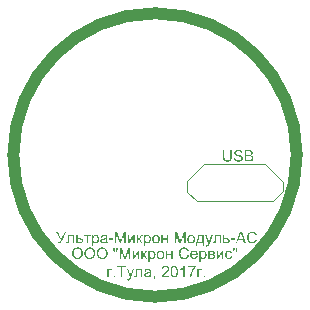
<source format=gto>
G04 Layer_Color=65535*
%FSLAX25Y25*%
%MOIN*%
G70*
G01*
G75*
%ADD17C,0.03937*%
%ADD19C,0.00394*%
G36*
X-9688Y-37411D02*
X-10935D01*
Y-40748D01*
X-11435D01*
Y-37411D01*
X-12681D01*
Y-36964D01*
X-9688D01*
Y-37411D01*
D02*
G37*
G36*
X24691Y-31845D02*
X24728Y-31850D01*
X24773Y-31854D01*
X24823Y-31862D01*
X24876Y-31870D01*
X24991Y-31899D01*
X25114Y-31940D01*
X25175Y-31964D01*
X25237Y-31993D01*
X25294Y-32030D01*
X25347Y-32071D01*
X25351Y-32075D01*
X25360Y-32083D01*
X25376Y-32096D01*
X25392Y-32112D01*
X25417Y-32136D01*
X25442Y-32165D01*
X25470Y-32198D01*
X25499Y-32235D01*
X25532Y-32280D01*
X25561Y-32325D01*
X25593Y-32378D01*
X25622Y-32436D01*
X25647Y-32497D01*
X25671Y-32563D01*
X25696Y-32637D01*
X25712Y-32710D01*
X25261Y-32780D01*
Y-32776D01*
X25257Y-32768D01*
X25253Y-32756D01*
X25249Y-32735D01*
X25232Y-32686D01*
X25208Y-32624D01*
X25175Y-32559D01*
X25138Y-32489D01*
X25089Y-32423D01*
X25032Y-32366D01*
X25023Y-32358D01*
X25003Y-32342D01*
X24966Y-32321D01*
X24921Y-32292D01*
X24863Y-32268D01*
X24798Y-32243D01*
X24720Y-32227D01*
X24638Y-32223D01*
X24605D01*
X24581Y-32227D01*
X24548Y-32231D01*
X24515Y-32235D01*
X24433Y-32255D01*
X24343Y-32284D01*
X24298Y-32305D01*
X24249Y-32329D01*
X24203Y-32358D01*
X24154Y-32395D01*
X24109Y-32432D01*
X24068Y-32477D01*
X24064Y-32481D01*
X24060Y-32489D01*
X24048Y-32501D01*
X24035Y-32526D01*
X24019Y-32551D01*
X23998Y-32583D01*
X23978Y-32624D01*
X23961Y-32669D01*
X23941Y-32723D01*
X23921Y-32780D01*
X23900Y-32846D01*
X23884Y-32920D01*
X23871Y-32998D01*
X23859Y-33079D01*
X23855Y-33174D01*
X23851Y-33272D01*
Y-33276D01*
Y-33297D01*
Y-33325D01*
X23855Y-33362D01*
X23859Y-33408D01*
X23863Y-33461D01*
X23867Y-33518D01*
X23875Y-33580D01*
X23900Y-33711D01*
X23941Y-33846D01*
X23961Y-33908D01*
X23990Y-33969D01*
X24023Y-34027D01*
X24060Y-34076D01*
X24064Y-34080D01*
X24068Y-34088D01*
X24080Y-34100D01*
X24097Y-34113D01*
X24121Y-34133D01*
X24146Y-34154D01*
X24175Y-34178D01*
X24207Y-34199D01*
X24290Y-34248D01*
X24384Y-34285D01*
X24437Y-34301D01*
X24490Y-34314D01*
X24552Y-34322D01*
X24613Y-34326D01*
X24638D01*
X24658Y-34322D01*
X24683D01*
X24708Y-34318D01*
X24773Y-34305D01*
X24843Y-34285D01*
X24921Y-34256D01*
X24995Y-34215D01*
X25069Y-34162D01*
X25073Y-34158D01*
X25077Y-34154D01*
X25097Y-34129D01*
X25130Y-34088D01*
X25146Y-34064D01*
X25167Y-34035D01*
X25187Y-33998D01*
X25208Y-33961D01*
X25224Y-33920D01*
X25245Y-33871D01*
X25261Y-33822D01*
X25278Y-33764D01*
X25290Y-33707D01*
X25302Y-33641D01*
X25757Y-33703D01*
Y-33707D01*
X25753Y-33723D01*
X25749Y-33748D01*
X25741Y-33781D01*
X25729Y-33822D01*
X25716Y-33867D01*
X25700Y-33916D01*
X25679Y-33973D01*
X25630Y-34088D01*
X25597Y-34150D01*
X25561Y-34211D01*
X25524Y-34273D01*
X25479Y-34334D01*
X25425Y-34387D01*
X25372Y-34441D01*
X25368Y-34445D01*
X25360Y-34453D01*
X25339Y-34465D01*
X25319Y-34482D01*
X25286Y-34502D01*
X25253Y-34527D01*
X25208Y-34547D01*
X25163Y-34572D01*
X25109Y-34601D01*
X25052Y-34621D01*
X24991Y-34646D01*
X24925Y-34666D01*
X24851Y-34683D01*
X24777Y-34695D01*
X24700Y-34703D01*
X24618Y-34707D01*
X24593D01*
X24564Y-34703D01*
X24523D01*
X24478Y-34695D01*
X24421Y-34687D01*
X24359Y-34679D01*
X24294Y-34662D01*
X24224Y-34642D01*
X24150Y-34617D01*
X24076Y-34588D01*
X23998Y-34551D01*
X23925Y-34510D01*
X23851Y-34461D01*
X23781Y-34408D01*
X23716Y-34342D01*
X23711Y-34338D01*
X23699Y-34326D01*
X23683Y-34305D01*
X23662Y-34273D01*
X23638Y-34236D01*
X23609Y-34191D01*
X23576Y-34133D01*
X23547Y-34072D01*
X23515Y-34002D01*
X23482Y-33924D01*
X23453Y-33838D01*
X23428Y-33744D01*
X23408Y-33641D01*
X23392Y-33531D01*
X23379Y-33412D01*
X23375Y-33289D01*
Y-33285D01*
Y-33268D01*
Y-33244D01*
X23379Y-33215D01*
Y-33174D01*
X23383Y-33129D01*
X23388Y-33079D01*
X23392Y-33022D01*
X23412Y-32903D01*
X23437Y-32772D01*
X23470Y-32637D01*
X23519Y-32510D01*
Y-32506D01*
X23527Y-32493D01*
X23535Y-32477D01*
X23547Y-32456D01*
X23564Y-32428D01*
X23580Y-32395D01*
X23629Y-32321D01*
X23691Y-32243D01*
X23769Y-32157D01*
X23859Y-32079D01*
X23966Y-32009D01*
X23970D01*
X23978Y-32001D01*
X23994Y-31993D01*
X24019Y-31985D01*
X24048Y-31968D01*
X24080Y-31956D01*
X24117Y-31940D01*
X24158Y-31923D01*
X24207Y-31911D01*
X24257Y-31895D01*
X24367Y-31866D01*
X24490Y-31850D01*
X24618Y-31841D01*
X24663D01*
X24691Y-31845D01*
D02*
G37*
G36*
X-942D02*
X-909D01*
X-872Y-31850D01*
X-835Y-31858D01*
X-790Y-31866D01*
X-692Y-31886D01*
X-589Y-31919D01*
X-483Y-31964D01*
X-429Y-31993D01*
X-380Y-32026D01*
X-376D01*
X-368Y-32034D01*
X-356Y-32046D01*
X-335Y-32059D01*
X-286Y-32100D01*
X-228Y-32157D01*
X-163Y-32231D01*
X-93Y-32317D01*
X-32Y-32419D01*
X26Y-32534D01*
Y-32538D01*
X30Y-32551D01*
X38Y-32567D01*
X46Y-32592D01*
X58Y-32620D01*
X71Y-32657D01*
X83Y-32702D01*
X95Y-32747D01*
X108Y-32801D01*
X120Y-32854D01*
X145Y-32977D01*
X161Y-33112D01*
X165Y-33256D01*
Y-33260D01*
Y-33276D01*
Y-33297D01*
X161Y-33325D01*
Y-33362D01*
X157Y-33408D01*
X153Y-33457D01*
X145Y-33510D01*
X128Y-33625D01*
X100Y-33752D01*
X63Y-33883D01*
X13Y-34014D01*
Y-34018D01*
X5Y-34031D01*
X-3Y-34047D01*
X-15Y-34068D01*
X-32Y-34096D01*
X-48Y-34129D01*
X-97Y-34203D01*
X-159Y-34289D01*
X-237Y-34375D01*
X-323Y-34457D01*
X-425Y-34531D01*
X-429D01*
X-438Y-34539D01*
X-454Y-34547D01*
X-475Y-34560D01*
X-503Y-34572D01*
X-532Y-34588D01*
X-569Y-34601D01*
X-610Y-34617D01*
X-700Y-34650D01*
X-802Y-34679D01*
X-913Y-34699D01*
X-971Y-34703D01*
X-1032Y-34707D01*
X-1073D01*
X-1114Y-34703D01*
X-1171Y-34695D01*
X-1237Y-34683D01*
X-1307Y-34666D01*
X-1381Y-34646D01*
X-1450Y-34613D01*
X-1459Y-34609D01*
X-1479Y-34596D01*
X-1516Y-34572D01*
X-1557Y-34543D01*
X-1606Y-34510D01*
X-1655Y-34465D01*
X-1705Y-34416D01*
X-1750Y-34363D01*
Y-35695D01*
X-2213D01*
Y-31903D01*
X-1791D01*
Y-32260D01*
X-1782Y-32255D01*
X-1766Y-32231D01*
X-1733Y-32190D01*
X-1692Y-32145D01*
X-1643Y-32096D01*
X-1586Y-32042D01*
X-1524Y-31993D01*
X-1454Y-31948D01*
X-1450D01*
X-1446Y-31944D01*
X-1422Y-31931D01*
X-1381Y-31915D01*
X-1327Y-31895D01*
X-1262Y-31874D01*
X-1184Y-31858D01*
X-1094Y-31845D01*
X-999Y-31841D01*
X-967D01*
X-942Y-31845D01*
D02*
G37*
G36*
X5885Y-34646D02*
X5421D01*
Y-33428D01*
X4134D01*
Y-34646D01*
X3671D01*
Y-31903D01*
X4134D01*
Y-33047D01*
X5421D01*
Y-31903D01*
X5885D01*
Y-34646D01*
D02*
G37*
G36*
X22809D02*
X22346D01*
Y-32567D01*
X21055Y-34646D01*
X20559D01*
Y-31903D01*
X21022D01*
Y-33998D01*
X22313Y-31903D01*
X22809D01*
Y-34646D01*
D02*
G37*
G36*
X-2623Y-32288D02*
X-2754Y-32284D01*
X-2783D01*
X-2816Y-32288D01*
X-2853Y-32292D01*
X-2894Y-32296D01*
X-2930Y-32309D01*
X-2963Y-32321D01*
X-2988Y-32342D01*
X-2992Y-32346D01*
X-3000Y-32354D01*
X-3012Y-32374D01*
X-3029Y-32403D01*
X-3053Y-32448D01*
X-3066Y-32477D01*
X-3082Y-32506D01*
X-3098Y-32542D01*
X-3115Y-32583D01*
X-3135Y-32629D01*
X-3156Y-32678D01*
Y-32682D01*
X-3160Y-32690D01*
X-3168Y-32702D01*
X-3172Y-32723D01*
X-3193Y-32768D01*
X-3221Y-32825D01*
X-3250Y-32887D01*
X-3283Y-32948D01*
X-3320Y-33006D01*
X-3353Y-33051D01*
X-3357Y-33055D01*
X-3369Y-33067D01*
X-3390Y-33088D01*
X-3418Y-33112D01*
X-3455Y-33141D01*
X-3500Y-33174D01*
X-3558Y-33207D01*
X-3619Y-33239D01*
X-3615D01*
X-3607Y-33244D01*
X-3590Y-33252D01*
X-3566Y-33260D01*
X-3541Y-33272D01*
X-3509Y-33289D01*
X-3472Y-33313D01*
X-3435Y-33338D01*
X-3390Y-33371D01*
X-3345Y-33412D01*
X-3295Y-33457D01*
X-3246Y-33510D01*
X-3193Y-33567D01*
X-3139Y-33637D01*
X-3086Y-33711D01*
X-3033Y-33797D01*
X-2520Y-34646D01*
X-3033D01*
X-3533Y-33801D01*
Y-33797D01*
X-3541Y-33789D01*
X-3550Y-33777D01*
X-3558Y-33760D01*
X-3586Y-33715D01*
X-3623Y-33662D01*
X-3664Y-33604D01*
X-3709Y-33547D01*
X-3754Y-33498D01*
X-3779Y-33477D01*
X-3800Y-33461D01*
X-3804Y-33457D01*
X-3820Y-33448D01*
X-3845Y-33436D01*
X-3873Y-33420D01*
X-3914Y-33403D01*
X-3960Y-33391D01*
X-4009Y-33383D01*
X-4066Y-33379D01*
Y-34646D01*
X-4529D01*
Y-31903D01*
X-4066D01*
Y-33088D01*
X-4029D01*
X-3992Y-33084D01*
X-3943Y-33075D01*
X-3894Y-33067D01*
X-3845Y-33055D01*
X-3796Y-33034D01*
X-3759Y-33006D01*
X-3754Y-33002D01*
X-3742Y-32985D01*
X-3734Y-32973D01*
X-3722Y-32956D01*
X-3709Y-32936D01*
X-3693Y-32911D01*
X-3672Y-32883D01*
X-3656Y-32846D01*
X-3632Y-32805D01*
X-3611Y-32760D01*
X-3582Y-32706D01*
X-3558Y-32649D01*
X-3529Y-32583D01*
X-3496Y-32510D01*
Y-32506D01*
X-3488Y-32493D01*
X-3484Y-32477D01*
X-3472Y-32456D01*
X-3459Y-32432D01*
X-3447Y-32399D01*
X-3414Y-32333D01*
X-3381Y-32260D01*
X-3340Y-32190D01*
X-3303Y-32128D01*
X-3287Y-32100D01*
X-3271Y-32079D01*
X-3267Y-32075D01*
X-3254Y-32063D01*
X-3238Y-32046D01*
X-3213Y-32022D01*
X-3185Y-32001D01*
X-3152Y-31977D01*
X-3115Y-31956D01*
X-3074Y-31940D01*
X-3070D01*
X-3053Y-31936D01*
X-3025Y-31927D01*
X-2988Y-31919D01*
X-2939Y-31915D01*
X-2877Y-31907D01*
X-2803Y-31903D01*
X-2623D01*
Y-32288D01*
D02*
G37*
G36*
X-4202Y-40748D02*
X-4666D01*
Y-38386D01*
X-5896D01*
Y-39756D01*
Y-39760D01*
Y-39776D01*
Y-39801D01*
Y-39834D01*
Y-39871D01*
Y-39916D01*
X-5900Y-39965D01*
Y-40014D01*
X-5904Y-40121D01*
X-5908Y-40223D01*
X-5912Y-40272D01*
X-5916Y-40317D01*
X-5925Y-40354D01*
X-5929Y-40387D01*
Y-40395D01*
X-5937Y-40412D01*
X-5945Y-40440D01*
X-5961Y-40477D01*
X-5986Y-40518D01*
X-6015Y-40563D01*
X-6052Y-40609D01*
X-6101Y-40654D01*
X-6109Y-40658D01*
X-6125Y-40670D01*
X-6158Y-40691D01*
X-6199Y-40707D01*
X-6257Y-40727D01*
X-6326Y-40748D01*
X-6404Y-40760D01*
X-6498Y-40764D01*
X-6560D01*
X-6605Y-40760D01*
X-6662D01*
X-6724Y-40756D01*
X-6794Y-40752D01*
X-6872Y-40744D01*
Y-40358D01*
X-6622D01*
X-6593Y-40354D01*
X-6523Y-40346D01*
X-6490Y-40338D01*
X-6466Y-40330D01*
X-6462D01*
X-6458Y-40326D01*
X-6433Y-40305D01*
X-6404Y-40277D01*
X-6384Y-40235D01*
Y-40231D01*
X-6380Y-40219D01*
X-6375Y-40194D01*
Y-40178D01*
X-6371Y-40158D01*
X-6367Y-40133D01*
Y-40104D01*
X-6363Y-40071D01*
Y-40031D01*
Y-39985D01*
X-6359Y-39936D01*
Y-39879D01*
Y-39817D01*
Y-38005D01*
X-4202D01*
Y-40748D01*
D02*
G37*
G36*
X27434Y-31485D02*
X27307Y-32202D01*
X27028D01*
X26905Y-31485D01*
Y-30861D01*
X27434D01*
Y-31485D01*
D02*
G37*
G36*
X9845Y-30800D02*
X9894Y-30804D01*
X9952Y-30812D01*
X10013Y-30820D01*
X10083Y-30833D01*
X10157Y-30849D01*
X10235Y-30865D01*
X10313Y-30890D01*
X10395Y-30919D01*
X10477Y-30952D01*
X10554Y-30993D01*
X10632Y-31034D01*
X10706Y-31087D01*
X10710Y-31091D01*
X10723Y-31099D01*
X10743Y-31116D01*
X10768Y-31140D01*
X10801Y-31169D01*
X10837Y-31206D01*
X10874Y-31247D01*
X10919Y-31296D01*
X10965Y-31349D01*
X11010Y-31411D01*
X11055Y-31476D01*
X11096Y-31550D01*
X11141Y-31628D01*
X11178Y-31714D01*
X11215Y-31804D01*
X11247Y-31899D01*
X10755Y-32013D01*
Y-32009D01*
X10747Y-31997D01*
X10743Y-31973D01*
X10731Y-31944D01*
X10718Y-31911D01*
X10698Y-31874D01*
X10657Y-31784D01*
X10604Y-31686D01*
X10534Y-31583D01*
X10460Y-31489D01*
X10415Y-31448D01*
X10370Y-31411D01*
X10366Y-31407D01*
X10358Y-31403D01*
X10345Y-31394D01*
X10325Y-31382D01*
X10300Y-31366D01*
X10272Y-31349D01*
X10239Y-31333D01*
X10198Y-31317D01*
X10153Y-31300D01*
X10108Y-31284D01*
X10001Y-31251D01*
X9878Y-31230D01*
X9812Y-31222D01*
X9702D01*
X9669Y-31226D01*
X9632Y-31230D01*
X9587Y-31234D01*
X9538Y-31239D01*
X9488Y-31247D01*
X9370Y-31275D01*
X9247Y-31312D01*
X9185Y-31337D01*
X9124Y-31366D01*
X9066Y-31398D01*
X9009Y-31435D01*
X9005Y-31440D01*
X8997Y-31444D01*
X8980Y-31456D01*
X8960Y-31472D01*
X8939Y-31493D01*
X8910Y-31521D01*
X8882Y-31550D01*
X8849Y-31583D01*
X8816Y-31624D01*
X8779Y-31665D01*
X8714Y-31759D01*
X8652Y-31870D01*
X8599Y-31997D01*
Y-32001D01*
X8595Y-32013D01*
X8586Y-32034D01*
X8582Y-32059D01*
X8574Y-32091D01*
X8562Y-32128D01*
X8554Y-32173D01*
X8541Y-32219D01*
X8529Y-32272D01*
X8521Y-32329D01*
X8500Y-32452D01*
X8488Y-32583D01*
X8484Y-32723D01*
Y-32727D01*
Y-32743D01*
Y-32768D01*
X8488Y-32805D01*
Y-32846D01*
X8492Y-32895D01*
X8496Y-32948D01*
X8500Y-33010D01*
X8509Y-33075D01*
X8517Y-33141D01*
X8541Y-33285D01*
X8578Y-33428D01*
X8623Y-33567D01*
Y-33571D01*
X8632Y-33584D01*
X8640Y-33600D01*
X8648Y-33625D01*
X8664Y-33658D01*
X8685Y-33690D01*
X8730Y-33768D01*
X8792Y-33858D01*
X8865Y-33945D01*
X8956Y-34031D01*
X9005Y-34068D01*
X9058Y-34104D01*
X9062D01*
X9070Y-34113D01*
X9087Y-34121D01*
X9111Y-34133D01*
X9140Y-34146D01*
X9173Y-34162D01*
X9210Y-34174D01*
X9251Y-34191D01*
X9345Y-34223D01*
X9456Y-34252D01*
X9575Y-34273D01*
X9636Y-34277D01*
X9702Y-34281D01*
X9743D01*
X9771Y-34277D01*
X9808Y-34273D01*
X9849Y-34269D01*
X9899Y-34260D01*
X9948Y-34252D01*
X10063Y-34223D01*
X10120Y-34203D01*
X10181Y-34178D01*
X10243Y-34150D01*
X10300Y-34117D01*
X10358Y-34080D01*
X10415Y-34039D01*
X10419Y-34035D01*
X10427Y-34027D01*
X10444Y-34014D01*
X10464Y-33994D01*
X10485Y-33969D01*
X10514Y-33936D01*
X10542Y-33900D01*
X10575Y-33858D01*
X10608Y-33809D01*
X10641Y-33756D01*
X10673Y-33699D01*
X10706Y-33633D01*
X10735Y-33563D01*
X10764Y-33485D01*
X10792Y-33403D01*
X10813Y-33317D01*
X11313Y-33444D01*
Y-33453D01*
X11305Y-33473D01*
X11297Y-33502D01*
X11280Y-33547D01*
X11264Y-33596D01*
X11239Y-33658D01*
X11215Y-33723D01*
X11182Y-33793D01*
X11145Y-33871D01*
X11104Y-33945D01*
X11059Y-34027D01*
X11005Y-34104D01*
X10948Y-34178D01*
X10887Y-34252D01*
X10817Y-34322D01*
X10743Y-34387D01*
X10739Y-34391D01*
X10723Y-34400D01*
X10702Y-34416D01*
X10669Y-34437D01*
X10632Y-34461D01*
X10583Y-34490D01*
X10530Y-34519D01*
X10464Y-34547D01*
X10395Y-34576D01*
X10321Y-34605D01*
X10239Y-34633D01*
X10149Y-34658D01*
X10054Y-34679D01*
X9956Y-34695D01*
X9853Y-34703D01*
X9743Y-34707D01*
X9685D01*
X9640Y-34703D01*
X9591Y-34699D01*
X9529Y-34695D01*
X9464Y-34687D01*
X9390Y-34674D01*
X9312Y-34662D01*
X9230Y-34646D01*
X9148Y-34625D01*
X9066Y-34605D01*
X8980Y-34576D01*
X8898Y-34543D01*
X8820Y-34506D01*
X8746Y-34461D01*
X8742Y-34457D01*
X8730Y-34449D01*
X8709Y-34437D01*
X8685Y-34416D01*
X8652Y-34387D01*
X8615Y-34359D01*
X8574Y-34322D01*
X8529Y-34277D01*
X8484Y-34227D01*
X8435Y-34174D01*
X8390Y-34117D01*
X8341Y-34051D01*
X8291Y-33981D01*
X8246Y-33908D01*
X8205Y-33826D01*
X8164Y-33740D01*
X8160Y-33735D01*
X8156Y-33719D01*
X8148Y-33690D01*
X8135Y-33658D01*
X8119Y-33612D01*
X8103Y-33563D01*
X8086Y-33502D01*
X8066Y-33436D01*
X8049Y-33362D01*
X8029Y-33285D01*
X8012Y-33202D01*
X8000Y-33112D01*
X7976Y-32924D01*
X7971Y-32825D01*
X7967Y-32727D01*
Y-32719D01*
Y-32702D01*
Y-32669D01*
X7971Y-32629D01*
X7976Y-32575D01*
X7980Y-32514D01*
X7988Y-32448D01*
X7996Y-32374D01*
X8008Y-32296D01*
X8021Y-32214D01*
X8062Y-32038D01*
X8090Y-31952D01*
X8119Y-31866D01*
X8152Y-31776D01*
X8193Y-31694D01*
X8197Y-31690D01*
X8205Y-31673D01*
X8218Y-31653D01*
X8234Y-31620D01*
X8258Y-31583D01*
X8287Y-31542D01*
X8320Y-31497D01*
X8357Y-31444D01*
X8402Y-31394D01*
X8447Y-31337D01*
X8500Y-31284D01*
X8558Y-31226D01*
X8619Y-31173D01*
X8685Y-31120D01*
X8759Y-31071D01*
X8833Y-31025D01*
X8837Y-31021D01*
X8853Y-31017D01*
X8873Y-31005D01*
X8906Y-30988D01*
X8943Y-30972D01*
X8992Y-30952D01*
X9046Y-30931D01*
X9103Y-30911D01*
X9169Y-30890D01*
X9243Y-30870D01*
X9316Y-30849D01*
X9398Y-30833D01*
X9566Y-30804D01*
X9657Y-30800D01*
X9751Y-30796D01*
X9804D01*
X9845Y-30800D01*
D02*
G37*
G36*
X16158Y-29048D02*
X16453D01*
Y-30204D01*
X16072D01*
Y-29429D01*
X13915D01*
Y-30204D01*
X13534D01*
Y-29048D01*
X13780D01*
X13784Y-29040D01*
X13792Y-29031D01*
X13800Y-29015D01*
X13813Y-28999D01*
X13825Y-28974D01*
X13841Y-28949D01*
X13858Y-28917D01*
X13874Y-28884D01*
X13895Y-28843D01*
X13915Y-28798D01*
X13936Y-28749D01*
X13956Y-28695D01*
X13977Y-28634D01*
X14001Y-28572D01*
X14022Y-28503D01*
X14046Y-28429D01*
X14067Y-28351D01*
X14092Y-28269D01*
X14112Y-28179D01*
X14132Y-28084D01*
X14153Y-27986D01*
X14169Y-27879D01*
X14186Y-27773D01*
X14202Y-27654D01*
X14214Y-27535D01*
X14227Y-27408D01*
X14239Y-27277D01*
X14243Y-27137D01*
X14251Y-26994D01*
Y-26842D01*
Y-26686D01*
X16158D01*
Y-29048D01*
D02*
G37*
G36*
X26577Y-31485D02*
X26458Y-32202D01*
X26175D01*
X26048Y-31485D01*
Y-30861D01*
X26577D01*
Y-31485D01*
D02*
G37*
G36*
X16081Y-31845D02*
X16114D01*
X16151Y-31850D01*
X16188Y-31858D01*
X16233Y-31866D01*
X16331Y-31886D01*
X16434Y-31919D01*
X16541Y-31964D01*
X16594Y-31993D01*
X16643Y-32026D01*
X16647D01*
X16655Y-32034D01*
X16668Y-32046D01*
X16688Y-32059D01*
X16737Y-32100D01*
X16795Y-32157D01*
X16860Y-32231D01*
X16930Y-32317D01*
X16992Y-32419D01*
X17049Y-32534D01*
Y-32538D01*
X17053Y-32551D01*
X17061Y-32567D01*
X17069Y-32592D01*
X17082Y-32620D01*
X17094Y-32657D01*
X17106Y-32702D01*
X17119Y-32747D01*
X17131Y-32801D01*
X17143Y-32854D01*
X17168Y-32977D01*
X17184Y-33112D01*
X17188Y-33256D01*
Y-33260D01*
Y-33276D01*
Y-33297D01*
X17184Y-33325D01*
Y-33362D01*
X17180Y-33408D01*
X17176Y-33457D01*
X17168Y-33510D01*
X17151Y-33625D01*
X17123Y-33752D01*
X17086Y-33883D01*
X17037Y-34014D01*
Y-34018D01*
X17028Y-34031D01*
X17020Y-34047D01*
X17008Y-34068D01*
X16992Y-34096D01*
X16975Y-34129D01*
X16926Y-34203D01*
X16864Y-34289D01*
X16786Y-34375D01*
X16700Y-34457D01*
X16598Y-34531D01*
X16594D01*
X16586Y-34539D01*
X16569Y-34547D01*
X16549Y-34560D01*
X16520Y-34572D01*
X16491Y-34588D01*
X16454Y-34601D01*
X16413Y-34617D01*
X16323Y-34650D01*
X16221Y-34679D01*
X16110Y-34699D01*
X16053Y-34703D01*
X15991Y-34707D01*
X15950D01*
X15909Y-34703D01*
X15852Y-34695D01*
X15786Y-34683D01*
X15716Y-34666D01*
X15643Y-34646D01*
X15573Y-34613D01*
X15565Y-34609D01*
X15544Y-34596D01*
X15507Y-34572D01*
X15466Y-34543D01*
X15417Y-34510D01*
X15368Y-34465D01*
X15319Y-34416D01*
X15274Y-34363D01*
Y-35695D01*
X14810D01*
Y-31903D01*
X15233D01*
Y-32260D01*
X15241Y-32255D01*
X15257Y-32231D01*
X15290Y-32190D01*
X15331Y-32145D01*
X15380Y-32096D01*
X15438Y-32042D01*
X15499Y-31993D01*
X15569Y-31948D01*
X15573D01*
X15577Y-31944D01*
X15602Y-31931D01*
X15643Y-31915D01*
X15696Y-31895D01*
X15762Y-31874D01*
X15839Y-31858D01*
X15930Y-31845D01*
X16024Y-31841D01*
X16057D01*
X16081Y-31845D01*
D02*
G37*
G36*
X-13336Y-31485D02*
X-13455Y-32202D01*
X-13738D01*
X-13865Y-31485D01*
Y-30861D01*
X-13336D01*
Y-31485D01*
D02*
G37*
G36*
X-12479D02*
X-12606Y-32202D01*
X-12885D01*
X-13008Y-31485D01*
Y-30861D01*
X-12479D01*
Y-31485D01*
D02*
G37*
G36*
X-5226Y-34646D02*
X-5690D01*
Y-32567D01*
X-6981Y-34646D01*
X-7477D01*
Y-31903D01*
X-7014D01*
Y-33998D01*
X-5723Y-31903D01*
X-5226D01*
Y-34646D01*
D02*
G37*
G36*
X1891Y-31845D02*
X1932D01*
X1981Y-31854D01*
X2035Y-31862D01*
X2096Y-31874D01*
X2166Y-31886D01*
X2236Y-31907D01*
X2314Y-31931D01*
X2387Y-31964D01*
X2465Y-31997D01*
X2543Y-32042D01*
X2617Y-32091D01*
X2691Y-32149D01*
X2760Y-32214D01*
X2764Y-32219D01*
X2777Y-32231D01*
X2793Y-32251D01*
X2818Y-32284D01*
X2842Y-32321D01*
X2875Y-32366D01*
X2908Y-32419D01*
X2941Y-32481D01*
X2974Y-32551D01*
X3006Y-32629D01*
X3039Y-32710D01*
X3064Y-32801D01*
X3088Y-32899D01*
X3105Y-33006D01*
X3117Y-33121D01*
X3121Y-33239D01*
Y-33244D01*
Y-33264D01*
Y-33289D01*
X3117Y-33325D01*
Y-33371D01*
X3113Y-33424D01*
X3109Y-33481D01*
X3101Y-33543D01*
X3084Y-33674D01*
X3056Y-33813D01*
X3015Y-33949D01*
X2990Y-34010D01*
X2961Y-34072D01*
Y-34076D01*
X2953Y-34084D01*
X2945Y-34100D01*
X2933Y-34121D01*
X2916Y-34146D01*
X2896Y-34178D01*
X2842Y-34244D01*
X2777Y-34322D01*
X2699Y-34400D01*
X2605Y-34473D01*
X2498Y-34543D01*
X2494D01*
X2486Y-34551D01*
X2469Y-34560D01*
X2445Y-34568D01*
X2416Y-34580D01*
X2383Y-34596D01*
X2346Y-34609D01*
X2301Y-34625D01*
X2256Y-34642D01*
X2203Y-34654D01*
X2092Y-34683D01*
X1969Y-34699D01*
X1838Y-34707D01*
X1813D01*
X1785Y-34703D01*
X1744D01*
X1694Y-34695D01*
X1637Y-34687D01*
X1575Y-34674D01*
X1506Y-34662D01*
X1432Y-34642D01*
X1358Y-34617D01*
X1280Y-34588D01*
X1202Y-34551D01*
X1125Y-34510D01*
X1051Y-34461D01*
X977Y-34404D01*
X907Y-34338D01*
X903Y-34334D01*
X891Y-34322D01*
X874Y-34301D01*
X854Y-34269D01*
X825Y-34232D01*
X797Y-34187D01*
X764Y-34129D01*
X731Y-34068D01*
X698Y-33994D01*
X665Y-33916D01*
X637Y-33830D01*
X608Y-33735D01*
X587Y-33633D01*
X571Y-33522D01*
X559Y-33403D01*
X555Y-33276D01*
Y-33272D01*
Y-33268D01*
Y-33244D01*
X559Y-33202D01*
X563Y-33153D01*
X567Y-33088D01*
X575Y-33014D01*
X592Y-32936D01*
X608Y-32850D01*
X628Y-32760D01*
X657Y-32665D01*
X694Y-32571D01*
X731Y-32477D01*
X780Y-32387D01*
X838Y-32300D01*
X903Y-32223D01*
X977Y-32149D01*
X981Y-32145D01*
X993Y-32136D01*
X1014Y-32120D01*
X1038Y-32100D01*
X1075Y-32079D01*
X1116Y-32050D01*
X1161Y-32022D01*
X1219Y-31993D01*
X1276Y-31964D01*
X1342Y-31940D01*
X1412Y-31911D01*
X1489Y-31890D01*
X1571Y-31870D01*
X1653Y-31854D01*
X1744Y-31845D01*
X1838Y-31841D01*
X1863D01*
X1891Y-31845D01*
D02*
G37*
G36*
X13047D02*
X13084D01*
X13133Y-31854D01*
X13187Y-31862D01*
X13248Y-31874D01*
X13314Y-31886D01*
X13384Y-31907D01*
X13453Y-31931D01*
X13531Y-31964D01*
X13605Y-32001D01*
X13679Y-32042D01*
X13753Y-32096D01*
X13826Y-32153D01*
X13892Y-32219D01*
X13896Y-32223D01*
X13908Y-32235D01*
X13925Y-32255D01*
X13945Y-32288D01*
X13974Y-32325D01*
X14003Y-32370D01*
X14035Y-32428D01*
X14068Y-32489D01*
X14097Y-32559D01*
X14130Y-32637D01*
X14158Y-32723D01*
X14187Y-32817D01*
X14208Y-32920D01*
X14224Y-33030D01*
X14236Y-33145D01*
X14240Y-33268D01*
Y-33276D01*
Y-33297D01*
Y-33338D01*
X14236Y-33391D01*
X12190D01*
Y-33395D01*
Y-33412D01*
X12195Y-33436D01*
X12199Y-33465D01*
X12203Y-33506D01*
X12211Y-33547D01*
X12219Y-33596D01*
X12231Y-33649D01*
X12264Y-33760D01*
X12309Y-33879D01*
X12338Y-33932D01*
X12367Y-33990D01*
X12404Y-34039D01*
X12445Y-34088D01*
X12449Y-34092D01*
X12457Y-34096D01*
X12469Y-34109D01*
X12486Y-34125D01*
X12510Y-34141D01*
X12535Y-34162D01*
X12568Y-34187D01*
X12605Y-34207D01*
X12686Y-34252D01*
X12785Y-34289D01*
X12838Y-34305D01*
X12896Y-34314D01*
X12957Y-34322D01*
X13019Y-34326D01*
X13043D01*
X13060Y-34322D01*
X13109Y-34318D01*
X13170Y-34310D01*
X13236Y-34293D01*
X13310Y-34269D01*
X13384Y-34240D01*
X13453Y-34195D01*
X13457D01*
X13461Y-34187D01*
X13482Y-34170D01*
X13515Y-34137D01*
X13556Y-34088D01*
X13601Y-34031D01*
X13650Y-33953D01*
X13699Y-33863D01*
X13740Y-33760D01*
X14224Y-33822D01*
Y-33826D01*
X14220Y-33842D01*
X14212Y-33863D01*
X14199Y-33891D01*
X14187Y-33928D01*
X14171Y-33969D01*
X14150Y-34014D01*
X14130Y-34064D01*
X14072Y-34166D01*
X13998Y-34277D01*
X13953Y-34330D01*
X13908Y-34383D01*
X13859Y-34433D01*
X13802Y-34478D01*
X13798Y-34482D01*
X13789Y-34486D01*
X13769Y-34498D01*
X13748Y-34514D01*
X13716Y-34531D01*
X13679Y-34551D01*
X13638Y-34572D01*
X13589Y-34592D01*
X13535Y-34613D01*
X13474Y-34633D01*
X13412Y-34654D01*
X13342Y-34670D01*
X13269Y-34687D01*
X13191Y-34699D01*
X13105Y-34703D01*
X13019Y-34707D01*
X12994D01*
X12961Y-34703D01*
X12920D01*
X12867Y-34695D01*
X12810Y-34687D01*
X12744Y-34674D01*
X12674Y-34662D01*
X12600Y-34642D01*
X12522Y-34617D01*
X12440Y-34588D01*
X12363Y-34551D01*
X12281Y-34510D01*
X12207Y-34461D01*
X12133Y-34404D01*
X12063Y-34338D01*
X12059Y-34334D01*
X12047Y-34322D01*
X12031Y-34301D01*
X12010Y-34269D01*
X11981Y-34232D01*
X11953Y-34187D01*
X11920Y-34133D01*
X11891Y-34072D01*
X11858Y-34002D01*
X11825Y-33924D01*
X11797Y-33838D01*
X11768Y-33744D01*
X11748Y-33645D01*
X11731Y-33539D01*
X11719Y-33424D01*
X11715Y-33301D01*
Y-33293D01*
Y-33272D01*
X11719Y-33235D01*
Y-33186D01*
X11727Y-33129D01*
X11735Y-33063D01*
X11744Y-32985D01*
X11760Y-32907D01*
X11776Y-32821D01*
X11801Y-32735D01*
X11830Y-32645D01*
X11862Y-32555D01*
X11903Y-32469D01*
X11953Y-32383D01*
X12006Y-32300D01*
X12067Y-32227D01*
X12071Y-32223D01*
X12084Y-32210D01*
X12104Y-32190D01*
X12133Y-32165D01*
X12166Y-32136D01*
X12211Y-32104D01*
X12260Y-32071D01*
X12318Y-32034D01*
X12379Y-31997D01*
X12449Y-31964D01*
X12527Y-31931D01*
X12609Y-31903D01*
X12699Y-31878D01*
X12789Y-31858D01*
X12891Y-31845D01*
X12994Y-31841D01*
X13019D01*
X13047Y-31845D01*
D02*
G37*
G36*
X18955Y-31907D02*
X19041Y-31911D01*
X19136Y-31919D01*
X19230Y-31931D01*
X19324Y-31948D01*
X19365Y-31960D01*
X19402Y-31973D01*
X19406D01*
X19410Y-31977D01*
X19435Y-31985D01*
X19472Y-32001D01*
X19517Y-32026D01*
X19566Y-32059D01*
X19624Y-32104D01*
X19681Y-32153D01*
X19734Y-32214D01*
X19738Y-32223D01*
X19755Y-32243D01*
X19780Y-32280D01*
X19804Y-32329D01*
X19829Y-32391D01*
X19853Y-32465D01*
X19870Y-32542D01*
X19874Y-32633D01*
Y-32637D01*
Y-32641D01*
Y-32665D01*
X19870Y-32702D01*
X19866Y-32747D01*
X19853Y-32805D01*
X19841Y-32862D01*
X19820Y-32920D01*
X19792Y-32977D01*
X19788Y-32985D01*
X19775Y-33002D01*
X19759Y-33026D01*
X19730Y-33059D01*
X19697Y-33100D01*
X19652Y-33141D01*
X19603Y-33182D01*
X19546Y-33219D01*
X19550D01*
X19554Y-33223D01*
X19579Y-33231D01*
X19615Y-33248D01*
X19657Y-33272D01*
X19710Y-33305D01*
X19763Y-33350D01*
X19816Y-33399D01*
X19866Y-33461D01*
X19870Y-33469D01*
X19886Y-33494D01*
X19907Y-33531D01*
X19931Y-33580D01*
X19956Y-33641D01*
X19976Y-33715D01*
X19993Y-33793D01*
X19997Y-33883D01*
Y-33887D01*
Y-33900D01*
X19993Y-33920D01*
X19989Y-33949D01*
X19985Y-33977D01*
X19976Y-34014D01*
X19952Y-34100D01*
X19915Y-34195D01*
X19894Y-34244D01*
X19866Y-34293D01*
X19833Y-34338D01*
X19800Y-34383D01*
X19759Y-34424D01*
X19714Y-34461D01*
X19710D01*
X19702Y-34469D01*
X19689Y-34478D01*
X19669Y-34490D01*
X19640Y-34502D01*
X19611Y-34519D01*
X19570Y-34535D01*
X19529Y-34551D01*
X19480Y-34572D01*
X19427Y-34588D01*
X19365Y-34605D01*
X19300Y-34617D01*
X19230Y-34629D01*
X19152Y-34637D01*
X19070Y-34642D01*
X18984Y-34646D01*
X17754D01*
Y-31903D01*
X18918D01*
X18955Y-31907D01*
D02*
G37*
G36*
X-17535Y-30800D02*
X-17485Y-30804D01*
X-17432Y-30808D01*
X-17375Y-30816D01*
X-17309Y-30829D01*
X-17235Y-30841D01*
X-17162Y-30857D01*
X-17084Y-30878D01*
X-17002Y-30902D01*
X-16920Y-30931D01*
X-16838Y-30964D01*
X-16760Y-31001D01*
X-16678Y-31046D01*
X-16674Y-31050D01*
X-16657Y-31058D01*
X-16637Y-31071D01*
X-16608Y-31091D01*
X-16571Y-31116D01*
X-16534Y-31148D01*
X-16489Y-31185D01*
X-16440Y-31226D01*
X-16387Y-31275D01*
X-16333Y-31329D01*
X-16280Y-31386D01*
X-16227Y-31448D01*
X-16177Y-31513D01*
X-16124Y-31587D01*
X-16079Y-31665D01*
X-16034Y-31747D01*
X-16030Y-31751D01*
X-16026Y-31767D01*
X-16014Y-31792D01*
X-16001Y-31825D01*
X-15981Y-31866D01*
X-15964Y-31919D01*
X-15944Y-31977D01*
X-15923Y-32042D01*
X-15903Y-32112D01*
X-15882Y-32190D01*
X-15862Y-32276D01*
X-15845Y-32362D01*
X-15833Y-32456D01*
X-15821Y-32555D01*
X-15817Y-32653D01*
X-15813Y-32760D01*
Y-32768D01*
Y-32784D01*
Y-32817D01*
X-15817Y-32858D01*
X-15821Y-32907D01*
X-15825Y-32965D01*
X-15833Y-33030D01*
X-15841Y-33104D01*
X-15854Y-33182D01*
X-15870Y-33264D01*
X-15886Y-33350D01*
X-15911Y-33436D01*
X-15940Y-33526D01*
X-15968Y-33612D01*
X-16005Y-33703D01*
X-16046Y-33789D01*
X-16050Y-33793D01*
X-16059Y-33809D01*
X-16071Y-33834D01*
X-16087Y-33863D01*
X-16112Y-33900D01*
X-16141Y-33945D01*
X-16177Y-33994D01*
X-16214Y-34047D01*
X-16260Y-34100D01*
X-16309Y-34158D01*
X-16366Y-34215D01*
X-16423Y-34273D01*
X-16485Y-34326D01*
X-16555Y-34379D01*
X-16628Y-34433D01*
X-16706Y-34478D01*
X-16711Y-34482D01*
X-16727Y-34486D01*
X-16747Y-34498D01*
X-16780Y-34514D01*
X-16821Y-34531D01*
X-16866Y-34551D01*
X-16920Y-34572D01*
X-16981Y-34592D01*
X-17047Y-34613D01*
X-17116Y-34633D01*
X-17194Y-34654D01*
X-17272Y-34670D01*
X-17444Y-34699D01*
X-17535Y-34703D01*
X-17625Y-34707D01*
X-17678D01*
X-17715Y-34703D01*
X-17760Y-34699D01*
X-17818Y-34695D01*
X-17875Y-34687D01*
X-17945Y-34674D01*
X-18014Y-34662D01*
X-18092Y-34646D01*
X-18170Y-34625D01*
X-18252Y-34601D01*
X-18334Y-34572D01*
X-18416Y-34535D01*
X-18498Y-34498D01*
X-18580Y-34453D01*
X-18584Y-34449D01*
X-18597Y-34441D01*
X-18621Y-34424D01*
X-18650Y-34404D01*
X-18683Y-34379D01*
X-18724Y-34346D01*
X-18769Y-34310D01*
X-18818Y-34269D01*
X-18871Y-34219D01*
X-18920Y-34166D01*
X-18974Y-34109D01*
X-19027Y-34047D01*
X-19080Y-33977D01*
X-19129Y-33908D01*
X-19175Y-33830D01*
X-19220Y-33748D01*
X-19224Y-33744D01*
X-19228Y-33727D01*
X-19240Y-33703D01*
X-19252Y-33670D01*
X-19269Y-33629D01*
X-19285Y-33580D01*
X-19306Y-33526D01*
X-19326Y-33461D01*
X-19347Y-33395D01*
X-19367Y-33321D01*
X-19384Y-33244D01*
X-19400Y-33162D01*
X-19425Y-32989D01*
X-19429Y-32895D01*
X-19433Y-32805D01*
Y-32801D01*
Y-32792D01*
Y-32780D01*
Y-32764D01*
X-19429Y-32739D01*
Y-32715D01*
X-19425Y-32649D01*
X-19417Y-32571D01*
X-19404Y-32477D01*
X-19392Y-32378D01*
X-19371Y-32268D01*
X-19343Y-32149D01*
X-19310Y-32030D01*
X-19269Y-31907D01*
X-19220Y-31784D01*
X-19162Y-31661D01*
X-19097Y-31546D01*
X-19019Y-31431D01*
X-18929Y-31329D01*
X-18925Y-31325D01*
X-18904Y-31304D01*
X-18875Y-31280D01*
X-18838Y-31247D01*
X-18785Y-31206D01*
X-18728Y-31161D01*
X-18658Y-31111D01*
X-18576Y-31062D01*
X-18486Y-31013D01*
X-18387Y-30964D01*
X-18281Y-30919D01*
X-18162Y-30878D01*
X-18039Y-30845D01*
X-17908Y-30820D01*
X-17768Y-30800D01*
X-17621Y-30796D01*
X-17571D01*
X-17535Y-30800D01*
D02*
G37*
G36*
X-8024Y-40793D02*
Y-40797D01*
X-8032Y-40814D01*
X-8040Y-40834D01*
X-8052Y-40867D01*
X-8065Y-40904D01*
X-8081Y-40945D01*
X-8102Y-40990D01*
X-8118Y-41039D01*
X-8163Y-41142D01*
X-8204Y-41244D01*
X-8229Y-41293D01*
X-8249Y-41338D01*
X-8266Y-41379D01*
X-8286Y-41412D01*
Y-41416D01*
X-8290Y-41420D01*
X-8298Y-41433D01*
X-8307Y-41449D01*
X-8335Y-41490D01*
X-8368Y-41539D01*
X-8409Y-41597D01*
X-8458Y-41650D01*
X-8512Y-41703D01*
X-8569Y-41748D01*
X-8577Y-41752D01*
X-8598Y-41765D01*
X-8630Y-41785D01*
X-8676Y-41802D01*
X-8733Y-41822D01*
X-8799Y-41843D01*
X-8868Y-41855D01*
X-8950Y-41859D01*
X-8975D01*
X-9004Y-41855D01*
X-9036Y-41851D01*
X-9082Y-41847D01*
X-9135Y-41835D01*
X-9188Y-41822D01*
X-9250Y-41802D01*
X-9303Y-41367D01*
X-9295D01*
X-9278Y-41375D01*
X-9250Y-41379D01*
X-9213Y-41388D01*
X-9172Y-41396D01*
X-9127Y-41404D01*
X-9082Y-41408D01*
X-9041Y-41412D01*
X-9016D01*
X-8987Y-41408D01*
X-8950Y-41404D01*
X-8913Y-41400D01*
X-8872Y-41388D01*
X-8831Y-41375D01*
X-8794Y-41359D01*
X-8790Y-41355D01*
X-8778Y-41351D01*
X-8762Y-41338D01*
X-8741Y-41322D01*
X-8717Y-41302D01*
X-8688Y-41277D01*
X-8639Y-41215D01*
X-8635Y-41211D01*
X-8630Y-41199D01*
X-8618Y-41179D01*
X-8606Y-41146D01*
X-8585Y-41101D01*
X-8561Y-41039D01*
X-8548Y-41002D01*
X-8532Y-40961D01*
X-8516Y-40916D01*
X-8499Y-40867D01*
X-8495Y-40859D01*
X-8487Y-40838D01*
X-8475Y-40801D01*
X-8454Y-40752D01*
X-9492Y-38005D01*
X-8999D01*
X-8430Y-39596D01*
Y-39600D01*
X-8426Y-39608D01*
X-8417Y-39625D01*
X-8409Y-39649D01*
X-8401Y-39678D01*
X-8389Y-39711D01*
X-8376Y-39748D01*
X-8360Y-39789D01*
X-8331Y-39883D01*
X-8294Y-39994D01*
X-8262Y-40108D01*
X-8229Y-40231D01*
Y-40227D01*
X-8225Y-40215D01*
X-8220Y-40199D01*
X-8212Y-40178D01*
X-8208Y-40149D01*
X-8196Y-40113D01*
X-8188Y-40076D01*
X-8175Y-40035D01*
X-8147Y-39940D01*
X-8114Y-39834D01*
X-8077Y-39723D01*
X-8036Y-39608D01*
X-7446Y-38005D01*
X-6982D01*
X-8024Y-40793D01*
D02*
G37*
G36*
X-25759Y-30800D02*
X-25710Y-30804D01*
X-25657Y-30808D01*
X-25599Y-30816D01*
X-25534Y-30829D01*
X-25460Y-30841D01*
X-25386Y-30857D01*
X-25308Y-30878D01*
X-25226Y-30902D01*
X-25144Y-30931D01*
X-25062Y-30964D01*
X-24984Y-31001D01*
X-24902Y-31046D01*
X-24898Y-31050D01*
X-24882Y-31058D01*
X-24861Y-31071D01*
X-24833Y-31091D01*
X-24796Y-31116D01*
X-24759Y-31148D01*
X-24714Y-31185D01*
X-24665Y-31226D01*
X-24611Y-31275D01*
X-24558Y-31329D01*
X-24505Y-31386D01*
X-24451Y-31448D01*
X-24402Y-31513D01*
X-24349Y-31587D01*
X-24304Y-31665D01*
X-24259Y-31747D01*
X-24254Y-31751D01*
X-24250Y-31767D01*
X-24238Y-31792D01*
X-24226Y-31825D01*
X-24205Y-31866D01*
X-24189Y-31919D01*
X-24168Y-31977D01*
X-24148Y-32042D01*
X-24127Y-32112D01*
X-24107Y-32190D01*
X-24086Y-32276D01*
X-24070Y-32362D01*
X-24058Y-32456D01*
X-24045Y-32555D01*
X-24041Y-32653D01*
X-24037Y-32760D01*
Y-32768D01*
Y-32784D01*
Y-32817D01*
X-24041Y-32858D01*
X-24045Y-32907D01*
X-24049Y-32965D01*
X-24058Y-33030D01*
X-24066Y-33104D01*
X-24078Y-33182D01*
X-24095Y-33264D01*
X-24111Y-33350D01*
X-24136Y-33436D01*
X-24164Y-33526D01*
X-24193Y-33612D01*
X-24230Y-33703D01*
X-24271Y-33789D01*
X-24275Y-33793D01*
X-24283Y-33809D01*
X-24295Y-33834D01*
X-24312Y-33863D01*
X-24337Y-33900D01*
X-24365Y-33945D01*
X-24402Y-33994D01*
X-24439Y-34047D01*
X-24484Y-34100D01*
X-24533Y-34158D01*
X-24591Y-34215D01*
X-24648Y-34273D01*
X-24710Y-34326D01*
X-24779Y-34379D01*
X-24853Y-34433D01*
X-24931Y-34478D01*
X-24935Y-34482D01*
X-24951Y-34486D01*
X-24972Y-34498D01*
X-25005Y-34514D01*
X-25046Y-34531D01*
X-25091Y-34551D01*
X-25144Y-34572D01*
X-25206Y-34592D01*
X-25271Y-34613D01*
X-25341Y-34633D01*
X-25419Y-34654D01*
X-25497Y-34670D01*
X-25669Y-34699D01*
X-25759Y-34703D01*
X-25849Y-34707D01*
X-25903D01*
X-25940Y-34703D01*
X-25985Y-34699D01*
X-26042Y-34695D01*
X-26100Y-34687D01*
X-26169Y-34674D01*
X-26239Y-34662D01*
X-26317Y-34646D01*
X-26395Y-34625D01*
X-26477Y-34601D01*
X-26559Y-34572D01*
X-26641Y-34535D01*
X-26723Y-34498D01*
X-26805Y-34453D01*
X-26809Y-34449D01*
X-26821Y-34441D01*
X-26846Y-34424D01*
X-26874Y-34404D01*
X-26907Y-34379D01*
X-26948Y-34346D01*
X-26993Y-34310D01*
X-27042Y-34269D01*
X-27096Y-34219D01*
X-27145Y-34166D01*
X-27198Y-34109D01*
X-27252Y-34047D01*
X-27305Y-33977D01*
X-27354Y-33908D01*
X-27399Y-33830D01*
X-27444Y-33748D01*
X-27448Y-33744D01*
X-27452Y-33727D01*
X-27465Y-33703D01*
X-27477Y-33670D01*
X-27494Y-33629D01*
X-27510Y-33580D01*
X-27530Y-33526D01*
X-27551Y-33461D01*
X-27571Y-33395D01*
X-27592Y-33321D01*
X-27608Y-33244D01*
X-27625Y-33162D01*
X-27649Y-32989D01*
X-27653Y-32895D01*
X-27657Y-32805D01*
Y-32801D01*
Y-32792D01*
Y-32780D01*
Y-32764D01*
X-27653Y-32739D01*
Y-32715D01*
X-27649Y-32649D01*
X-27641Y-32571D01*
X-27629Y-32477D01*
X-27617Y-32378D01*
X-27596Y-32268D01*
X-27567Y-32149D01*
X-27534Y-32030D01*
X-27494Y-31907D01*
X-27444Y-31784D01*
X-27387Y-31661D01*
X-27321Y-31546D01*
X-27243Y-31431D01*
X-27153Y-31329D01*
X-27149Y-31325D01*
X-27129Y-31304D01*
X-27100Y-31280D01*
X-27063Y-31247D01*
X-27010Y-31206D01*
X-26952Y-31161D01*
X-26883Y-31111D01*
X-26801Y-31062D01*
X-26710Y-31013D01*
X-26612Y-30964D01*
X-26505Y-30919D01*
X-26386Y-30878D01*
X-26263Y-30845D01*
X-26132Y-30820D01*
X-25993Y-30800D01*
X-25845Y-30796D01*
X-25796D01*
X-25759Y-30800D01*
D02*
G37*
G36*
X-21647D02*
X-21598Y-30804D01*
X-21544Y-30808D01*
X-21487Y-30816D01*
X-21421Y-30829D01*
X-21348Y-30841D01*
X-21274Y-30857D01*
X-21196Y-30878D01*
X-21114Y-30902D01*
X-21032Y-30931D01*
X-20950Y-30964D01*
X-20872Y-31001D01*
X-20790Y-31046D01*
X-20786Y-31050D01*
X-20770Y-31058D01*
X-20749Y-31071D01*
X-20720Y-31091D01*
X-20683Y-31116D01*
X-20647Y-31148D01*
X-20601Y-31185D01*
X-20552Y-31226D01*
X-20499Y-31275D01*
X-20446Y-31329D01*
X-20392Y-31386D01*
X-20339Y-31448D01*
X-20290Y-31513D01*
X-20236Y-31587D01*
X-20191Y-31665D01*
X-20146Y-31747D01*
X-20142Y-31751D01*
X-20138Y-31767D01*
X-20126Y-31792D01*
X-20113Y-31825D01*
X-20093Y-31866D01*
X-20077Y-31919D01*
X-20056Y-31977D01*
X-20036Y-32042D01*
X-20015Y-32112D01*
X-19995Y-32190D01*
X-19974Y-32276D01*
X-19958Y-32362D01*
X-19945Y-32456D01*
X-19933Y-32555D01*
X-19929Y-32653D01*
X-19925Y-32760D01*
Y-32768D01*
Y-32784D01*
Y-32817D01*
X-19929Y-32858D01*
X-19933Y-32907D01*
X-19937Y-32965D01*
X-19945Y-33030D01*
X-19954Y-33104D01*
X-19966Y-33182D01*
X-19982Y-33264D01*
X-19999Y-33350D01*
X-20023Y-33436D01*
X-20052Y-33526D01*
X-20081Y-33612D01*
X-20118Y-33703D01*
X-20159Y-33789D01*
X-20163Y-33793D01*
X-20171Y-33809D01*
X-20183Y-33834D01*
X-20200Y-33863D01*
X-20224Y-33900D01*
X-20253Y-33945D01*
X-20290Y-33994D01*
X-20327Y-34047D01*
X-20372Y-34100D01*
X-20421Y-34158D01*
X-20478Y-34215D01*
X-20536Y-34273D01*
X-20597Y-34326D01*
X-20667Y-34379D01*
X-20741Y-34433D01*
X-20819Y-34478D01*
X-20823Y-34482D01*
X-20839Y-34486D01*
X-20860Y-34498D01*
X-20892Y-34514D01*
X-20933Y-34531D01*
X-20979Y-34551D01*
X-21032Y-34572D01*
X-21093Y-34592D01*
X-21159Y-34613D01*
X-21229Y-34633D01*
X-21307Y-34654D01*
X-21384Y-34670D01*
X-21557Y-34699D01*
X-21647Y-34703D01*
X-21737Y-34707D01*
X-21790D01*
X-21827Y-34703D01*
X-21872Y-34699D01*
X-21930Y-34695D01*
X-21987Y-34687D01*
X-22057Y-34674D01*
X-22127Y-34662D01*
X-22205Y-34646D01*
X-22282Y-34625D01*
X-22364Y-34601D01*
X-22446Y-34572D01*
X-22528Y-34535D01*
X-22610Y-34498D01*
X-22692Y-34453D01*
X-22696Y-34449D01*
X-22709Y-34441D01*
X-22733Y-34424D01*
X-22762Y-34404D01*
X-22795Y-34379D01*
X-22836Y-34346D01*
X-22881Y-34310D01*
X-22930Y-34269D01*
X-22984Y-34219D01*
X-23033Y-34166D01*
X-23086Y-34109D01*
X-23139Y-34047D01*
X-23193Y-33977D01*
X-23242Y-33908D01*
X-23287Y-33830D01*
X-23332Y-33748D01*
X-23336Y-33744D01*
X-23340Y-33727D01*
X-23352Y-33703D01*
X-23365Y-33670D01*
X-23381Y-33629D01*
X-23398Y-33580D01*
X-23418Y-33526D01*
X-23439Y-33461D01*
X-23459Y-33395D01*
X-23480Y-33321D01*
X-23496Y-33244D01*
X-23512Y-33162D01*
X-23537Y-32989D01*
X-23541Y-32895D01*
X-23545Y-32805D01*
Y-32801D01*
Y-32792D01*
Y-32780D01*
Y-32764D01*
X-23541Y-32739D01*
Y-32715D01*
X-23537Y-32649D01*
X-23529Y-32571D01*
X-23516Y-32477D01*
X-23504Y-32378D01*
X-23484Y-32268D01*
X-23455Y-32149D01*
X-23422Y-32030D01*
X-23381Y-31907D01*
X-23332Y-31784D01*
X-23275Y-31661D01*
X-23209Y-31546D01*
X-23131Y-31431D01*
X-23041Y-31329D01*
X-23037Y-31325D01*
X-23016Y-31304D01*
X-22988Y-31280D01*
X-22951Y-31247D01*
X-22897Y-31206D01*
X-22840Y-31161D01*
X-22770Y-31111D01*
X-22688Y-31062D01*
X-22598Y-31013D01*
X-22500Y-30964D01*
X-22393Y-30919D01*
X-22274Y-30878D01*
X-22151Y-30845D01*
X-22020Y-30820D01*
X-21881Y-30800D01*
X-21733Y-30796D01*
X-21684D01*
X-21647Y-30800D01*
D02*
G37*
G36*
X3588Y-36955D02*
X3633Y-36960D01*
X3686Y-36968D01*
X3747Y-36976D01*
X3809Y-36988D01*
X3879Y-37005D01*
X3948Y-37025D01*
X4022Y-37050D01*
X4092Y-37078D01*
X4166Y-37115D01*
X4235Y-37156D01*
X4301Y-37201D01*
X4362Y-37255D01*
X4366Y-37259D01*
X4375Y-37267D01*
X4391Y-37288D01*
X4412Y-37308D01*
X4436Y-37337D01*
X4465Y-37374D01*
X4494Y-37415D01*
X4522Y-37464D01*
X4551Y-37513D01*
X4580Y-37571D01*
X4608Y-37632D01*
X4633Y-37698D01*
X4654Y-37771D01*
X4670Y-37845D01*
X4678Y-37923D01*
X4682Y-38005D01*
Y-38009D01*
Y-38013D01*
Y-38026D01*
Y-38042D01*
X4678Y-38087D01*
X4670Y-38144D01*
X4658Y-38214D01*
X4641Y-38288D01*
X4621Y-38370D01*
X4588Y-38452D01*
Y-38456D01*
X4584Y-38460D01*
X4580Y-38473D01*
X4572Y-38489D01*
X4547Y-38534D01*
X4514Y-38591D01*
X4469Y-38661D01*
X4416Y-38739D01*
X4354Y-38821D01*
X4276Y-38911D01*
X4272Y-38915D01*
X4268Y-38923D01*
X4252Y-38936D01*
X4235Y-38956D01*
X4211Y-38981D01*
X4182Y-39010D01*
X4149Y-39046D01*
X4108Y-39083D01*
X4059Y-39129D01*
X4006Y-39178D01*
X3948Y-39235D01*
X3883Y-39292D01*
X3813Y-39358D01*
X3735Y-39424D01*
X3649Y-39498D01*
X3559Y-39575D01*
X3555Y-39579D01*
X3542Y-39592D01*
X3518Y-39608D01*
X3493Y-39633D01*
X3456Y-39661D01*
X3419Y-39694D01*
X3333Y-39768D01*
X3243Y-39846D01*
X3157Y-39928D01*
X3116Y-39965D01*
X3079Y-39998D01*
X3046Y-40031D01*
X3022Y-40055D01*
X3018Y-40059D01*
X3001Y-40076D01*
X2981Y-40100D01*
X2952Y-40133D01*
X2919Y-40170D01*
X2886Y-40211D01*
X2821Y-40301D01*
X4686D01*
Y-40748D01*
X2181D01*
Y-40740D01*
Y-40719D01*
Y-40687D01*
X2185Y-40646D01*
X2189Y-40596D01*
X2202Y-40543D01*
X2214Y-40486D01*
X2235Y-40428D01*
Y-40424D01*
X2239Y-40416D01*
X2243Y-40404D01*
X2251Y-40383D01*
X2263Y-40363D01*
X2276Y-40334D01*
X2308Y-40268D01*
X2349Y-40190D01*
X2403Y-40104D01*
X2464Y-40014D01*
X2538Y-39924D01*
X2542Y-39920D01*
X2546Y-39912D01*
X2558Y-39899D01*
X2579Y-39879D01*
X2599Y-39858D01*
X2628Y-39830D01*
X2657Y-39797D01*
X2694Y-39760D01*
X2735Y-39719D01*
X2780Y-39678D01*
X2829Y-39629D01*
X2886Y-39579D01*
X2944Y-39526D01*
X3009Y-39473D01*
X3075Y-39415D01*
X3149Y-39354D01*
X3157Y-39350D01*
X3178Y-39329D01*
X3206Y-39305D01*
X3247Y-39268D01*
X3296Y-39227D01*
X3354Y-39178D01*
X3419Y-39124D01*
X3485Y-39063D01*
X3624Y-38936D01*
X3760Y-38800D01*
X3825Y-38735D01*
X3887Y-38669D01*
X3940Y-38608D01*
X3985Y-38550D01*
X3989Y-38546D01*
X3993Y-38538D01*
X4006Y-38522D01*
X4018Y-38501D01*
X4039Y-38473D01*
X4055Y-38444D01*
X4096Y-38370D01*
X4137Y-38284D01*
X4174Y-38190D01*
X4198Y-38091D01*
X4202Y-38042D01*
X4207Y-37993D01*
Y-37989D01*
Y-37980D01*
Y-37964D01*
X4202Y-37948D01*
Y-37923D01*
X4194Y-37894D01*
X4182Y-37833D01*
X4157Y-37759D01*
X4121Y-37681D01*
X4100Y-37640D01*
X4071Y-37603D01*
X4043Y-37566D01*
X4006Y-37530D01*
X4002Y-37525D01*
X3997Y-37521D01*
X3985Y-37513D01*
X3969Y-37501D01*
X3948Y-37484D01*
X3924Y-37468D01*
X3866Y-37431D01*
X3788Y-37398D01*
X3702Y-37365D01*
X3600Y-37345D01*
X3542Y-37337D01*
X3452D01*
X3428Y-37341D01*
X3399D01*
X3366Y-37349D01*
X3292Y-37361D01*
X3206Y-37386D01*
X3116Y-37423D01*
X3071Y-37448D01*
X3026Y-37472D01*
X2985Y-37505D01*
X2944Y-37542D01*
X2940Y-37546D01*
X2936Y-37550D01*
X2927Y-37562D01*
X2911Y-37579D01*
X2899Y-37599D01*
X2882Y-37624D01*
X2862Y-37653D01*
X2845Y-37685D01*
X2825Y-37722D01*
X2809Y-37763D01*
X2776Y-37862D01*
X2751Y-37968D01*
X2747Y-38030D01*
X2743Y-38095D01*
X2267Y-38046D01*
Y-38038D01*
X2271Y-38021D01*
X2276Y-37997D01*
X2280Y-37960D01*
X2288Y-37915D01*
X2300Y-37862D01*
X2312Y-37804D01*
X2333Y-37743D01*
X2353Y-37681D01*
X2378Y-37611D01*
X2411Y-37546D01*
X2444Y-37480D01*
X2485Y-37411D01*
X2530Y-37349D01*
X2579Y-37288D01*
X2636Y-37234D01*
X2640Y-37230D01*
X2653Y-37222D01*
X2669Y-37210D01*
X2694Y-37189D01*
X2726Y-37169D01*
X2767Y-37144D01*
X2813Y-37119D01*
X2866Y-37091D01*
X2923Y-37066D01*
X2989Y-37042D01*
X3059Y-37017D01*
X3136Y-36996D01*
X3218Y-36976D01*
X3305Y-36964D01*
X3399Y-36955D01*
X3497Y-36951D01*
X3551D01*
X3588Y-36955D01*
D02*
G37*
G36*
X-2255Y-37948D02*
X-2218D01*
X-2140Y-37956D01*
X-2050Y-37964D01*
X-1956Y-37980D01*
X-1861Y-38001D01*
X-1775Y-38030D01*
X-1771D01*
X-1767Y-38034D01*
X-1755Y-38038D01*
X-1738Y-38046D01*
X-1702Y-38063D01*
X-1652Y-38087D01*
X-1599Y-38116D01*
X-1546Y-38153D01*
X-1496Y-38194D01*
X-1451Y-38239D01*
X-1447Y-38243D01*
X-1435Y-38259D01*
X-1414Y-38288D01*
X-1394Y-38325D01*
X-1369Y-38370D01*
X-1345Y-38423D01*
X-1320Y-38485D01*
X-1304Y-38554D01*
Y-38559D01*
X-1300Y-38579D01*
X-1296Y-38608D01*
X-1292Y-38653D01*
X-1287Y-38710D01*
X-1283Y-38784D01*
Y-38829D01*
X-1279Y-38874D01*
Y-38923D01*
Y-38981D01*
Y-39600D01*
Y-39608D01*
Y-39629D01*
Y-39661D01*
Y-39702D01*
Y-39756D01*
Y-39813D01*
X-1275Y-39879D01*
Y-39944D01*
X-1271Y-40084D01*
Y-40154D01*
X-1267Y-40219D01*
X-1263Y-40281D01*
X-1259Y-40334D01*
X-1255Y-40383D01*
X-1251Y-40420D01*
Y-40428D01*
X-1246Y-40449D01*
X-1238Y-40481D01*
X-1226Y-40527D01*
X-1209Y-40576D01*
X-1189Y-40629D01*
X-1164Y-40691D01*
X-1136Y-40748D01*
X-1619D01*
X-1624Y-40740D01*
X-1632Y-40723D01*
X-1644Y-40691D01*
X-1656Y-40650D01*
X-1673Y-40600D01*
X-1689Y-40543D01*
X-1702Y-40477D01*
X-1710Y-40404D01*
X-1714Y-40408D01*
X-1722Y-40412D01*
X-1734Y-40424D01*
X-1755Y-40440D01*
X-1779Y-40457D01*
X-1804Y-40481D01*
X-1870Y-40527D01*
X-1947Y-40580D01*
X-2029Y-40633D01*
X-2120Y-40678D01*
X-2210Y-40719D01*
X-2214D01*
X-2222Y-40723D01*
X-2235Y-40727D01*
X-2251Y-40732D01*
X-2271Y-40740D01*
X-2300Y-40748D01*
X-2362Y-40764D01*
X-2440Y-40781D01*
X-2526Y-40797D01*
X-2620Y-40805D01*
X-2722Y-40810D01*
X-2767D01*
X-2796Y-40805D01*
X-2833Y-40801D01*
X-2878Y-40797D01*
X-2927Y-40793D01*
X-2977Y-40781D01*
X-3091Y-40756D01*
X-3206Y-40719D01*
X-3260Y-40695D01*
X-3317Y-40662D01*
X-3366Y-40629D01*
X-3415Y-40592D01*
X-3419Y-40588D01*
X-3428Y-40580D01*
X-3436Y-40568D01*
X-3452Y-40551D01*
X-3473Y-40531D01*
X-3493Y-40502D01*
X-3514Y-40473D01*
X-3534Y-40436D01*
X-3579Y-40358D01*
X-3620Y-40260D01*
X-3637Y-40207D01*
X-3645Y-40149D01*
X-3653Y-40088D01*
X-3657Y-40026D01*
Y-40022D01*
Y-40018D01*
Y-39994D01*
X-3653Y-39953D01*
X-3645Y-39903D01*
X-3637Y-39846D01*
X-3620Y-39785D01*
X-3596Y-39723D01*
X-3567Y-39657D01*
X-3563Y-39649D01*
X-3551Y-39629D01*
X-3530Y-39600D01*
X-3501Y-39559D01*
X-3469Y-39518D01*
X-3428Y-39473D01*
X-3382Y-39432D01*
X-3329Y-39391D01*
X-3321Y-39387D01*
X-3300Y-39375D01*
X-3272Y-39354D01*
X-3231Y-39334D01*
X-3182Y-39309D01*
X-3124Y-39284D01*
X-3059Y-39260D01*
X-2993Y-39239D01*
X-2985D01*
X-2968Y-39231D01*
X-2936Y-39227D01*
X-2891Y-39215D01*
X-2833Y-39206D01*
X-2759Y-39194D01*
X-2677Y-39182D01*
X-2579Y-39169D01*
X-2571D01*
X-2554Y-39165D01*
X-2526Y-39161D01*
X-2489Y-39157D01*
X-2440Y-39149D01*
X-2386Y-39141D01*
X-2329Y-39133D01*
X-2263Y-39124D01*
X-2128Y-39100D01*
X-1993Y-39071D01*
X-1927Y-39055D01*
X-1861Y-39038D01*
X-1804Y-39022D01*
X-1751Y-39006D01*
Y-39001D01*
Y-38989D01*
Y-38973D01*
X-1747Y-38956D01*
Y-38915D01*
Y-38899D01*
Y-38887D01*
Y-38882D01*
Y-38874D01*
Y-38858D01*
Y-38842D01*
X-1755Y-38792D01*
X-1763Y-38731D01*
X-1779Y-38665D01*
X-1804Y-38600D01*
X-1837Y-38538D01*
X-1882Y-38489D01*
X-1890Y-38481D01*
X-1898Y-38473D01*
X-1915Y-38464D01*
X-1935Y-38452D01*
X-1956Y-38440D01*
X-2013Y-38407D01*
X-2087Y-38378D01*
X-2177Y-38354D01*
X-2284Y-38337D01*
X-2407Y-38329D01*
X-2460D01*
X-2489Y-38333D01*
X-2517D01*
X-2591Y-38341D01*
X-2669Y-38358D01*
X-2747Y-38378D01*
X-2825Y-38407D01*
X-2891Y-38444D01*
X-2899Y-38448D01*
X-2915Y-38464D01*
X-2944Y-38497D01*
X-2977Y-38538D01*
X-3014Y-38591D01*
X-3054Y-38665D01*
X-3087Y-38747D01*
X-3104Y-38796D01*
X-3120Y-38850D01*
X-3575Y-38788D01*
Y-38784D01*
X-3571Y-38776D01*
X-3567Y-38759D01*
X-3563Y-38739D01*
X-3555Y-38714D01*
X-3546Y-38686D01*
X-3526Y-38620D01*
X-3497Y-38546D01*
X-3464Y-38468D01*
X-3424Y-38390D01*
X-3374Y-38321D01*
Y-38317D01*
X-3366Y-38313D01*
X-3346Y-38292D01*
X-3313Y-38259D01*
X-3268Y-38218D01*
X-3210Y-38173D01*
X-3141Y-38128D01*
X-3059Y-38083D01*
X-2964Y-38042D01*
X-2960D01*
X-2952Y-38038D01*
X-2936Y-38034D01*
X-2915Y-38026D01*
X-2891Y-38017D01*
X-2862Y-38009D01*
X-2825Y-38001D01*
X-2784Y-37993D01*
X-2743Y-37985D01*
X-2694Y-37976D01*
X-2587Y-37960D01*
X-2468Y-37948D01*
X-2341Y-37944D01*
X-2284D01*
X-2255Y-37948D01*
D02*
G37*
G36*
X-8224Y-34646D02*
X-8707D01*
Y-31476D01*
X-9814Y-34646D01*
X-10265D01*
X-11356Y-31423D01*
Y-34646D01*
X-11840D01*
Y-30861D01*
X-11089D01*
X-10192Y-33543D01*
Y-33547D01*
X-10187Y-33559D01*
X-10179Y-33580D01*
X-10171Y-33604D01*
X-10163Y-33633D01*
X-10150Y-33670D01*
X-10122Y-33752D01*
X-10093Y-33842D01*
X-10064Y-33936D01*
X-10036Y-34023D01*
X-10023Y-34064D01*
X-10011Y-34100D01*
Y-34096D01*
X-10007Y-34092D01*
X-10003Y-34080D01*
X-9999Y-34064D01*
X-9991Y-34039D01*
X-9982Y-34014D01*
X-9974Y-33981D01*
X-9962Y-33949D01*
X-9950Y-33908D01*
X-9933Y-33863D01*
X-9917Y-33813D01*
X-9900Y-33756D01*
X-9880Y-33699D01*
X-9859Y-33633D01*
X-9835Y-33567D01*
X-9810Y-33494D01*
X-8900Y-30861D01*
X-8224D01*
Y-34646D01*
D02*
G37*
G36*
X9873Y-40748D02*
X9409D01*
Y-37792D01*
X9401Y-37800D01*
X9381Y-37821D01*
X9344Y-37849D01*
X9291Y-37890D01*
X9229Y-37940D01*
X9151Y-37993D01*
X9065Y-38050D01*
X8967Y-38112D01*
X8963D01*
X8954Y-38120D01*
X8942Y-38128D01*
X8922Y-38136D01*
X8897Y-38153D01*
X8868Y-38165D01*
X8803Y-38202D01*
X8729Y-38239D01*
X8647Y-38280D01*
X8561Y-38317D01*
X8479Y-38350D01*
Y-37903D01*
X8483Y-37898D01*
X8495Y-37894D01*
X8516Y-37882D01*
X8544Y-37870D01*
X8577Y-37853D01*
X8618Y-37829D01*
X8663Y-37804D01*
X8708Y-37780D01*
X8815Y-37714D01*
X8930Y-37636D01*
X9049Y-37554D01*
X9159Y-37460D01*
X9164Y-37456D01*
X9172Y-37448D01*
X9188Y-37435D01*
X9209Y-37415D01*
X9229Y-37390D01*
X9258Y-37365D01*
X9319Y-37296D01*
X9389Y-37222D01*
X9459Y-37136D01*
X9520Y-37046D01*
X9573Y-36951D01*
X9873D01*
Y-40748D01*
D02*
G37*
G36*
X16720D02*
X16191D01*
Y-40219D01*
X16720D01*
Y-40748D01*
D02*
G37*
G36*
X15711Y-38386D02*
X14600D01*
Y-40748D01*
X14137D01*
Y-38005D01*
X15711D01*
Y-38386D01*
D02*
G37*
G36*
X13542Y-37378D02*
X13538Y-37382D01*
X13526Y-37394D01*
X13505Y-37419D01*
X13481Y-37448D01*
X13448Y-37488D01*
X13407Y-37534D01*
X13366Y-37587D01*
X13317Y-37648D01*
X13263Y-37718D01*
X13206Y-37796D01*
X13145Y-37882D01*
X13083Y-37972D01*
X13022Y-38067D01*
X12956Y-38173D01*
X12886Y-38284D01*
X12821Y-38399D01*
X12817Y-38407D01*
X12804Y-38427D01*
X12788Y-38460D01*
X12763Y-38509D01*
X12735Y-38567D01*
X12698Y-38636D01*
X12661Y-38714D01*
X12620Y-38800D01*
X12579Y-38895D01*
X12534Y-38997D01*
X12489Y-39108D01*
X12444Y-39219D01*
X12398Y-39338D01*
X12353Y-39461D01*
X12275Y-39711D01*
Y-39715D01*
X12271Y-39731D01*
X12263Y-39760D01*
X12255Y-39793D01*
X12243Y-39838D01*
X12230Y-39891D01*
X12214Y-39953D01*
X12202Y-40018D01*
X12185Y-40092D01*
X12173Y-40174D01*
X12156Y-40260D01*
X12144Y-40350D01*
X12128Y-40445D01*
X12116Y-40543D01*
X12099Y-40748D01*
X11624D01*
Y-40744D01*
Y-40727D01*
Y-40703D01*
X11628Y-40670D01*
X11632Y-40625D01*
X11636Y-40576D01*
X11640Y-40514D01*
X11648Y-40449D01*
X11656Y-40371D01*
X11669Y-40293D01*
X11681Y-40203D01*
X11697Y-40108D01*
X11718Y-40006D01*
X11738Y-39899D01*
X11767Y-39789D01*
X11796Y-39674D01*
X11800Y-39666D01*
X11804Y-39645D01*
X11812Y-39612D01*
X11829Y-39567D01*
X11845Y-39510D01*
X11865Y-39440D01*
X11890Y-39366D01*
X11919Y-39284D01*
X11952Y-39194D01*
X11988Y-39096D01*
X12025Y-38993D01*
X12070Y-38891D01*
X12165Y-38673D01*
X12275Y-38452D01*
X12280Y-38444D01*
X12292Y-38427D01*
X12308Y-38395D01*
X12329Y-38354D01*
X12361Y-38304D01*
X12394Y-38247D01*
X12435Y-38181D01*
X12476Y-38108D01*
X12526Y-38034D01*
X12579Y-37952D01*
X12694Y-37788D01*
X12817Y-37620D01*
X12882Y-37538D01*
X12948Y-37460D01*
X11095D01*
Y-37013D01*
X13542D01*
Y-37378D01*
D02*
G37*
G36*
X377Y-26629D02*
X418D01*
X467Y-26637D01*
X520Y-26645D01*
X582Y-26658D01*
X652Y-26670D01*
X721Y-26690D01*
X799Y-26715D01*
X873Y-26748D01*
X951Y-26781D01*
X1029Y-26826D01*
X1103Y-26875D01*
X1177Y-26932D01*
X1246Y-26998D01*
X1250Y-27002D01*
X1263Y-27014D01*
X1279Y-27035D01*
X1304Y-27068D01*
X1328Y-27104D01*
X1361Y-27150D01*
X1394Y-27203D01*
X1427Y-27264D01*
X1459Y-27334D01*
X1492Y-27412D01*
X1525Y-27494D01*
X1550Y-27584D01*
X1574Y-27683D01*
X1591Y-27789D01*
X1603Y-27904D01*
X1607Y-28023D01*
Y-28027D01*
Y-28047D01*
Y-28072D01*
X1603Y-28109D01*
Y-28154D01*
X1599Y-28207D01*
X1595Y-28265D01*
X1586Y-28326D01*
X1570Y-28457D01*
X1541Y-28597D01*
X1500Y-28732D01*
X1476Y-28794D01*
X1447Y-28855D01*
Y-28859D01*
X1439Y-28867D01*
X1431Y-28884D01*
X1418Y-28904D01*
X1402Y-28929D01*
X1381Y-28962D01*
X1328Y-29027D01*
X1263Y-29105D01*
X1185Y-29183D01*
X1090Y-29257D01*
X984Y-29327D01*
X980D01*
X972Y-29335D01*
X955Y-29343D01*
X931Y-29351D01*
X902Y-29364D01*
X869Y-29380D01*
X832Y-29392D01*
X787Y-29409D01*
X742Y-29425D01*
X689Y-29437D01*
X578Y-29466D01*
X455Y-29482D01*
X324Y-29491D01*
X299D01*
X270Y-29487D01*
X229D01*
X180Y-29478D01*
X123Y-29470D01*
X61Y-29458D01*
X-8Y-29445D01*
X-82Y-29425D01*
X-156Y-29400D01*
X-234Y-29372D01*
X-312Y-29335D01*
X-390Y-29294D01*
X-464Y-29245D01*
X-537Y-29187D01*
X-607Y-29122D01*
X-611Y-29118D01*
X-623Y-29105D01*
X-640Y-29085D01*
X-660Y-29052D01*
X-689Y-29015D01*
X-718Y-28970D01*
X-751Y-28912D01*
X-783Y-28851D01*
X-816Y-28777D01*
X-849Y-28699D01*
X-878Y-28613D01*
X-906Y-28519D01*
X-927Y-28416D01*
X-943Y-28306D01*
X-955Y-28187D01*
X-960Y-28060D01*
Y-28056D01*
Y-28051D01*
Y-28027D01*
X-955Y-27986D01*
X-951Y-27937D01*
X-947Y-27871D01*
X-939Y-27797D01*
X-923Y-27719D01*
X-906Y-27633D01*
X-886Y-27543D01*
X-857Y-27449D01*
X-820Y-27354D01*
X-783Y-27260D01*
X-734Y-27170D01*
X-677Y-27084D01*
X-611Y-27006D01*
X-537Y-26932D01*
X-533Y-26928D01*
X-521Y-26920D01*
X-500Y-26904D01*
X-476Y-26883D01*
X-439Y-26862D01*
X-398Y-26834D01*
X-353Y-26805D01*
X-295Y-26776D01*
X-238Y-26748D01*
X-172Y-26723D01*
X-103Y-26694D01*
X-25Y-26674D01*
X57Y-26653D01*
X139Y-26637D01*
X229Y-26629D01*
X324Y-26625D01*
X348D01*
X377Y-26629D01*
D02*
G37*
G36*
X-9738Y-29429D02*
X-10221D01*
Y-26260D01*
X-11328Y-29429D01*
X-11779D01*
X-12870Y-26206D01*
Y-29429D01*
X-13354D01*
Y-25645D01*
X-12604D01*
X-11706Y-28326D01*
Y-28330D01*
X-11702Y-28343D01*
X-11693Y-28363D01*
X-11685Y-28388D01*
X-11677Y-28416D01*
X-11665Y-28453D01*
X-11636Y-28535D01*
X-11607Y-28626D01*
X-11579Y-28720D01*
X-11550Y-28806D01*
X-11538Y-28847D01*
X-11525Y-28884D01*
Y-28880D01*
X-11521Y-28876D01*
X-11517Y-28863D01*
X-11513Y-28847D01*
X-11505Y-28822D01*
X-11497Y-28798D01*
X-11488Y-28765D01*
X-11476Y-28732D01*
X-11464Y-28691D01*
X-11447Y-28646D01*
X-11431Y-28597D01*
X-11415Y-28539D01*
X-11394Y-28482D01*
X-11374Y-28416D01*
X-11349Y-28351D01*
X-11324Y-28277D01*
X-10414Y-25645D01*
X-9738D01*
Y-29429D01*
D02*
G37*
G36*
X10197D02*
X9713D01*
Y-26260D01*
X8606Y-29429D01*
X8155D01*
X7064Y-26206D01*
Y-29429D01*
X6580D01*
Y-25645D01*
X7331D01*
X8229Y-28326D01*
Y-28330D01*
X8233Y-28343D01*
X8241Y-28363D01*
X8249Y-28388D01*
X8257Y-28416D01*
X8269Y-28453D01*
X8298Y-28535D01*
X8327Y-28626D01*
X8356Y-28720D01*
X8384Y-28806D01*
X8397Y-28847D01*
X8409Y-28884D01*
Y-28880D01*
X8413Y-28876D01*
X8417Y-28863D01*
X8421Y-28847D01*
X8429Y-28822D01*
X8438Y-28798D01*
X8446Y-28765D01*
X8458Y-28732D01*
X8470Y-28691D01*
X8487Y-28646D01*
X8503Y-28597D01*
X8520Y-28539D01*
X8540Y-28482D01*
X8561Y-28416D01*
X8585Y-28351D01*
X8610Y-28277D01*
X9520Y-25645D01*
X10197D01*
Y-29429D01*
D02*
G37*
G36*
X-6741D02*
X-7204D01*
Y-27350D01*
X-8495Y-29429D01*
X-8991D01*
Y-26686D01*
X-8528D01*
Y-28781D01*
X-7237Y-26686D01*
X-6741D01*
Y-29429D01*
D02*
G37*
G36*
X-2456Y-26629D02*
X-2423D01*
X-2386Y-26633D01*
X-2349Y-26641D01*
X-2304Y-26649D01*
X-2206Y-26670D01*
X-2104Y-26703D01*
X-1997Y-26748D01*
X-1944Y-26776D01*
X-1894Y-26809D01*
X-1890D01*
X-1882Y-26817D01*
X-1870Y-26830D01*
X-1849Y-26842D01*
X-1800Y-26883D01*
X-1743Y-26940D01*
X-1677Y-27014D01*
X-1607Y-27100D01*
X-1546Y-27203D01*
X-1488Y-27318D01*
Y-27322D01*
X-1484Y-27334D01*
X-1476Y-27350D01*
X-1468Y-27375D01*
X-1456Y-27404D01*
X-1443Y-27441D01*
X-1431Y-27486D01*
X-1419Y-27531D01*
X-1407Y-27584D01*
X-1394Y-27637D01*
X-1370Y-27760D01*
X-1353Y-27896D01*
X-1349Y-28039D01*
Y-28043D01*
Y-28060D01*
Y-28080D01*
X-1353Y-28109D01*
Y-28146D01*
X-1357Y-28191D01*
X-1361Y-28240D01*
X-1370Y-28293D01*
X-1386Y-28408D01*
X-1415Y-28535D01*
X-1452Y-28666D01*
X-1501Y-28798D01*
Y-28802D01*
X-1509Y-28814D01*
X-1517Y-28831D01*
X-1529Y-28851D01*
X-1546Y-28880D01*
X-1562Y-28912D01*
X-1612Y-28986D01*
X-1673Y-29072D01*
X-1751Y-29158D01*
X-1837Y-29241D01*
X-1939Y-29314D01*
X-1944D01*
X-1952Y-29322D01*
X-1968Y-29331D01*
X-1989Y-29343D01*
X-2017Y-29355D01*
X-2046Y-29372D01*
X-2083Y-29384D01*
X-2124Y-29400D01*
X-2214Y-29433D01*
X-2317Y-29462D01*
X-2427Y-29482D01*
X-2485Y-29487D01*
X-2546Y-29491D01*
X-2587D01*
X-2628Y-29487D01*
X-2686Y-29478D01*
X-2751Y-29466D01*
X-2821Y-29450D01*
X-2895Y-29429D01*
X-2964Y-29396D01*
X-2973Y-29392D01*
X-2993Y-29380D01*
X-3030Y-29355D01*
X-3071Y-29327D01*
X-3120Y-29294D01*
X-3170Y-29249D01*
X-3219Y-29199D01*
X-3264Y-29146D01*
Y-30479D01*
X-3727D01*
Y-26686D01*
X-3305D01*
Y-27043D01*
X-3297Y-27039D01*
X-3280Y-27014D01*
X-3247Y-26973D01*
X-3206Y-26928D01*
X-3157Y-26879D01*
X-3100Y-26826D01*
X-3038Y-26776D01*
X-2969Y-26731D01*
X-2964D01*
X-2960Y-26727D01*
X-2936Y-26715D01*
X-2895Y-26698D01*
X-2842Y-26678D01*
X-2776Y-26658D01*
X-2698Y-26641D01*
X-2608Y-26629D01*
X-2513Y-26625D01*
X-2481D01*
X-2456Y-26629D01*
D02*
G37*
G36*
X25614Y-566D02*
Y-575D01*
Y-591D01*
Y-620D01*
Y-661D01*
X25610Y-710D01*
X25606Y-763D01*
X25602Y-825D01*
X25598Y-894D01*
X25582Y-1038D01*
X25561Y-1190D01*
X25528Y-1337D01*
X25508Y-1407D01*
X25483Y-1472D01*
Y-1476D01*
X25479Y-1489D01*
X25471Y-1505D01*
X25459Y-1530D01*
X25442Y-1558D01*
X25426Y-1591D01*
X25377Y-1665D01*
X25348Y-1710D01*
X25315Y-1751D01*
X25274Y-1801D01*
X25233Y-1846D01*
X25184Y-1891D01*
X25135Y-1936D01*
X25077Y-1977D01*
X25016Y-2018D01*
X25012Y-2022D01*
X24999Y-2026D01*
X24983Y-2038D01*
X24954Y-2051D01*
X24922Y-2067D01*
X24881Y-2083D01*
X24835Y-2104D01*
X24778Y-2120D01*
X24721Y-2141D01*
X24655Y-2161D01*
X24581Y-2178D01*
X24503Y-2194D01*
X24417Y-2206D01*
X24327Y-2219D01*
X24233Y-2223D01*
X24134Y-2227D01*
X24081D01*
X24044Y-2223D01*
X23999D01*
X23950Y-2219D01*
X23888Y-2211D01*
X23827Y-2202D01*
X23687Y-2182D01*
X23540Y-2149D01*
X23396Y-2104D01*
X23327Y-2079D01*
X23261Y-2046D01*
X23257Y-2042D01*
X23245Y-2038D01*
X23228Y-2026D01*
X23208Y-2014D01*
X23179Y-1993D01*
X23146Y-1969D01*
X23113Y-1944D01*
X23076Y-1911D01*
X22995Y-1837D01*
X22917Y-1747D01*
X22843Y-1640D01*
X22810Y-1579D01*
X22781Y-1517D01*
Y-1513D01*
X22777Y-1501D01*
X22769Y-1481D01*
X22761Y-1452D01*
X22749Y-1419D01*
X22736Y-1374D01*
X22724Y-1325D01*
X22712Y-1268D01*
X22695Y-1202D01*
X22683Y-1132D01*
X22671Y-1054D01*
X22662Y-968D01*
X22650Y-878D01*
X22646Y-779D01*
X22638Y-677D01*
Y-566D01*
Y1619D01*
X23138D01*
Y-566D01*
Y-570D01*
Y-587D01*
Y-611D01*
Y-648D01*
X23142Y-689D01*
Y-734D01*
X23146Y-788D01*
X23150Y-841D01*
X23158Y-960D01*
X23175Y-1079D01*
X23200Y-1194D01*
X23212Y-1247D01*
X23228Y-1292D01*
Y-1296D01*
X23232Y-1300D01*
X23236Y-1313D01*
X23245Y-1329D01*
X23269Y-1374D01*
X23302Y-1423D01*
X23343Y-1485D01*
X23396Y-1542D01*
X23462Y-1599D01*
X23540Y-1653D01*
X23544D01*
X23552Y-1657D01*
X23564Y-1665D01*
X23581Y-1673D01*
X23601Y-1682D01*
X23630Y-1690D01*
X23659Y-1702D01*
X23692Y-1714D01*
X23774Y-1735D01*
X23868Y-1755D01*
X23974Y-1772D01*
X24089Y-1776D01*
X24142D01*
X24179Y-1772D01*
X24225Y-1768D01*
X24278Y-1764D01*
X24335Y-1755D01*
X24397Y-1743D01*
X24524Y-1714D01*
X24589Y-1694D01*
X24655Y-1669D01*
X24716Y-1640D01*
X24774Y-1608D01*
X24827Y-1571D01*
X24876Y-1526D01*
X24881Y-1522D01*
X24889Y-1513D01*
X24897Y-1497D01*
X24913Y-1476D01*
X24930Y-1448D01*
X24950Y-1411D01*
X24975Y-1366D01*
X24995Y-1313D01*
X25016Y-1251D01*
X25040Y-1181D01*
X25061Y-1103D01*
X25077Y-1017D01*
X25094Y-919D01*
X25106Y-812D01*
X25110Y-693D01*
X25114Y-566D01*
Y1619D01*
X25614D01*
Y-566D01*
D02*
G37*
G36*
X18171Y-29474D02*
Y-29478D01*
X18163Y-29495D01*
X18155Y-29515D01*
X18142Y-29548D01*
X18130Y-29585D01*
X18114Y-29626D01*
X18093Y-29671D01*
X18077Y-29720D01*
X18032Y-29823D01*
X17991Y-29925D01*
X17966Y-29974D01*
X17945Y-30020D01*
X17929Y-30060D01*
X17909Y-30093D01*
Y-30097D01*
X17905Y-30101D01*
X17896Y-30114D01*
X17888Y-30130D01*
X17859Y-30171D01*
X17827Y-30220D01*
X17786Y-30278D01*
X17736Y-30331D01*
X17683Y-30384D01*
X17626Y-30430D01*
X17617Y-30434D01*
X17597Y-30446D01*
X17564Y-30466D01*
X17519Y-30483D01*
X17462Y-30503D01*
X17396Y-30524D01*
X17326Y-30536D01*
X17244Y-30540D01*
X17220D01*
X17191Y-30536D01*
X17158Y-30532D01*
X17113Y-30528D01*
X17060Y-30516D01*
X17007Y-30503D01*
X16945Y-30483D01*
X16892Y-30048D01*
X16900D01*
X16916Y-30056D01*
X16945Y-30060D01*
X16982Y-30069D01*
X17023Y-30077D01*
X17068Y-30085D01*
X17113Y-30089D01*
X17154Y-30093D01*
X17179D01*
X17208Y-30089D01*
X17244Y-30085D01*
X17281Y-30081D01*
X17322Y-30069D01*
X17363Y-30056D01*
X17400Y-30040D01*
X17404Y-30036D01*
X17417Y-30032D01*
X17433Y-30020D01*
X17454Y-30003D01*
X17478Y-29983D01*
X17507Y-29958D01*
X17556Y-29897D01*
X17560Y-29892D01*
X17564Y-29880D01*
X17576Y-29860D01*
X17589Y-29827D01*
X17609Y-29782D01*
X17634Y-29720D01*
X17646Y-29683D01*
X17663Y-29642D01*
X17679Y-29597D01*
X17695Y-29548D01*
X17699Y-29540D01*
X17708Y-29519D01*
X17720Y-29482D01*
X17740Y-29433D01*
X16703Y-26686D01*
X17195D01*
X17765Y-28277D01*
Y-28281D01*
X17769Y-28289D01*
X17777Y-28306D01*
X17786Y-28330D01*
X17794Y-28359D01*
X17806Y-28392D01*
X17818Y-28429D01*
X17835Y-28470D01*
X17864Y-28564D01*
X17900Y-28675D01*
X17933Y-28789D01*
X17966Y-28912D01*
Y-28908D01*
X17970Y-28896D01*
X17974Y-28880D01*
X17982Y-28859D01*
X17987Y-28831D01*
X17999Y-28794D01*
X18007Y-28757D01*
X18019Y-28716D01*
X18048Y-28621D01*
X18081Y-28515D01*
X18118Y-28404D01*
X18159Y-28289D01*
X18749Y-26686D01*
X19212D01*
X18171Y-29474D01*
D02*
G37*
G36*
X-13907Y-28293D02*
X-15338D01*
Y-27826D01*
X-13907D01*
Y-28293D01*
D02*
G37*
G36*
X31477Y1615D02*
X31523D01*
X31568Y1611D01*
X31621Y1603D01*
X31727Y1590D01*
X31846Y1570D01*
X31957Y1541D01*
X32064Y1500D01*
X32068D01*
X32076Y1496D01*
X32088Y1488D01*
X32109Y1480D01*
X32154Y1451D01*
X32215Y1414D01*
X32281Y1365D01*
X32347Y1303D01*
X32412Y1229D01*
X32474Y1147D01*
Y1143D01*
X32482Y1135D01*
X32486Y1123D01*
X32498Y1106D01*
X32511Y1086D01*
X32523Y1057D01*
X32552Y996D01*
X32576Y922D01*
X32601Y836D01*
X32617Y746D01*
X32625Y647D01*
Y643D01*
Y635D01*
Y623D01*
Y606D01*
X32617Y561D01*
X32609Y500D01*
X32593Y430D01*
X32568Y352D01*
X32535Y274D01*
X32490Y192D01*
Y188D01*
X32486Y184D01*
X32478Y172D01*
X32465Y155D01*
X32437Y118D01*
X32392Y69D01*
X32338Y16D01*
X32269Y-41D01*
X32191Y-99D01*
X32096Y-152D01*
X32101D01*
X32113Y-156D01*
X32129Y-164D01*
X32154Y-173D01*
X32183Y-185D01*
X32215Y-197D01*
X32289Y-234D01*
X32375Y-279D01*
X32461Y-341D01*
X32548Y-411D01*
X32621Y-497D01*
X32625Y-501D01*
X32629Y-509D01*
X32638Y-521D01*
X32650Y-538D01*
X32666Y-562D01*
X32683Y-591D01*
X32699Y-624D01*
X32716Y-661D01*
X32748Y-743D01*
X32781Y-841D01*
X32802Y-952D01*
X32810Y-1009D01*
Y-1071D01*
Y-1075D01*
Y-1083D01*
Y-1095D01*
Y-1116D01*
X32806Y-1140D01*
Y-1165D01*
X32798Y-1231D01*
X32781Y-1309D01*
X32761Y-1390D01*
X32732Y-1481D01*
X32695Y-1567D01*
Y-1571D01*
X32691Y-1575D01*
X32683Y-1587D01*
X32675Y-1604D01*
X32650Y-1645D01*
X32617Y-1694D01*
X32580Y-1751D01*
X32531Y-1809D01*
X32478Y-1866D01*
X32416Y-1919D01*
X32408Y-1924D01*
X32388Y-1940D01*
X32351Y-1960D01*
X32302Y-1989D01*
X32244Y-2018D01*
X32174Y-2051D01*
X32092Y-2079D01*
X32002Y-2104D01*
X31998D01*
X31990Y-2108D01*
X31978D01*
X31957Y-2112D01*
X31933Y-2116D01*
X31904Y-2124D01*
X31871Y-2128D01*
X31834Y-2133D01*
X31793Y-2141D01*
X31744Y-2145D01*
X31641Y-2157D01*
X31523Y-2161D01*
X31391Y-2165D01*
X29952D01*
Y1619D01*
X31440D01*
X31477Y1615D01*
D02*
G37*
G36*
X-4137Y-27072D02*
X-4268Y-27068D01*
X-4297D01*
X-4330Y-27072D01*
X-4367Y-27076D01*
X-4408Y-27080D01*
X-4445Y-27092D01*
X-4477Y-27104D01*
X-4502Y-27125D01*
X-4506Y-27129D01*
X-4514Y-27137D01*
X-4527Y-27158D01*
X-4543Y-27186D01*
X-4568Y-27231D01*
X-4580Y-27260D01*
X-4596Y-27289D01*
X-4613Y-27326D01*
X-4629Y-27367D01*
X-4650Y-27412D01*
X-4670Y-27461D01*
Y-27465D01*
X-4674Y-27473D01*
X-4682Y-27486D01*
X-4687Y-27506D01*
X-4707Y-27551D01*
X-4736Y-27609D01*
X-4764Y-27670D01*
X-4797Y-27732D01*
X-4834Y-27789D01*
X-4867Y-27834D01*
X-4871Y-27838D01*
X-4883Y-27851D01*
X-4904Y-27871D01*
X-4933Y-27896D01*
X-4969Y-27924D01*
X-5015Y-27957D01*
X-5072Y-27990D01*
X-5133Y-28023D01*
X-5129D01*
X-5121Y-28027D01*
X-5105Y-28035D01*
X-5080Y-28043D01*
X-5055Y-28056D01*
X-5023Y-28072D01*
X-4986Y-28097D01*
X-4949Y-28121D01*
X-4904Y-28154D01*
X-4859Y-28195D01*
X-4809Y-28240D01*
X-4760Y-28293D01*
X-4707Y-28351D01*
X-4654Y-28420D01*
X-4600Y-28494D01*
X-4547Y-28580D01*
X-4035Y-29429D01*
X-4547D01*
X-5047Y-28585D01*
Y-28580D01*
X-5055Y-28572D01*
X-5064Y-28560D01*
X-5072Y-28543D01*
X-5101Y-28498D01*
X-5138Y-28445D01*
X-5178Y-28388D01*
X-5224Y-28330D01*
X-5269Y-28281D01*
X-5293Y-28261D01*
X-5314Y-28244D01*
X-5318Y-28240D01*
X-5334Y-28232D01*
X-5359Y-28220D01*
X-5388Y-28203D01*
X-5429Y-28187D01*
X-5474Y-28174D01*
X-5523Y-28166D01*
X-5580Y-28162D01*
Y-29429D01*
X-6044D01*
Y-26686D01*
X-5580D01*
Y-27871D01*
X-5543D01*
X-5506Y-27867D01*
X-5457Y-27859D01*
X-5408Y-27851D01*
X-5359Y-27838D01*
X-5310Y-27818D01*
X-5273Y-27789D01*
X-5269Y-27785D01*
X-5256Y-27769D01*
X-5248Y-27756D01*
X-5236Y-27740D01*
X-5224Y-27719D01*
X-5207Y-27695D01*
X-5187Y-27666D01*
X-5170Y-27629D01*
X-5146Y-27588D01*
X-5125Y-27543D01*
X-5096Y-27490D01*
X-5072Y-27432D01*
X-5043Y-27367D01*
X-5010Y-27293D01*
Y-27289D01*
X-5002Y-27277D01*
X-4998Y-27260D01*
X-4986Y-27240D01*
X-4973Y-27215D01*
X-4961Y-27182D01*
X-4928Y-27117D01*
X-4896Y-27043D01*
X-4855Y-26973D01*
X-4818Y-26912D01*
X-4801Y-26883D01*
X-4785Y-26862D01*
X-4781Y-26858D01*
X-4769Y-26846D01*
X-4752Y-26830D01*
X-4727Y-26805D01*
X-4699Y-26785D01*
X-4666Y-26760D01*
X-4629Y-26739D01*
X-4588Y-26723D01*
X-4584D01*
X-4568Y-26719D01*
X-4539Y-26711D01*
X-4502Y-26703D01*
X-4453Y-26698D01*
X-4391Y-26690D01*
X-4318Y-26686D01*
X-4137D01*
Y-27072D01*
D02*
G37*
G36*
X4370Y-29429D02*
X3907D01*
Y-28211D01*
X2620D01*
Y-29429D01*
X2156D01*
Y-26686D01*
X2620D01*
Y-27830D01*
X3907D01*
Y-26686D01*
X4370D01*
Y-29429D01*
D02*
G37*
G36*
X26695Y-28293D02*
X25264D01*
Y-27826D01*
X26695D01*
Y-28293D01*
D02*
G37*
G36*
X-19762Y-26629D02*
X-19729D01*
X-19692Y-26633D01*
X-19656Y-26641D01*
X-19611Y-26649D01*
X-19512Y-26670D01*
X-19410Y-26703D01*
X-19303Y-26748D01*
X-19250Y-26776D01*
X-19200Y-26809D01*
X-19196D01*
X-19188Y-26817D01*
X-19176Y-26830D01*
X-19155Y-26842D01*
X-19106Y-26883D01*
X-19049Y-26940D01*
X-18983Y-27014D01*
X-18914Y-27100D01*
X-18852Y-27203D01*
X-18795Y-27318D01*
Y-27322D01*
X-18790Y-27334D01*
X-18782Y-27350D01*
X-18774Y-27375D01*
X-18762Y-27404D01*
X-18749Y-27441D01*
X-18737Y-27486D01*
X-18725Y-27531D01*
X-18713Y-27584D01*
X-18700Y-27637D01*
X-18676Y-27760D01*
X-18659Y-27896D01*
X-18655Y-28039D01*
Y-28043D01*
Y-28060D01*
Y-28080D01*
X-18659Y-28109D01*
Y-28146D01*
X-18663Y-28191D01*
X-18667Y-28240D01*
X-18676Y-28293D01*
X-18692Y-28408D01*
X-18721Y-28535D01*
X-18758Y-28666D01*
X-18807Y-28798D01*
Y-28802D01*
X-18815Y-28814D01*
X-18823Y-28831D01*
X-18836Y-28851D01*
X-18852Y-28880D01*
X-18868Y-28912D01*
X-18918Y-28986D01*
X-18979Y-29072D01*
X-19057Y-29158D01*
X-19143Y-29241D01*
X-19246Y-29314D01*
X-19250D01*
X-19258Y-29322D01*
X-19274Y-29331D01*
X-19295Y-29343D01*
X-19323Y-29355D01*
X-19352Y-29372D01*
X-19389Y-29384D01*
X-19430Y-29400D01*
X-19520Y-29433D01*
X-19623Y-29462D01*
X-19734Y-29482D01*
X-19791Y-29487D01*
X-19852Y-29491D01*
X-19893D01*
X-19934Y-29487D01*
X-19992Y-29478D01*
X-20057Y-29466D01*
X-20127Y-29450D01*
X-20201Y-29429D01*
X-20271Y-29396D01*
X-20279Y-29392D01*
X-20299Y-29380D01*
X-20336Y-29355D01*
X-20377Y-29327D01*
X-20426Y-29294D01*
X-20476Y-29249D01*
X-20525Y-29199D01*
X-20570Y-29146D01*
Y-30479D01*
X-21033D01*
Y-26686D01*
X-20611D01*
Y-27043D01*
X-20603Y-27039D01*
X-20586Y-27014D01*
X-20553Y-26973D01*
X-20513Y-26928D01*
X-20463Y-26879D01*
X-20406Y-26826D01*
X-20344Y-26776D01*
X-20275Y-26731D01*
X-20271D01*
X-20267Y-26727D01*
X-20242Y-26715D01*
X-20201Y-26698D01*
X-20148Y-26678D01*
X-20082Y-26658D01*
X-20004Y-26641D01*
X-19914Y-26629D01*
X-19820Y-26625D01*
X-19787D01*
X-19762Y-26629D01*
D02*
G37*
G36*
X-31078Y-28593D02*
X-31082Y-28597D01*
X-31091Y-28617D01*
X-31103Y-28646D01*
X-31123Y-28683D01*
X-31144Y-28724D01*
X-31168Y-28777D01*
X-31201Y-28831D01*
X-31230Y-28888D01*
X-31300Y-29011D01*
X-31373Y-29130D01*
X-31410Y-29183D01*
X-31443Y-29232D01*
X-31480Y-29277D01*
X-31513Y-29314D01*
X-31521Y-29322D01*
X-31546Y-29339D01*
X-31582Y-29368D01*
X-31636Y-29396D01*
X-31705Y-29429D01*
X-31787Y-29458D01*
X-31886Y-29474D01*
X-32001Y-29482D01*
X-32034D01*
X-32074Y-29478D01*
X-32132Y-29470D01*
X-32202Y-29462D01*
X-32280Y-29445D01*
X-32374Y-29425D01*
X-32472Y-29396D01*
Y-28970D01*
X-32468D01*
X-32464Y-28974D01*
X-32452Y-28978D01*
X-32435Y-28986D01*
X-32398Y-29007D01*
X-32345Y-29023D01*
X-32280Y-29044D01*
X-32210Y-29064D01*
X-32132Y-29076D01*
X-32050Y-29081D01*
X-32017D01*
X-31984Y-29072D01*
X-31939Y-29064D01*
X-31890Y-29052D01*
X-31837Y-29031D01*
X-31783Y-29003D01*
X-31734Y-28966D01*
X-31726Y-28962D01*
X-31710Y-28941D01*
X-31697Y-28925D01*
X-31681Y-28904D01*
X-31664Y-28884D01*
X-31648Y-28855D01*
X-31624Y-28822D01*
X-31603Y-28781D01*
X-31578Y-28740D01*
X-31554Y-28687D01*
X-31525Y-28634D01*
X-31496Y-28572D01*
X-31468Y-28503D01*
X-31439Y-28429D01*
X-32972Y-25645D01*
X-32468D01*
X-31234Y-27970D01*
X-30152Y-25645D01*
X-29656D01*
X-31078Y-28593D01*
D02*
G37*
G36*
X32525Y-25583D02*
X32574Y-25587D01*
X32632Y-25596D01*
X32693Y-25604D01*
X32763Y-25616D01*
X32837Y-25633D01*
X32915Y-25649D01*
X32993Y-25673D01*
X33075Y-25702D01*
X33156Y-25735D01*
X33234Y-25776D01*
X33312Y-25817D01*
X33386Y-25870D01*
X33390Y-25874D01*
X33402Y-25883D01*
X33423Y-25899D01*
X33448Y-25924D01*
X33480Y-25952D01*
X33517Y-25989D01*
X33554Y-26030D01*
X33599Y-26079D01*
X33644Y-26133D01*
X33689Y-26194D01*
X33735Y-26260D01*
X33776Y-26334D01*
X33821Y-26412D01*
X33858Y-26498D01*
X33895Y-26588D01*
X33927Y-26682D01*
X33435Y-26797D01*
Y-26793D01*
X33427Y-26781D01*
X33423Y-26756D01*
X33411Y-26727D01*
X33398Y-26694D01*
X33378Y-26658D01*
X33337Y-26567D01*
X33284Y-26469D01*
X33214Y-26366D01*
X33140Y-26272D01*
X33095Y-26231D01*
X33050Y-26194D01*
X33046Y-26190D01*
X33038Y-26186D01*
X33025Y-26178D01*
X33005Y-26166D01*
X32980Y-26149D01*
X32952Y-26133D01*
X32919Y-26116D01*
X32878Y-26100D01*
X32833Y-26083D01*
X32787Y-26067D01*
X32681Y-26034D01*
X32558Y-26014D01*
X32492Y-26006D01*
X32382D01*
X32349Y-26010D01*
X32312Y-26014D01*
X32267Y-26018D01*
X32218Y-26022D01*
X32168Y-26030D01*
X32050Y-26059D01*
X31927Y-26096D01*
X31865Y-26120D01*
X31804Y-26149D01*
X31746Y-26182D01*
X31689Y-26219D01*
X31685Y-26223D01*
X31676Y-26227D01*
X31660Y-26239D01*
X31640Y-26256D01*
X31619Y-26276D01*
X31590Y-26305D01*
X31562Y-26334D01*
X31529Y-26366D01*
X31496Y-26407D01*
X31459Y-26448D01*
X31394Y-26543D01*
X31332Y-26653D01*
X31279Y-26781D01*
Y-26785D01*
X31275Y-26797D01*
X31266Y-26817D01*
X31262Y-26842D01*
X31254Y-26875D01*
X31242Y-26912D01*
X31234Y-26957D01*
X31221Y-27002D01*
X31209Y-27055D01*
X31201Y-27113D01*
X31180Y-27236D01*
X31168Y-27367D01*
X31164Y-27506D01*
Y-27510D01*
Y-27527D01*
Y-27551D01*
X31168Y-27588D01*
Y-27629D01*
X31172Y-27678D01*
X31176Y-27732D01*
X31180Y-27793D01*
X31188Y-27859D01*
X31197Y-27924D01*
X31221Y-28068D01*
X31258Y-28211D01*
X31303Y-28351D01*
Y-28355D01*
X31312Y-28367D01*
X31320Y-28384D01*
X31328Y-28408D01*
X31344Y-28441D01*
X31365Y-28474D01*
X31410Y-28552D01*
X31471Y-28642D01*
X31545Y-28728D01*
X31635Y-28814D01*
X31685Y-28851D01*
X31738Y-28888D01*
X31742D01*
X31750Y-28896D01*
X31767Y-28904D01*
X31791Y-28917D01*
X31820Y-28929D01*
X31853Y-28945D01*
X31890Y-28958D01*
X31931Y-28974D01*
X32025Y-29007D01*
X32136Y-29035D01*
X32254Y-29056D01*
X32316Y-29060D01*
X32382Y-29064D01*
X32423D01*
X32451Y-29060D01*
X32488Y-29056D01*
X32529Y-29052D01*
X32578Y-29044D01*
X32628Y-29035D01*
X32742Y-29007D01*
X32800Y-28986D01*
X32861Y-28962D01*
X32923Y-28933D01*
X32980Y-28900D01*
X33038Y-28863D01*
X33095Y-28822D01*
X33099Y-28818D01*
X33107Y-28810D01*
X33124Y-28798D01*
X33144Y-28777D01*
X33165Y-28753D01*
X33193Y-28720D01*
X33222Y-28683D01*
X33255Y-28642D01*
X33288Y-28593D01*
X33321Y-28539D01*
X33353Y-28482D01*
X33386Y-28416D01*
X33415Y-28347D01*
X33443Y-28269D01*
X33472Y-28187D01*
X33493Y-28101D01*
X33993Y-28228D01*
Y-28236D01*
X33985Y-28256D01*
X33977Y-28285D01*
X33960Y-28330D01*
X33944Y-28379D01*
X33919Y-28441D01*
X33895Y-28507D01*
X33862Y-28576D01*
X33825Y-28654D01*
X33784Y-28728D01*
X33739Y-28810D01*
X33685Y-28888D01*
X33628Y-28962D01*
X33566Y-29035D01*
X33497Y-29105D01*
X33423Y-29171D01*
X33419Y-29175D01*
X33402Y-29183D01*
X33382Y-29199D01*
X33349Y-29220D01*
X33312Y-29245D01*
X33263Y-29273D01*
X33210Y-29302D01*
X33144Y-29331D01*
X33075Y-29359D01*
X33001Y-29388D01*
X32919Y-29417D01*
X32829Y-29441D01*
X32734Y-29462D01*
X32636Y-29478D01*
X32533Y-29487D01*
X32423Y-29491D01*
X32365D01*
X32320Y-29487D01*
X32271Y-29482D01*
X32209Y-29478D01*
X32144Y-29470D01*
X32070Y-29458D01*
X31992Y-29445D01*
X31910Y-29429D01*
X31828Y-29409D01*
X31746Y-29388D01*
X31660Y-29359D01*
X31578Y-29327D01*
X31500Y-29290D01*
X31426Y-29245D01*
X31422Y-29241D01*
X31410Y-29232D01*
X31389Y-29220D01*
X31365Y-29199D01*
X31332Y-29171D01*
X31295Y-29142D01*
X31254Y-29105D01*
X31209Y-29060D01*
X31164Y-29011D01*
X31115Y-28958D01*
X31070Y-28900D01*
X31020Y-28835D01*
X30971Y-28765D01*
X30926Y-28691D01*
X30885Y-28609D01*
X30844Y-28523D01*
X30840Y-28519D01*
X30836Y-28503D01*
X30828Y-28474D01*
X30815Y-28441D01*
X30799Y-28396D01*
X30783Y-28347D01*
X30766Y-28285D01*
X30746Y-28220D01*
X30729Y-28146D01*
X30709Y-28068D01*
X30692Y-27986D01*
X30680Y-27896D01*
X30656Y-27707D01*
X30651Y-27609D01*
X30647Y-27510D01*
Y-27502D01*
Y-27486D01*
Y-27453D01*
X30651Y-27412D01*
X30656Y-27359D01*
X30660Y-27297D01*
X30668Y-27231D01*
X30676Y-27158D01*
X30688Y-27080D01*
X30701Y-26998D01*
X30742Y-26822D01*
X30770Y-26735D01*
X30799Y-26649D01*
X30832Y-26559D01*
X30873Y-26477D01*
X30877Y-26473D01*
X30885Y-26457D01*
X30897Y-26436D01*
X30914Y-26403D01*
X30938Y-26366D01*
X30967Y-26325D01*
X31000Y-26280D01*
X31037Y-26227D01*
X31082Y-26178D01*
X31127Y-26120D01*
X31180Y-26067D01*
X31238Y-26010D01*
X31299Y-25956D01*
X31365Y-25903D01*
X31439Y-25854D01*
X31512Y-25809D01*
X31517Y-25805D01*
X31533Y-25801D01*
X31553Y-25788D01*
X31586Y-25772D01*
X31623Y-25756D01*
X31672Y-25735D01*
X31726Y-25714D01*
X31783Y-25694D01*
X31849Y-25673D01*
X31922Y-25653D01*
X31996Y-25633D01*
X32078Y-25616D01*
X32246Y-25587D01*
X32337Y-25583D01*
X32431Y-25579D01*
X32484D01*
X32525Y-25583D01*
D02*
G37*
G36*
X-21476Y-27068D02*
X-22357D01*
Y-29429D01*
X-22821D01*
Y-27068D01*
X-23702D01*
Y-26686D01*
X-21476D01*
Y-27068D01*
D02*
G37*
G36*
X-16847Y-26629D02*
X-16810D01*
X-16732Y-26637D01*
X-16642Y-26645D01*
X-16548Y-26662D01*
X-16454Y-26682D01*
X-16367Y-26711D01*
X-16363D01*
X-16359Y-26715D01*
X-16347Y-26719D01*
X-16330Y-26727D01*
X-16294Y-26744D01*
X-16244Y-26768D01*
X-16191Y-26797D01*
X-16138Y-26834D01*
X-16089Y-26875D01*
X-16044Y-26920D01*
X-16039Y-26924D01*
X-16027Y-26940D01*
X-16007Y-26969D01*
X-15986Y-27006D01*
X-15961Y-27051D01*
X-15937Y-27104D01*
X-15912Y-27166D01*
X-15896Y-27236D01*
Y-27240D01*
X-15892Y-27260D01*
X-15888Y-27289D01*
X-15884Y-27334D01*
X-15879Y-27391D01*
X-15875Y-27465D01*
Y-27510D01*
X-15871Y-27555D01*
Y-27605D01*
Y-27662D01*
Y-28281D01*
Y-28289D01*
Y-28310D01*
Y-28343D01*
Y-28384D01*
Y-28437D01*
Y-28494D01*
X-15867Y-28560D01*
Y-28626D01*
X-15863Y-28765D01*
Y-28835D01*
X-15859Y-28900D01*
X-15855Y-28962D01*
X-15851Y-29015D01*
X-15847Y-29064D01*
X-15843Y-29101D01*
Y-29109D01*
X-15838Y-29130D01*
X-15830Y-29163D01*
X-15818Y-29208D01*
X-15802Y-29257D01*
X-15781Y-29310D01*
X-15756Y-29372D01*
X-15728Y-29429D01*
X-16212D01*
X-16216Y-29421D01*
X-16224Y-29405D01*
X-16236Y-29372D01*
X-16249Y-29331D01*
X-16265Y-29281D01*
X-16281Y-29224D01*
X-16294Y-29158D01*
X-16302Y-29085D01*
X-16306Y-29089D01*
X-16314Y-29093D01*
X-16326Y-29105D01*
X-16347Y-29122D01*
X-16372Y-29138D01*
X-16396Y-29163D01*
X-16462Y-29208D01*
X-16540Y-29261D01*
X-16622Y-29314D01*
X-16712Y-29359D01*
X-16802Y-29400D01*
X-16806D01*
X-16814Y-29405D01*
X-16827Y-29409D01*
X-16843Y-29413D01*
X-16863Y-29421D01*
X-16892Y-29429D01*
X-16954Y-29445D01*
X-17032Y-29462D01*
X-17118Y-29478D01*
X-17212Y-29487D01*
X-17314Y-29491D01*
X-17360D01*
X-17388Y-29487D01*
X-17425Y-29482D01*
X-17470Y-29478D01*
X-17519Y-29474D01*
X-17569Y-29462D01*
X-17684Y-29437D01*
X-17798Y-29400D01*
X-17852Y-29376D01*
X-17909Y-29343D01*
X-17958Y-29310D01*
X-18007Y-29273D01*
X-18011Y-29269D01*
X-18020Y-29261D01*
X-18028Y-29249D01*
X-18044Y-29232D01*
X-18065Y-29212D01*
X-18085Y-29183D01*
X-18106Y-29154D01*
X-18126Y-29118D01*
X-18171Y-29040D01*
X-18212Y-28941D01*
X-18229Y-28888D01*
X-18237Y-28831D01*
X-18245Y-28769D01*
X-18249Y-28708D01*
Y-28703D01*
Y-28699D01*
Y-28675D01*
X-18245Y-28634D01*
X-18237Y-28585D01*
X-18229Y-28527D01*
X-18212Y-28466D01*
X-18188Y-28404D01*
X-18159Y-28339D01*
X-18155Y-28330D01*
X-18143Y-28310D01*
X-18122Y-28281D01*
X-18093Y-28240D01*
X-18061Y-28199D01*
X-18020Y-28154D01*
X-17975Y-28113D01*
X-17921Y-28072D01*
X-17913Y-28068D01*
X-17893Y-28056D01*
X-17864Y-28035D01*
X-17823Y-28015D01*
X-17774Y-27990D01*
X-17716Y-27965D01*
X-17651Y-27941D01*
X-17585Y-27920D01*
X-17577D01*
X-17560Y-27912D01*
X-17528Y-27908D01*
X-17483Y-27896D01*
X-17425Y-27887D01*
X-17351Y-27875D01*
X-17269Y-27863D01*
X-17171Y-27851D01*
X-17163D01*
X-17146Y-27847D01*
X-17118Y-27842D01*
X-17081Y-27838D01*
X-17032Y-27830D01*
X-16978Y-27822D01*
X-16921Y-27814D01*
X-16855Y-27806D01*
X-16720Y-27781D01*
X-16585Y-27752D01*
X-16519Y-27736D01*
X-16454Y-27719D01*
X-16396Y-27703D01*
X-16343Y-27687D01*
Y-27683D01*
Y-27670D01*
Y-27654D01*
X-16339Y-27637D01*
Y-27596D01*
Y-27580D01*
Y-27568D01*
Y-27564D01*
Y-27555D01*
Y-27539D01*
Y-27523D01*
X-16347Y-27473D01*
X-16355Y-27412D01*
X-16372Y-27346D01*
X-16396Y-27281D01*
X-16429Y-27219D01*
X-16474Y-27170D01*
X-16482Y-27162D01*
X-16490Y-27154D01*
X-16507Y-27145D01*
X-16527Y-27133D01*
X-16548Y-27121D01*
X-16605Y-27088D01*
X-16679Y-27059D01*
X-16769Y-27035D01*
X-16876Y-27018D01*
X-16999Y-27010D01*
X-17052D01*
X-17081Y-27014D01*
X-17109D01*
X-17183Y-27022D01*
X-17261Y-27039D01*
X-17339Y-27059D01*
X-17417Y-27088D01*
X-17483Y-27125D01*
X-17491Y-27129D01*
X-17507Y-27145D01*
X-17536Y-27178D01*
X-17569Y-27219D01*
X-17606Y-27272D01*
X-17647Y-27346D01*
X-17679Y-27428D01*
X-17696Y-27477D01*
X-17712Y-27531D01*
X-18167Y-27469D01*
Y-27465D01*
X-18163Y-27457D01*
X-18159Y-27441D01*
X-18155Y-27420D01*
X-18147Y-27395D01*
X-18139Y-27367D01*
X-18118Y-27301D01*
X-18089Y-27227D01*
X-18057Y-27150D01*
X-18016Y-27072D01*
X-17966Y-27002D01*
Y-26998D01*
X-17958Y-26994D01*
X-17938Y-26973D01*
X-17905Y-26940D01*
X-17860Y-26899D01*
X-17802Y-26854D01*
X-17733Y-26809D01*
X-17651Y-26764D01*
X-17556Y-26723D01*
X-17552D01*
X-17544Y-26719D01*
X-17528Y-26715D01*
X-17507Y-26707D01*
X-17483Y-26698D01*
X-17454Y-26690D01*
X-17417Y-26682D01*
X-17376Y-26674D01*
X-17335Y-26666D01*
X-17286Y-26658D01*
X-17179Y-26641D01*
X-17060Y-26629D01*
X-16933Y-26625D01*
X-16876D01*
X-16847Y-26629D01*
D02*
G37*
G36*
X21992Y-29429D02*
X21529D01*
Y-27068D01*
X20299D01*
Y-28437D01*
Y-28441D01*
Y-28457D01*
Y-28482D01*
Y-28515D01*
Y-28552D01*
Y-28597D01*
X20295Y-28646D01*
Y-28695D01*
X20291Y-28802D01*
X20287Y-28904D01*
X20282Y-28953D01*
X20278Y-28999D01*
X20270Y-29035D01*
X20266Y-29068D01*
Y-29076D01*
X20258Y-29093D01*
X20250Y-29122D01*
X20233Y-29158D01*
X20209Y-29199D01*
X20180Y-29245D01*
X20143Y-29290D01*
X20094Y-29335D01*
X20086Y-29339D01*
X20069Y-29351D01*
X20037Y-29372D01*
X19996Y-29388D01*
X19938Y-29409D01*
X19868Y-29429D01*
X19791Y-29441D01*
X19696Y-29445D01*
X19635D01*
X19590Y-29441D01*
X19532D01*
X19471Y-29437D01*
X19401Y-29433D01*
X19323Y-29425D01*
Y-29040D01*
X19573D01*
X19602Y-29035D01*
X19672Y-29027D01*
X19704Y-29019D01*
X19729Y-29011D01*
X19733D01*
X19737Y-29007D01*
X19762Y-28986D01*
X19791Y-28958D01*
X19811Y-28917D01*
Y-28912D01*
X19815Y-28900D01*
X19819Y-28876D01*
Y-28859D01*
X19823Y-28839D01*
X19827Y-28814D01*
Y-28785D01*
X19831Y-28753D01*
Y-28712D01*
Y-28666D01*
X19836Y-28617D01*
Y-28560D01*
Y-28498D01*
Y-26686D01*
X21992D01*
Y-29429D01*
D02*
G37*
G36*
X12107Y-26629D02*
X12148D01*
X12197Y-26637D01*
X12251Y-26645D01*
X12312Y-26658D01*
X12382Y-26670D01*
X12451Y-26690D01*
X12529Y-26715D01*
X12603Y-26748D01*
X12681Y-26781D01*
X12759Y-26826D01*
X12833Y-26875D01*
X12907Y-26932D01*
X12976Y-26998D01*
X12980Y-27002D01*
X12993Y-27014D01*
X13009Y-27035D01*
X13034Y-27068D01*
X13058Y-27104D01*
X13091Y-27150D01*
X13124Y-27203D01*
X13157Y-27264D01*
X13190Y-27334D01*
X13222Y-27412D01*
X13255Y-27494D01*
X13280Y-27584D01*
X13304Y-27683D01*
X13321Y-27789D01*
X13333Y-27904D01*
X13337Y-28023D01*
Y-28027D01*
Y-28047D01*
Y-28072D01*
X13333Y-28109D01*
Y-28154D01*
X13329Y-28207D01*
X13325Y-28265D01*
X13317Y-28326D01*
X13300Y-28457D01*
X13272Y-28597D01*
X13230Y-28732D01*
X13206Y-28794D01*
X13177Y-28855D01*
Y-28859D01*
X13169Y-28867D01*
X13161Y-28884D01*
X13149Y-28904D01*
X13132Y-28929D01*
X13112Y-28962D01*
X13058Y-29027D01*
X12993Y-29105D01*
X12915Y-29183D01*
X12821Y-29257D01*
X12714Y-29327D01*
X12710D01*
X12702Y-29335D01*
X12685Y-29343D01*
X12661Y-29351D01*
X12632Y-29364D01*
X12599Y-29380D01*
X12562Y-29392D01*
X12517Y-29409D01*
X12472Y-29425D01*
X12419Y-29437D01*
X12308Y-29466D01*
X12185Y-29482D01*
X12054Y-29491D01*
X12029D01*
X12000Y-29487D01*
X11959D01*
X11910Y-29478D01*
X11853Y-29470D01*
X11791Y-29458D01*
X11722Y-29445D01*
X11648Y-29425D01*
X11574Y-29400D01*
X11496Y-29372D01*
X11418Y-29335D01*
X11340Y-29294D01*
X11267Y-29245D01*
X11193Y-29187D01*
X11123Y-29122D01*
X11119Y-29118D01*
X11107Y-29105D01*
X11090Y-29085D01*
X11070Y-29052D01*
X11041Y-29015D01*
X11012Y-28970D01*
X10980Y-28912D01*
X10947Y-28851D01*
X10914Y-28777D01*
X10881Y-28699D01*
X10853Y-28613D01*
X10824Y-28519D01*
X10803Y-28416D01*
X10787Y-28306D01*
X10775Y-28187D01*
X10770Y-28060D01*
Y-28056D01*
Y-28051D01*
Y-28027D01*
X10775Y-27986D01*
X10779Y-27937D01*
X10783Y-27871D01*
X10791Y-27797D01*
X10807Y-27719D01*
X10824Y-27633D01*
X10844Y-27543D01*
X10873Y-27449D01*
X10910Y-27354D01*
X10947Y-27260D01*
X10996Y-27170D01*
X11053Y-27084D01*
X11119Y-27006D01*
X11193Y-26932D01*
X11197Y-26928D01*
X11209Y-26920D01*
X11230Y-26904D01*
X11254Y-26883D01*
X11291Y-26862D01*
X11332Y-26834D01*
X11377Y-26805D01*
X11435Y-26776D01*
X11492Y-26748D01*
X11558Y-26723D01*
X11627Y-26694D01*
X11705Y-26674D01*
X11787Y-26653D01*
X11869Y-26637D01*
X11959Y-26629D01*
X12054Y-26625D01*
X12078D01*
X12107Y-26629D01*
D02*
G37*
G36*
X-26908Y-29429D02*
X-27372D01*
Y-27068D01*
X-28602D01*
Y-28437D01*
Y-28441D01*
Y-28457D01*
Y-28482D01*
Y-28515D01*
Y-28552D01*
Y-28597D01*
X-28606Y-28646D01*
Y-28695D01*
X-28610Y-28802D01*
X-28614Y-28904D01*
X-28618Y-28953D01*
X-28622Y-28999D01*
X-28631Y-29035D01*
X-28635Y-29068D01*
Y-29076D01*
X-28643Y-29093D01*
X-28651Y-29122D01*
X-28667Y-29158D01*
X-28692Y-29199D01*
X-28721Y-29245D01*
X-28758Y-29290D01*
X-28807Y-29335D01*
X-28815Y-29339D01*
X-28831Y-29351D01*
X-28864Y-29372D01*
X-28905Y-29388D01*
X-28963Y-29409D01*
X-29032Y-29429D01*
X-29110Y-29441D01*
X-29204Y-29445D01*
X-29266D01*
X-29311Y-29441D01*
X-29368D01*
X-29430Y-29437D01*
X-29500Y-29433D01*
X-29578Y-29425D01*
Y-29040D01*
X-29327D01*
X-29299Y-29035D01*
X-29229Y-29027D01*
X-29196Y-29019D01*
X-29172Y-29011D01*
X-29168D01*
X-29164Y-29007D01*
X-29139Y-28986D01*
X-29110Y-28958D01*
X-29090Y-28917D01*
Y-28912D01*
X-29086Y-28900D01*
X-29081Y-28876D01*
Y-28859D01*
X-29077Y-28839D01*
X-29073Y-28814D01*
Y-28785D01*
X-29069Y-28753D01*
Y-28712D01*
Y-28666D01*
X-29065Y-28617D01*
Y-28560D01*
Y-28498D01*
Y-26686D01*
X-26908D01*
Y-29429D01*
D02*
G37*
G36*
X-25752Y-27760D02*
X-25109D01*
X-25072Y-27764D01*
X-25023Y-27769D01*
X-24965Y-27773D01*
X-24904Y-27781D01*
X-24838Y-27789D01*
X-24694Y-27814D01*
X-24547Y-27855D01*
X-24473Y-27879D01*
X-24403Y-27912D01*
X-24338Y-27945D01*
X-24276Y-27986D01*
X-24272Y-27990D01*
X-24264Y-27994D01*
X-24248Y-28010D01*
X-24227Y-28027D01*
X-24203Y-28047D01*
X-24178Y-28076D01*
X-24149Y-28109D01*
X-24121Y-28146D01*
X-24092Y-28187D01*
X-24063Y-28232D01*
X-24038Y-28285D01*
X-24014Y-28339D01*
X-23993Y-28396D01*
X-23977Y-28462D01*
X-23969Y-28527D01*
X-23965Y-28601D01*
Y-28605D01*
Y-28617D01*
Y-28634D01*
X-23969Y-28658D01*
X-23973Y-28687D01*
X-23977Y-28724D01*
X-23985Y-28761D01*
X-23998Y-28802D01*
X-24030Y-28896D01*
X-24051Y-28945D01*
X-24075Y-28995D01*
X-24104Y-29044D01*
X-24141Y-29093D01*
X-24182Y-29142D01*
X-24227Y-29187D01*
X-24231Y-29191D01*
X-24239Y-29199D01*
X-24256Y-29208D01*
X-24276Y-29224D01*
X-24305Y-29245D01*
X-24338Y-29265D01*
X-24379Y-29286D01*
X-24428Y-29306D01*
X-24481Y-29331D01*
X-24543Y-29351D01*
X-24612Y-29372D01*
X-24686Y-29392D01*
X-24768Y-29409D01*
X-24854Y-29417D01*
X-24953Y-29425D01*
X-25055Y-29429D01*
X-26216D01*
Y-26686D01*
X-25752D01*
Y-27760D01*
D02*
G37*
G36*
X23148D02*
X23792D01*
X23829Y-27764D01*
X23878Y-27769D01*
X23936Y-27773D01*
X23997Y-27781D01*
X24063Y-27789D01*
X24206Y-27814D01*
X24354Y-27855D01*
X24428Y-27879D01*
X24497Y-27912D01*
X24563Y-27945D01*
X24624Y-27986D01*
X24629Y-27990D01*
X24637Y-27994D01*
X24653Y-28010D01*
X24674Y-28027D01*
X24698Y-28047D01*
X24723Y-28076D01*
X24751Y-28109D01*
X24780Y-28146D01*
X24809Y-28187D01*
X24838Y-28232D01*
X24862Y-28285D01*
X24887Y-28339D01*
X24907Y-28396D01*
X24924Y-28462D01*
X24932Y-28527D01*
X24936Y-28601D01*
Y-28605D01*
Y-28617D01*
Y-28634D01*
X24932Y-28658D01*
X24928Y-28687D01*
X24924Y-28724D01*
X24915Y-28761D01*
X24903Y-28802D01*
X24870Y-28896D01*
X24850Y-28945D01*
X24825Y-28995D01*
X24797Y-29044D01*
X24760Y-29093D01*
X24719Y-29142D01*
X24674Y-29187D01*
X24669Y-29191D01*
X24661Y-29199D01*
X24645Y-29208D01*
X24624Y-29224D01*
X24596Y-29245D01*
X24563Y-29265D01*
X24522Y-29286D01*
X24473Y-29306D01*
X24419Y-29331D01*
X24358Y-29351D01*
X24288Y-29372D01*
X24214Y-29392D01*
X24132Y-29409D01*
X24046Y-29417D01*
X23948Y-29425D01*
X23845Y-29429D01*
X22685D01*
Y-26686D01*
X23148D01*
Y-27760D01*
D02*
G37*
G36*
X6494Y-36955D02*
X6523Y-36960D01*
X6597Y-36968D01*
X6679Y-36980D01*
X6769Y-37005D01*
X6859Y-37033D01*
X6949Y-37074D01*
X6954D01*
X6962Y-37078D01*
X6974Y-37087D01*
X6990Y-37099D01*
X7032Y-37124D01*
X7085Y-37165D01*
X7146Y-37214D01*
X7208Y-37275D01*
X7273Y-37349D01*
X7331Y-37431D01*
Y-37435D01*
X7339Y-37443D01*
X7343Y-37456D01*
X7355Y-37472D01*
X7368Y-37493D01*
X7384Y-37521D01*
X7396Y-37554D01*
X7417Y-37587D01*
X7454Y-37669D01*
X7491Y-37763D01*
X7532Y-37874D01*
X7564Y-37993D01*
Y-37997D01*
X7569Y-38009D01*
X7573Y-38026D01*
X7577Y-38054D01*
X7585Y-38087D01*
X7593Y-38128D01*
X7601Y-38173D01*
X7610Y-38227D01*
X7614Y-38288D01*
X7622Y-38354D01*
X7630Y-38427D01*
X7638Y-38505D01*
X7642Y-38591D01*
X7647Y-38682D01*
X7651Y-38780D01*
Y-38882D01*
Y-38891D01*
Y-38911D01*
Y-38948D01*
Y-38993D01*
X7647Y-39051D01*
X7642Y-39112D01*
X7638Y-39186D01*
X7634Y-39264D01*
X7626Y-39350D01*
X7618Y-39436D01*
X7593Y-39616D01*
X7556Y-39793D01*
X7536Y-39879D01*
X7511Y-39957D01*
Y-39961D01*
X7503Y-39973D01*
X7499Y-39998D01*
X7487Y-40022D01*
X7470Y-40059D01*
X7454Y-40096D01*
X7433Y-40141D01*
X7409Y-40190D01*
X7351Y-40293D01*
X7282Y-40395D01*
X7200Y-40498D01*
X7150Y-40543D01*
X7101Y-40588D01*
X7097Y-40592D01*
X7089Y-40596D01*
X7073Y-40609D01*
X7052Y-40621D01*
X7027Y-40637D01*
X6995Y-40658D01*
X6958Y-40678D01*
X6913Y-40699D01*
X6867Y-40719D01*
X6814Y-40740D01*
X6761Y-40756D01*
X6699Y-40777D01*
X6634Y-40789D01*
X6564Y-40801D01*
X6494Y-40805D01*
X6417Y-40810D01*
X6392D01*
X6363Y-40805D01*
X6326Y-40801D01*
X6281Y-40797D01*
X6228Y-40789D01*
X6171Y-40777D01*
X6105Y-40760D01*
X6039Y-40740D01*
X5970Y-40715D01*
X5896Y-40682D01*
X5826Y-40646D01*
X5756Y-40600D01*
X5687Y-40547D01*
X5621Y-40490D01*
X5560Y-40420D01*
X5556Y-40416D01*
X5543Y-40400D01*
X5527Y-40371D01*
X5502Y-40330D01*
X5474Y-40277D01*
X5441Y-40215D01*
X5408Y-40137D01*
X5375Y-40051D01*
X5338Y-39948D01*
X5305Y-39838D01*
X5273Y-39711D01*
X5244Y-39571D01*
X5219Y-39420D01*
X5203Y-39256D01*
X5191Y-39075D01*
X5187Y-38882D01*
Y-38874D01*
Y-38854D01*
Y-38817D01*
X5191Y-38772D01*
Y-38714D01*
X5195Y-38649D01*
X5199Y-38575D01*
X5203Y-38497D01*
X5211Y-38411D01*
X5219Y-38325D01*
X5244Y-38144D01*
X5277Y-37968D01*
X5297Y-37882D01*
X5322Y-37804D01*
Y-37800D01*
X5330Y-37788D01*
X5338Y-37763D01*
X5346Y-37734D01*
X5363Y-37702D01*
X5379Y-37661D01*
X5400Y-37620D01*
X5424Y-37571D01*
X5482Y-37468D01*
X5556Y-37365D01*
X5638Y-37263D01*
X5683Y-37218D01*
X5732Y-37173D01*
X5736Y-37169D01*
X5744Y-37165D01*
X5760Y-37152D01*
X5781Y-37140D01*
X5806Y-37119D01*
X5838Y-37103D01*
X5875Y-37083D01*
X5920Y-37062D01*
X5965Y-37042D01*
X6019Y-37021D01*
X6076Y-37001D01*
X6134Y-36984D01*
X6199Y-36972D01*
X6269Y-36960D01*
X6343Y-36955D01*
X6417Y-36951D01*
X6466D01*
X6494Y-36955D01*
D02*
G37*
G36*
X90Y-40748D02*
Y-40752D01*
Y-40760D01*
Y-40777D01*
Y-40797D01*
X86Y-40822D01*
Y-40850D01*
X78Y-40916D01*
X66Y-40990D01*
X45Y-41068D01*
X21Y-41146D01*
X-16Y-41219D01*
X-21Y-41228D01*
X-37Y-41248D01*
X-62Y-41281D01*
X-94Y-41322D01*
X-139Y-41367D01*
X-197Y-41412D01*
X-267Y-41457D01*
X-344Y-41498D01*
X-471Y-41302D01*
X-463Y-41297D01*
X-447Y-41289D01*
X-422Y-41273D01*
X-390Y-41252D01*
X-353Y-41224D01*
X-316Y-41191D01*
X-283Y-41154D01*
X-254Y-41109D01*
X-250Y-41105D01*
X-242Y-41084D01*
X-230Y-41056D01*
X-217Y-41015D01*
X-205Y-40965D01*
X-193Y-40904D01*
X-180Y-40830D01*
X-176Y-40748D01*
X-439D01*
Y-40219D01*
X90D01*
Y-40748D01*
D02*
G37*
G36*
X27861Y1681D02*
X27906Y1676D01*
X27951Y1672D01*
X28005Y1668D01*
X28120Y1652D01*
X28247Y1627D01*
X28374Y1590D01*
X28497Y1545D01*
X28501D01*
X28509Y1537D01*
X28530Y1533D01*
X28550Y1521D01*
X28575Y1504D01*
X28607Y1488D01*
X28677Y1447D01*
X28759Y1389D01*
X28841Y1320D01*
X28919Y1242D01*
X28989Y1147D01*
X28993Y1143D01*
X28997Y1135D01*
X29005Y1123D01*
X29017Y1102D01*
X29030Y1078D01*
X29046Y1049D01*
X29058Y1012D01*
X29079Y975D01*
X29112Y889D01*
X29140Y787D01*
X29165Y676D01*
X29177Y553D01*
X28698Y516D01*
Y520D01*
X28694Y532D01*
Y549D01*
X28689Y573D01*
X28681Y606D01*
X28673Y639D01*
X28648Y717D01*
X28616Y803D01*
X28566Y893D01*
X28509Y979D01*
X28472Y1016D01*
X28431Y1053D01*
X28427Y1057D01*
X28423Y1061D01*
X28407Y1070D01*
X28390Y1082D01*
X28365Y1094D01*
X28337Y1111D01*
X28304Y1127D01*
X28267Y1147D01*
X28222Y1164D01*
X28173Y1180D01*
X28120Y1197D01*
X28062Y1209D01*
X27997Y1221D01*
X27927Y1229D01*
X27853Y1238D01*
X27734D01*
X27701Y1233D01*
X27664D01*
X27623Y1229D01*
X27574Y1225D01*
X27525Y1217D01*
X27414Y1197D01*
X27308Y1168D01*
X27205Y1127D01*
X27156Y1098D01*
X27115Y1070D01*
X27111D01*
X27107Y1061D01*
X27082Y1041D01*
X27049Y1004D01*
X27013Y955D01*
X26976Y897D01*
X26943Y828D01*
X26918Y754D01*
X26914Y713D01*
X26910Y668D01*
Y664D01*
Y660D01*
X26914Y635D01*
X26918Y598D01*
X26926Y553D01*
X26947Y500D01*
X26972Y442D01*
X27004Y389D01*
X27053Y336D01*
X27062Y332D01*
X27070Y323D01*
X27086Y311D01*
X27107Y299D01*
X27131Y286D01*
X27164Y270D01*
X27201Y249D01*
X27246Y229D01*
X27299Y209D01*
X27361Y188D01*
X27431Y163D01*
X27513Y139D01*
X27599Y114D01*
X27697Y86D01*
X27808Y61D01*
X27816D01*
X27837Y57D01*
X27865Y49D01*
X27906Y36D01*
X27955Y28D01*
X28013Y12D01*
X28074Y-0D01*
X28140Y-21D01*
X28279Y-58D01*
X28419Y-95D01*
X28484Y-115D01*
X28542Y-136D01*
X28599Y-156D01*
X28644Y-177D01*
X28648D01*
X28661Y-185D01*
X28677Y-193D01*
X28698Y-206D01*
X28726Y-218D01*
X28759Y-238D01*
X28829Y-283D01*
X28911Y-337D01*
X28989Y-402D01*
X29067Y-480D01*
X29099Y-521D01*
X29132Y-562D01*
Y-566D01*
X29140Y-575D01*
X29149Y-587D01*
X29157Y-603D01*
X29169Y-624D01*
X29181Y-652D01*
X29214Y-718D01*
X29243Y-796D01*
X29267Y-886D01*
X29284Y-989D01*
X29292Y-1099D01*
Y-1103D01*
Y-1112D01*
Y-1128D01*
X29288Y-1149D01*
Y-1177D01*
X29284Y-1206D01*
X29272Y-1284D01*
X29251Y-1370D01*
X29218Y-1464D01*
X29173Y-1563D01*
X29149Y-1616D01*
X29116Y-1665D01*
Y-1669D01*
X29108Y-1677D01*
X29099Y-1690D01*
X29083Y-1710D01*
X29046Y-1755D01*
X28989Y-1817D01*
X28919Y-1883D01*
X28833Y-1952D01*
X28734Y-2018D01*
X28620Y-2079D01*
X28616D01*
X28603Y-2087D01*
X28587Y-2092D01*
X28562Y-2104D01*
X28534Y-2112D01*
X28497Y-2124D01*
X28456Y-2141D01*
X28407Y-2153D01*
X28357Y-2165D01*
X28300Y-2182D01*
X28177Y-2202D01*
X28042Y-2219D01*
X27894Y-2227D01*
X27845D01*
X27808Y-2223D01*
X27763D01*
X27714Y-2219D01*
X27656Y-2214D01*
X27591Y-2206D01*
X27455Y-2190D01*
X27312Y-2165D01*
X27168Y-2128D01*
X27029Y-2079D01*
X27025D01*
X27013Y-2071D01*
X26996Y-2063D01*
X26972Y-2051D01*
X26943Y-2034D01*
X26910Y-2018D01*
X26832Y-1969D01*
X26746Y-1907D01*
X26656Y-1829D01*
X26566Y-1739D01*
X26488Y-1632D01*
X26484Y-1628D01*
X26480Y-1620D01*
X26471Y-1604D01*
X26459Y-1579D01*
X26443Y-1550D01*
X26426Y-1517D01*
X26406Y-1476D01*
X26389Y-1431D01*
X26369Y-1386D01*
X26352Y-1333D01*
X26320Y-1214D01*
X26295Y-1087D01*
X26287Y-1017D01*
X26283Y-948D01*
X26754Y-907D01*
Y-911D01*
Y-919D01*
X26758Y-935D01*
X26762Y-956D01*
X26766Y-981D01*
X26771Y-1005D01*
X26787Y-1075D01*
X26807Y-1149D01*
X26832Y-1226D01*
X26865Y-1304D01*
X26906Y-1378D01*
X26910Y-1386D01*
X26930Y-1407D01*
X26959Y-1440D01*
X27000Y-1481D01*
X27053Y-1530D01*
X27119Y-1575D01*
X27197Y-1624D01*
X27287Y-1669D01*
X27291D01*
X27299Y-1673D01*
X27312Y-1677D01*
X27332Y-1686D01*
X27357Y-1694D01*
X27386Y-1706D01*
X27418Y-1714D01*
X27455Y-1723D01*
X27541Y-1743D01*
X27644Y-1764D01*
X27751Y-1776D01*
X27869Y-1780D01*
X27919D01*
X27943Y-1776D01*
X27972D01*
X28038Y-1768D01*
X28115Y-1760D01*
X28201Y-1747D01*
X28288Y-1727D01*
X28370Y-1698D01*
X28374D01*
X28378Y-1694D01*
X28390Y-1690D01*
X28407Y-1682D01*
X28443Y-1661D01*
X28493Y-1636D01*
X28546Y-1604D01*
X28603Y-1563D01*
X28653Y-1517D01*
X28698Y-1464D01*
X28702Y-1456D01*
X28714Y-1440D01*
X28734Y-1407D01*
X28755Y-1366D01*
X28771Y-1317D01*
X28792Y-1263D01*
X28804Y-1202D01*
X28808Y-1140D01*
Y-1136D01*
Y-1132D01*
Y-1112D01*
X28804Y-1075D01*
X28796Y-1034D01*
X28784Y-984D01*
X28763Y-931D01*
X28739Y-878D01*
X28702Y-829D01*
X28698Y-825D01*
X28681Y-808D01*
X28657Y-784D01*
X28620Y-751D01*
X28575Y-718D01*
X28513Y-681D01*
X28443Y-644D01*
X28361Y-607D01*
X28353Y-603D01*
X28345Y-599D01*
X28329Y-595D01*
X28312Y-591D01*
X28288Y-583D01*
X28255Y-570D01*
X28222Y-562D01*
X28177Y-550D01*
X28132Y-533D01*
X28074Y-521D01*
X28013Y-505D01*
X27943Y-484D01*
X27869Y-468D01*
X27783Y-443D01*
X27689Y-423D01*
X27685D01*
X27668Y-419D01*
X27640Y-411D01*
X27607Y-402D01*
X27562Y-390D01*
X27513Y-378D01*
X27463Y-361D01*
X27406Y-345D01*
X27283Y-308D01*
X27164Y-267D01*
X27107Y-247D01*
X27053Y-226D01*
X27004Y-206D01*
X26963Y-185D01*
X26959D01*
X26951Y-177D01*
X26939Y-169D01*
X26918Y-160D01*
X26869Y-132D01*
X26812Y-91D01*
X26742Y-37D01*
X26676Y20D01*
X26611Y90D01*
X26557Y163D01*
Y167D01*
X26553Y172D01*
X26545Y184D01*
X26537Y200D01*
X26516Y245D01*
X26492Y303D01*
X26467Y372D01*
X26447Y454D01*
X26430Y545D01*
X26426Y639D01*
Y643D01*
Y651D01*
Y668D01*
X26430Y688D01*
Y713D01*
X26434Y741D01*
X26447Y815D01*
X26467Y897D01*
X26492Y984D01*
X26533Y1078D01*
X26586Y1172D01*
Y1176D01*
X26594Y1184D01*
X26603Y1197D01*
X26615Y1213D01*
X26656Y1258D01*
X26709Y1316D01*
X26775Y1377D01*
X26857Y1439D01*
X26951Y1500D01*
X27062Y1553D01*
X27066D01*
X27074Y1558D01*
X27095Y1566D01*
X27115Y1574D01*
X27144Y1582D01*
X27181Y1594D01*
X27222Y1607D01*
X27267Y1619D01*
X27316Y1631D01*
X27369Y1644D01*
X27484Y1664D01*
X27615Y1681D01*
X27755Y1685D01*
X27824D01*
X27861Y1681D01*
D02*
G37*
G36*
X30393Y-29429D02*
X29823D01*
X29384Y-28285D01*
X27794D01*
X27384Y-29429D01*
X26855D01*
X28302Y-25645D01*
X28843D01*
X30393Y-29429D01*
D02*
G37*
G36*
X-13263Y-40748D02*
X-13792D01*
Y-40219D01*
X-13263D01*
Y-40748D01*
D02*
G37*
G36*
X-14272Y-38386D02*
X-15383D01*
Y-40748D01*
X-15846D01*
Y-38005D01*
X-14272D01*
Y-38386D01*
D02*
G37*
%LPC*%
G36*
X-1044Y-32206D02*
X-1073D01*
X-1094Y-32210D01*
X-1118Y-32214D01*
X-1151Y-32223D01*
X-1221Y-32239D01*
X-1303Y-32276D01*
X-1344Y-32296D01*
X-1389Y-32325D01*
X-1434Y-32354D01*
X-1479Y-32395D01*
X-1524Y-32436D01*
X-1569Y-32485D01*
X-1573Y-32489D01*
X-1577Y-32497D01*
X-1590Y-32514D01*
X-1606Y-32538D01*
X-1623Y-32567D01*
X-1639Y-32600D01*
X-1659Y-32641D01*
X-1680Y-32690D01*
X-1705Y-32743D01*
X-1725Y-32805D01*
X-1741Y-32870D01*
X-1758Y-32944D01*
X-1774Y-33022D01*
X-1787Y-33104D01*
X-1791Y-33194D01*
X-1795Y-33293D01*
Y-33297D01*
Y-33317D01*
Y-33342D01*
X-1791Y-33379D01*
X-1787Y-33424D01*
X-1782Y-33473D01*
X-1778Y-33531D01*
X-1766Y-33588D01*
X-1741Y-33715D01*
X-1705Y-33846D01*
X-1680Y-33908D01*
X-1651Y-33969D01*
X-1618Y-34027D01*
X-1581Y-34076D01*
X-1577Y-34080D01*
X-1573Y-34088D01*
X-1561Y-34100D01*
X-1545Y-34113D01*
X-1524Y-34133D01*
X-1500Y-34154D01*
X-1438Y-34199D01*
X-1360Y-34248D01*
X-1274Y-34285D01*
X-1225Y-34301D01*
X-1176Y-34314D01*
X-1122Y-34322D01*
X-1065Y-34326D01*
X-1036D01*
X-1012Y-34322D01*
X-987Y-34318D01*
X-954Y-34314D01*
X-880Y-34293D01*
X-798Y-34264D01*
X-753Y-34240D01*
X-708Y-34215D01*
X-663Y-34187D01*
X-618Y-34154D01*
X-573Y-34113D01*
X-532Y-34068D01*
X-528Y-34064D01*
X-524Y-34055D01*
X-511Y-34039D01*
X-499Y-34018D01*
X-479Y-33990D01*
X-462Y-33957D01*
X-442Y-33916D01*
X-421Y-33867D01*
X-401Y-33813D01*
X-380Y-33756D01*
X-360Y-33686D01*
X-343Y-33612D01*
X-331Y-33535D01*
X-319Y-33448D01*
X-315Y-33354D01*
X-310Y-33256D01*
Y-33252D01*
Y-33231D01*
Y-33207D01*
X-315Y-33170D01*
X-319Y-33125D01*
X-323Y-33075D01*
X-327Y-33022D01*
X-339Y-32961D01*
X-364Y-32833D01*
X-401Y-32702D01*
X-425Y-32637D01*
X-454Y-32579D01*
X-491Y-32522D01*
X-528Y-32469D01*
X-532Y-32465D01*
X-536Y-32456D01*
X-548Y-32444D01*
X-565Y-32428D01*
X-585Y-32407D01*
X-614Y-32387D01*
X-675Y-32337D01*
X-749Y-32288D01*
X-835Y-32247D01*
X-884Y-32231D01*
X-938Y-32219D01*
X-991Y-32210D01*
X-1044Y-32206D01*
D02*
G37*
G36*
X15695Y-27068D02*
X14637D01*
Y-27072D01*
Y-27084D01*
Y-27100D01*
X14633Y-27125D01*
Y-27158D01*
X14629Y-27195D01*
Y-27240D01*
X14625Y-27285D01*
X14620Y-27338D01*
X14612Y-27400D01*
X14608Y-27461D01*
X14600Y-27527D01*
X14583Y-27666D01*
X14567Y-27818D01*
X14543Y-27978D01*
X14514Y-28142D01*
X14477Y-28306D01*
X14440Y-28470D01*
X14395Y-28626D01*
X14346Y-28777D01*
X14288Y-28921D01*
X14255Y-28986D01*
X14223Y-29048D01*
X15695D01*
Y-27068D01*
D02*
G37*
G36*
X15979Y-32206D02*
X15950D01*
X15930Y-32210D01*
X15905Y-32214D01*
X15872Y-32223D01*
X15802Y-32239D01*
X15721Y-32276D01*
X15679Y-32296D01*
X15634Y-32325D01*
X15589Y-32354D01*
X15544Y-32395D01*
X15499Y-32436D01*
X15454Y-32485D01*
X15450Y-32489D01*
X15446Y-32497D01*
X15434Y-32514D01*
X15417Y-32538D01*
X15401Y-32567D01*
X15384Y-32600D01*
X15364Y-32641D01*
X15343Y-32690D01*
X15319Y-32743D01*
X15298Y-32805D01*
X15282Y-32870D01*
X15265Y-32944D01*
X15249Y-33022D01*
X15237Y-33104D01*
X15233Y-33194D01*
X15228Y-33293D01*
Y-33297D01*
Y-33317D01*
Y-33342D01*
X15233Y-33379D01*
X15237Y-33424D01*
X15241Y-33473D01*
X15245Y-33531D01*
X15257Y-33588D01*
X15282Y-33715D01*
X15319Y-33846D01*
X15343Y-33908D01*
X15372Y-33969D01*
X15405Y-34027D01*
X15442Y-34076D01*
X15446Y-34080D01*
X15450Y-34088D01*
X15462Y-34100D01*
X15479Y-34113D01*
X15499Y-34133D01*
X15524Y-34154D01*
X15585Y-34199D01*
X15663Y-34248D01*
X15749Y-34285D01*
X15798Y-34301D01*
X15848Y-34314D01*
X15901Y-34322D01*
X15958Y-34326D01*
X15987D01*
X16012Y-34322D01*
X16036Y-34318D01*
X16069Y-34314D01*
X16143Y-34293D01*
X16225Y-34264D01*
X16270Y-34240D01*
X16315Y-34215D01*
X16360Y-34187D01*
X16405Y-34154D01*
X16450Y-34113D01*
X16491Y-34068D01*
X16495Y-34064D01*
X16499Y-34055D01*
X16512Y-34039D01*
X16524Y-34018D01*
X16545Y-33990D01*
X16561Y-33957D01*
X16581Y-33916D01*
X16602Y-33867D01*
X16623Y-33813D01*
X16643Y-33756D01*
X16664Y-33686D01*
X16680Y-33612D01*
X16692Y-33535D01*
X16704Y-33448D01*
X16709Y-33354D01*
X16713Y-33256D01*
Y-33252D01*
Y-33231D01*
Y-33207D01*
X16709Y-33170D01*
X16704Y-33125D01*
X16700Y-33075D01*
X16696Y-33022D01*
X16684Y-32961D01*
X16659Y-32833D01*
X16623Y-32702D01*
X16598Y-32637D01*
X16569Y-32579D01*
X16532Y-32522D01*
X16495Y-32469D01*
X16491Y-32465D01*
X16487Y-32456D01*
X16475Y-32444D01*
X16458Y-32428D01*
X16438Y-32407D01*
X16409Y-32387D01*
X16348Y-32337D01*
X16274Y-32288D01*
X16188Y-32247D01*
X16139Y-32231D01*
X16085Y-32219D01*
X16032Y-32210D01*
X15979Y-32206D01*
D02*
G37*
G36*
X1838Y-32227D02*
X1805D01*
X1781Y-32231D01*
X1752Y-32235D01*
X1715Y-32239D01*
X1637Y-32260D01*
X1543Y-32292D01*
X1498Y-32313D01*
X1448Y-32337D01*
X1399Y-32366D01*
X1350Y-32403D01*
X1305Y-32444D01*
X1260Y-32489D01*
X1256Y-32493D01*
X1252Y-32501D01*
X1239Y-32518D01*
X1223Y-32538D01*
X1206Y-32567D01*
X1186Y-32600D01*
X1166Y-32641D01*
X1145Y-32686D01*
X1125Y-32739D01*
X1104Y-32797D01*
X1084Y-32862D01*
X1067Y-32932D01*
X1051Y-33010D01*
X1038Y-33092D01*
X1034Y-33182D01*
X1030Y-33276D01*
Y-33280D01*
Y-33301D01*
Y-33325D01*
X1034Y-33362D01*
X1038Y-33408D01*
X1043Y-33457D01*
X1051Y-33514D01*
X1059Y-33571D01*
X1088Y-33703D01*
X1129Y-33834D01*
X1153Y-33895D01*
X1186Y-33957D01*
X1219Y-34014D01*
X1260Y-34068D01*
X1264Y-34072D01*
X1272Y-34080D01*
X1284Y-34092D01*
X1301Y-34109D01*
X1325Y-34129D01*
X1350Y-34150D01*
X1383Y-34174D01*
X1420Y-34195D01*
X1502Y-34244D01*
X1600Y-34285D01*
X1653Y-34301D01*
X1715Y-34314D01*
X1772Y-34322D01*
X1838Y-34326D01*
X1871D01*
X1895Y-34322D01*
X1924Y-34318D01*
X1961Y-34314D01*
X2039Y-34293D01*
X2129Y-34260D01*
X2178Y-34240D01*
X2227Y-34215D01*
X2272Y-34187D01*
X2322Y-34150D01*
X2367Y-34109D01*
X2412Y-34064D01*
X2416Y-34059D01*
X2420Y-34051D01*
X2432Y-34035D01*
X2449Y-34014D01*
X2465Y-33986D01*
X2486Y-33953D01*
X2506Y-33912D01*
X2531Y-33863D01*
X2551Y-33813D01*
X2572Y-33752D01*
X2592Y-33686D01*
X2609Y-33612D01*
X2625Y-33535D01*
X2637Y-33448D01*
X2641Y-33358D01*
X2646Y-33260D01*
Y-33256D01*
Y-33239D01*
Y-33211D01*
X2641Y-33178D01*
X2637Y-33133D01*
X2633Y-33084D01*
X2625Y-33030D01*
X2617Y-32973D01*
X2588Y-32850D01*
X2572Y-32784D01*
X2547Y-32719D01*
X2519Y-32657D01*
X2490Y-32596D01*
X2453Y-32542D01*
X2412Y-32489D01*
X2408Y-32485D01*
X2400Y-32477D01*
X2387Y-32465D01*
X2371Y-32448D01*
X2346Y-32428D01*
X2322Y-32407D01*
X2289Y-32383D01*
X2256Y-32358D01*
X2170Y-32309D01*
X2072Y-32268D01*
X2018Y-32251D01*
X1961Y-32239D01*
X1899Y-32231D01*
X1838Y-32227D01*
D02*
G37*
G36*
X12994Y-32223D02*
X12961D01*
X12941Y-32227D01*
X12912Y-32231D01*
X12883Y-32235D01*
X12805Y-32251D01*
X12723Y-32276D01*
X12629Y-32313D01*
X12584Y-32337D01*
X12539Y-32366D01*
X12494Y-32403D01*
X12453Y-32440D01*
X12449Y-32444D01*
X12445Y-32448D01*
X12432Y-32460D01*
X12420Y-32477D01*
X12404Y-32501D01*
X12383Y-32526D01*
X12363Y-32555D01*
X12342Y-32592D01*
X12322Y-32629D01*
X12301Y-32674D01*
X12260Y-32772D01*
X12231Y-32883D01*
X12223Y-32944D01*
X12215Y-33010D01*
X13748D01*
Y-33006D01*
Y-32993D01*
X13744Y-32977D01*
X13740Y-32952D01*
X13736Y-32924D01*
X13732Y-32891D01*
X13716Y-32817D01*
X13691Y-32731D01*
X13662Y-32645D01*
X13621Y-32563D01*
X13572Y-32493D01*
X13568Y-32489D01*
X13564Y-32481D01*
X13547Y-32469D01*
X13531Y-32452D01*
X13511Y-32432D01*
X13482Y-32407D01*
X13449Y-32383D01*
X13416Y-32358D01*
X13375Y-32333D01*
X13330Y-32309D01*
X13232Y-32264D01*
X13179Y-32247D01*
X13121Y-32235D01*
X13060Y-32227D01*
X12994Y-32223D01*
D02*
G37*
G36*
X18787Y-32284D02*
X18217D01*
Y-33059D01*
X18804D01*
X18865Y-33055D01*
X18935Y-33051D01*
X19001Y-33047D01*
X19062Y-33038D01*
X19087Y-33034D01*
X19111Y-33030D01*
X19115D01*
X19132Y-33022D01*
X19152Y-33014D01*
X19177Y-33002D01*
X19210Y-32985D01*
X19242Y-32965D01*
X19275Y-32936D01*
X19308Y-32903D01*
X19312Y-32899D01*
X19320Y-32887D01*
X19337Y-32866D01*
X19353Y-32838D01*
X19369Y-32805D01*
X19386Y-32768D01*
X19394Y-32727D01*
X19398Y-32678D01*
Y-32674D01*
Y-32669D01*
Y-32657D01*
X19394Y-32641D01*
X19390Y-32604D01*
X19378Y-32555D01*
X19361Y-32506D01*
X19333Y-32456D01*
X19296Y-32407D01*
X19242Y-32370D01*
X19234Y-32366D01*
X19214Y-32358D01*
X19197Y-32350D01*
X19177Y-32342D01*
X19148Y-32333D01*
X19119Y-32325D01*
X19087Y-32321D01*
X19050Y-32313D01*
X19005Y-32305D01*
X18959Y-32296D01*
X18906Y-32292D01*
X18849Y-32288D01*
X18787Y-32284D01*
D02*
G37*
G36*
X18882Y-33440D02*
X18217D01*
Y-34264D01*
X18890D01*
X18918Y-34260D01*
X18955D01*
X19041Y-34252D01*
X19128Y-34244D01*
X19218Y-34227D01*
X19300Y-34203D01*
X19337Y-34191D01*
X19365Y-34174D01*
X19374Y-34170D01*
X19390Y-34158D01*
X19415Y-34133D01*
X19439Y-34100D01*
X19468Y-34059D01*
X19492Y-34002D01*
X19513Y-33936D01*
X19521Y-33858D01*
Y-33854D01*
Y-33838D01*
X19517Y-33809D01*
X19509Y-33781D01*
X19501Y-33744D01*
X19484Y-33703D01*
X19464Y-33658D01*
X19435Y-33617D01*
X19431Y-33612D01*
X19419Y-33596D01*
X19402Y-33580D01*
X19374Y-33555D01*
X19345Y-33531D01*
X19304Y-33506D01*
X19263Y-33485D01*
X19214Y-33473D01*
X19206D01*
X19189Y-33469D01*
X19156Y-33461D01*
X19107Y-33457D01*
X19046Y-33448D01*
X18972Y-33444D01*
X18882Y-33440D01*
D02*
G37*
G36*
X-17551Y-31226D02*
X-17645D01*
X-17670Y-31230D01*
X-17711D01*
X-17756Y-31239D01*
X-17809Y-31247D01*
X-17867Y-31259D01*
X-17932Y-31271D01*
X-18002Y-31292D01*
X-18076Y-31317D01*
X-18154Y-31345D01*
X-18227Y-31382D01*
X-18305Y-31423D01*
X-18383Y-31472D01*
X-18461Y-31530D01*
X-18535Y-31595D01*
X-18539Y-31599D01*
X-18551Y-31612D01*
X-18572Y-31636D01*
X-18592Y-31665D01*
X-18625Y-31706D01*
X-18654Y-31755D01*
X-18691Y-31817D01*
X-18724Y-31882D01*
X-18760Y-31964D01*
X-18797Y-32054D01*
X-18826Y-32153D01*
X-18855Y-32264D01*
X-18879Y-32383D01*
X-18900Y-32514D01*
X-18912Y-32657D01*
X-18916Y-32813D01*
Y-32821D01*
Y-32842D01*
X-18912Y-32879D01*
Y-32928D01*
X-18904Y-32985D01*
X-18896Y-33051D01*
X-18888Y-33125D01*
X-18871Y-33202D01*
X-18851Y-33289D01*
X-18826Y-33379D01*
X-18797Y-33465D01*
X-18760Y-33555D01*
X-18720Y-33645D01*
X-18670Y-33731D01*
X-18617Y-33813D01*
X-18551Y-33891D01*
X-18547Y-33895D01*
X-18535Y-33908D01*
X-18515Y-33928D01*
X-18486Y-33953D01*
X-18449Y-33981D01*
X-18404Y-34014D01*
X-18355Y-34051D01*
X-18297Y-34084D01*
X-18236Y-34121D01*
X-18162Y-34158D01*
X-18088Y-34191D01*
X-18006Y-34219D01*
X-17920Y-34244D01*
X-17826Y-34264D01*
X-17731Y-34277D01*
X-17629Y-34281D01*
X-17604D01*
X-17576Y-34277D01*
X-17535Y-34273D01*
X-17485Y-34269D01*
X-17432Y-34260D01*
X-17367Y-34248D01*
X-17301Y-34232D01*
X-17227Y-34211D01*
X-17153Y-34187D01*
X-17075Y-34154D01*
X-16997Y-34113D01*
X-16920Y-34068D01*
X-16842Y-34018D01*
X-16768Y-33957D01*
X-16698Y-33887D01*
X-16694Y-33883D01*
X-16682Y-33867D01*
X-16665Y-33846D01*
X-16641Y-33813D01*
X-16612Y-33772D01*
X-16579Y-33723D01*
X-16546Y-33666D01*
X-16514Y-33596D01*
X-16481Y-33522D01*
X-16444Y-33436D01*
X-16415Y-33346D01*
X-16387Y-33244D01*
X-16362Y-33133D01*
X-16346Y-33018D01*
X-16333Y-32891D01*
X-16329Y-32760D01*
Y-32756D01*
Y-32739D01*
Y-32715D01*
X-16333Y-32682D01*
Y-32641D01*
X-16337Y-32596D01*
X-16341Y-32542D01*
X-16350Y-32485D01*
X-16366Y-32358D01*
X-16395Y-32223D01*
X-16436Y-32087D01*
X-16489Y-31952D01*
Y-31948D01*
X-16497Y-31936D01*
X-16506Y-31919D01*
X-16518Y-31895D01*
X-16534Y-31866D01*
X-16555Y-31833D01*
X-16604Y-31755D01*
X-16669Y-31669D01*
X-16747Y-31583D01*
X-16838Y-31497D01*
X-16944Y-31419D01*
X-16948Y-31415D01*
X-16957Y-31411D01*
X-16973Y-31403D01*
X-16997Y-31390D01*
X-17026Y-31374D01*
X-17059Y-31357D01*
X-17096Y-31341D01*
X-17141Y-31321D01*
X-17190Y-31304D01*
X-17239Y-31288D01*
X-17354Y-31255D01*
X-17481Y-31234D01*
X-17551Y-31226D01*
D02*
G37*
G36*
X-25776D02*
X-25870D01*
X-25894Y-31230D01*
X-25936D01*
X-25981Y-31239D01*
X-26034Y-31247D01*
X-26091Y-31259D01*
X-26157Y-31271D01*
X-26227Y-31292D01*
X-26300Y-31317D01*
X-26378Y-31345D01*
X-26452Y-31382D01*
X-26530Y-31423D01*
X-26608Y-31472D01*
X-26686Y-31530D01*
X-26760Y-31595D01*
X-26764Y-31599D01*
X-26776Y-31612D01*
X-26796Y-31636D01*
X-26817Y-31665D01*
X-26850Y-31706D01*
X-26878Y-31755D01*
X-26915Y-31817D01*
X-26948Y-31882D01*
X-26985Y-31964D01*
X-27022Y-32054D01*
X-27051Y-32153D01*
X-27079Y-32264D01*
X-27104Y-32383D01*
X-27125Y-32514D01*
X-27137Y-32657D01*
X-27141Y-32813D01*
Y-32821D01*
Y-32842D01*
X-27137Y-32879D01*
Y-32928D01*
X-27129Y-32985D01*
X-27120Y-33051D01*
X-27112Y-33125D01*
X-27096Y-33202D01*
X-27075Y-33289D01*
X-27051Y-33379D01*
X-27022Y-33465D01*
X-26985Y-33555D01*
X-26944Y-33645D01*
X-26895Y-33731D01*
X-26842Y-33813D01*
X-26776Y-33891D01*
X-26772Y-33895D01*
X-26760Y-33908D01*
X-26739Y-33928D01*
X-26710Y-33953D01*
X-26673Y-33981D01*
X-26628Y-34014D01*
X-26579Y-34051D01*
X-26522Y-34084D01*
X-26460Y-34121D01*
X-26386Y-34158D01*
X-26313Y-34191D01*
X-26231Y-34219D01*
X-26145Y-34244D01*
X-26050Y-34264D01*
X-25956Y-34277D01*
X-25853Y-34281D01*
X-25829D01*
X-25800Y-34277D01*
X-25759Y-34273D01*
X-25710Y-34269D01*
X-25657Y-34260D01*
X-25591Y-34248D01*
X-25526Y-34232D01*
X-25452Y-34211D01*
X-25378Y-34187D01*
X-25300Y-34154D01*
X-25222Y-34113D01*
X-25144Y-34068D01*
X-25066Y-34018D01*
X-24993Y-33957D01*
X-24923Y-33887D01*
X-24919Y-33883D01*
X-24906Y-33867D01*
X-24890Y-33846D01*
X-24865Y-33813D01*
X-24837Y-33772D01*
X-24804Y-33723D01*
X-24771Y-33666D01*
X-24738Y-33596D01*
X-24705Y-33522D01*
X-24669Y-33436D01*
X-24640Y-33346D01*
X-24611Y-33244D01*
X-24587Y-33133D01*
X-24570Y-33018D01*
X-24558Y-32891D01*
X-24554Y-32760D01*
Y-32756D01*
Y-32739D01*
Y-32715D01*
X-24558Y-32682D01*
Y-32641D01*
X-24562Y-32596D01*
X-24566Y-32542D01*
X-24574Y-32485D01*
X-24591Y-32358D01*
X-24619Y-32223D01*
X-24660Y-32087D01*
X-24714Y-31952D01*
Y-31948D01*
X-24722Y-31936D01*
X-24730Y-31919D01*
X-24742Y-31895D01*
X-24759Y-31866D01*
X-24779Y-31833D01*
X-24828Y-31755D01*
X-24894Y-31669D01*
X-24972Y-31583D01*
X-25062Y-31497D01*
X-25169Y-31419D01*
X-25173Y-31415D01*
X-25181Y-31411D01*
X-25197Y-31403D01*
X-25222Y-31390D01*
X-25251Y-31374D01*
X-25284Y-31357D01*
X-25321Y-31341D01*
X-25366Y-31321D01*
X-25415Y-31304D01*
X-25464Y-31288D01*
X-25579Y-31255D01*
X-25706Y-31234D01*
X-25776Y-31226D01*
D02*
G37*
G36*
X-21663D02*
X-21758D01*
X-21782Y-31230D01*
X-21823D01*
X-21868Y-31239D01*
X-21922Y-31247D01*
X-21979Y-31259D01*
X-22045Y-31271D01*
X-22114Y-31292D01*
X-22188Y-31317D01*
X-22266Y-31345D01*
X-22340Y-31382D01*
X-22418Y-31423D01*
X-22496Y-31472D01*
X-22573Y-31530D01*
X-22647Y-31595D01*
X-22651Y-31599D01*
X-22664Y-31612D01*
X-22684Y-31636D01*
X-22705Y-31665D01*
X-22738Y-31706D01*
X-22766Y-31755D01*
X-22803Y-31817D01*
X-22836Y-31882D01*
X-22873Y-31964D01*
X-22910Y-32054D01*
X-22938Y-32153D01*
X-22967Y-32264D01*
X-22992Y-32383D01*
X-23012Y-32514D01*
X-23024Y-32657D01*
X-23029Y-32813D01*
Y-32821D01*
Y-32842D01*
X-23024Y-32879D01*
Y-32928D01*
X-23016Y-32985D01*
X-23008Y-33051D01*
X-23000Y-33125D01*
X-22984Y-33202D01*
X-22963Y-33289D01*
X-22938Y-33379D01*
X-22910Y-33465D01*
X-22873Y-33555D01*
X-22832Y-33645D01*
X-22783Y-33731D01*
X-22729Y-33813D01*
X-22664Y-33891D01*
X-22660Y-33895D01*
X-22647Y-33908D01*
X-22627Y-33928D01*
X-22598Y-33953D01*
X-22561Y-33981D01*
X-22516Y-34014D01*
X-22467Y-34051D01*
X-22410Y-34084D01*
X-22348Y-34121D01*
X-22274Y-34158D01*
X-22200Y-34191D01*
X-22118Y-34219D01*
X-22032Y-34244D01*
X-21938Y-34264D01*
X-21844Y-34277D01*
X-21741Y-34281D01*
X-21717D01*
X-21688Y-34277D01*
X-21647Y-34273D01*
X-21598Y-34269D01*
X-21544Y-34260D01*
X-21479Y-34248D01*
X-21413Y-34232D01*
X-21339Y-34211D01*
X-21266Y-34187D01*
X-21188Y-34154D01*
X-21110Y-34113D01*
X-21032Y-34068D01*
X-20954Y-34018D01*
X-20880Y-33957D01*
X-20810Y-33887D01*
X-20806Y-33883D01*
X-20794Y-33867D01*
X-20778Y-33846D01*
X-20753Y-33813D01*
X-20724Y-33772D01*
X-20692Y-33723D01*
X-20659Y-33666D01*
X-20626Y-33596D01*
X-20593Y-33522D01*
X-20556Y-33436D01*
X-20528Y-33346D01*
X-20499Y-33244D01*
X-20474Y-33133D01*
X-20458Y-33018D01*
X-20446Y-32891D01*
X-20441Y-32760D01*
Y-32756D01*
Y-32739D01*
Y-32715D01*
X-20446Y-32682D01*
Y-32641D01*
X-20450Y-32596D01*
X-20454Y-32542D01*
X-20462Y-32485D01*
X-20478Y-32358D01*
X-20507Y-32223D01*
X-20548Y-32087D01*
X-20601Y-31952D01*
Y-31948D01*
X-20610Y-31936D01*
X-20618Y-31919D01*
X-20630Y-31895D01*
X-20647Y-31866D01*
X-20667Y-31833D01*
X-20716Y-31755D01*
X-20782Y-31669D01*
X-20860Y-31583D01*
X-20950Y-31497D01*
X-21057Y-31419D01*
X-21061Y-31415D01*
X-21069Y-31411D01*
X-21085Y-31403D01*
X-21110Y-31390D01*
X-21138Y-31374D01*
X-21171Y-31357D01*
X-21208Y-31341D01*
X-21253Y-31321D01*
X-21303Y-31304D01*
X-21352Y-31288D01*
X-21466Y-31255D01*
X-21594Y-31234D01*
X-21663Y-31226D01*
D02*
G37*
G36*
X-1747Y-39370D02*
X-1751D01*
X-1759Y-39375D01*
X-1775Y-39379D01*
X-1796Y-39387D01*
X-1820Y-39399D01*
X-1853Y-39407D01*
X-1894Y-39420D01*
X-1935Y-39432D01*
X-1988Y-39444D01*
X-2046Y-39461D01*
X-2107Y-39473D01*
X-2177Y-39489D01*
X-2251Y-39506D01*
X-2329Y-39518D01*
X-2415Y-39534D01*
X-2509Y-39547D01*
X-2521D01*
X-2538Y-39551D01*
X-2554Y-39555D01*
X-2608Y-39563D01*
X-2669Y-39575D01*
X-2735Y-39588D01*
X-2800Y-39604D01*
X-2862Y-39621D01*
X-2915Y-39641D01*
X-2919Y-39645D01*
X-2936Y-39649D01*
X-2956Y-39661D01*
X-2981Y-39678D01*
X-3014Y-39702D01*
X-3042Y-39727D01*
X-3071Y-39756D01*
X-3100Y-39793D01*
X-3104Y-39797D01*
X-3108Y-39809D01*
X-3120Y-39830D01*
X-3128Y-39858D01*
X-3141Y-39891D01*
X-3153Y-39928D01*
X-3157Y-39969D01*
X-3161Y-40014D01*
Y-40022D01*
X-3157Y-40043D01*
X-3153Y-40080D01*
X-3145Y-40121D01*
X-3128Y-40170D01*
X-3104Y-40223D01*
X-3067Y-40272D01*
X-3022Y-40322D01*
X-3014Y-40326D01*
X-2997Y-40342D01*
X-2964Y-40358D01*
X-2919Y-40383D01*
X-2862Y-40404D01*
X-2788Y-40424D01*
X-2706Y-40440D01*
X-2612Y-40445D01*
X-2567D01*
X-2542Y-40440D01*
X-2513Y-40436D01*
X-2452Y-40428D01*
X-2374Y-40416D01*
X-2296Y-40395D01*
X-2214Y-40367D01*
X-2132Y-40330D01*
X-2128D01*
X-2124Y-40326D01*
X-2099Y-40309D01*
X-2062Y-40281D01*
X-2013Y-40244D01*
X-1964Y-40199D01*
X-1915Y-40141D01*
X-1866Y-40080D01*
X-1825Y-40006D01*
X-1820Y-39998D01*
X-1812Y-39977D01*
X-1800Y-39940D01*
X-1788Y-39891D01*
X-1775Y-39825D01*
X-1763Y-39744D01*
X-1755Y-39649D01*
X-1751Y-39543D01*
X-1747Y-39370D01*
D02*
G37*
G36*
X324Y-27010D02*
X291D01*
X266Y-27014D01*
X238Y-27018D01*
X201Y-27022D01*
X123Y-27043D01*
X28Y-27076D01*
X-17Y-27096D01*
X-66Y-27121D01*
X-115Y-27150D01*
X-164Y-27186D01*
X-209Y-27227D01*
X-254Y-27272D01*
X-258Y-27277D01*
X-263Y-27285D01*
X-275Y-27301D01*
X-291Y-27322D01*
X-308Y-27350D01*
X-328Y-27383D01*
X-349Y-27424D01*
X-369Y-27469D01*
X-390Y-27523D01*
X-410Y-27580D01*
X-431Y-27646D01*
X-447Y-27715D01*
X-464Y-27793D01*
X-476Y-27875D01*
X-480Y-27965D01*
X-484Y-28060D01*
Y-28064D01*
Y-28084D01*
Y-28109D01*
X-480Y-28146D01*
X-476Y-28191D01*
X-472Y-28240D01*
X-464Y-28297D01*
X-455Y-28355D01*
X-427Y-28486D01*
X-386Y-28617D01*
X-361Y-28679D01*
X-328Y-28740D01*
X-295Y-28798D01*
X-254Y-28851D01*
X-250Y-28855D01*
X-242Y-28863D01*
X-230Y-28876D01*
X-213Y-28892D01*
X-189Y-28912D01*
X-164Y-28933D01*
X-131Y-28958D01*
X-94Y-28978D01*
X-13Y-29027D01*
X86Y-29068D01*
X139Y-29085D01*
X201Y-29097D01*
X258Y-29105D01*
X324Y-29109D01*
X356D01*
X381Y-29105D01*
X410Y-29101D01*
X447Y-29097D01*
X525Y-29076D01*
X615Y-29044D01*
X664Y-29023D01*
X713Y-28999D01*
X758Y-28970D01*
X807Y-28933D01*
X853Y-28892D01*
X898Y-28847D01*
X902Y-28843D01*
X906Y-28835D01*
X918Y-28818D01*
X935Y-28798D01*
X951Y-28769D01*
X972Y-28736D01*
X992Y-28695D01*
X1017Y-28646D01*
X1037Y-28597D01*
X1058Y-28535D01*
X1078Y-28470D01*
X1094Y-28396D01*
X1111Y-28318D01*
X1123Y-28232D01*
X1127Y-28142D01*
X1131Y-28043D01*
Y-28039D01*
Y-28023D01*
Y-27994D01*
X1127Y-27961D01*
X1123Y-27916D01*
X1119Y-27867D01*
X1111Y-27814D01*
X1103Y-27756D01*
X1074Y-27633D01*
X1058Y-27568D01*
X1033Y-27502D01*
X1004Y-27441D01*
X976Y-27379D01*
X939Y-27326D01*
X898Y-27272D01*
X894Y-27268D01*
X885Y-27260D01*
X873Y-27248D01*
X857Y-27231D01*
X832Y-27211D01*
X807Y-27191D01*
X775Y-27166D01*
X742Y-27141D01*
X656Y-27092D01*
X557Y-27051D01*
X504Y-27035D01*
X447Y-27022D01*
X385Y-27014D01*
X324Y-27010D01*
D02*
G37*
G36*
X-2559Y-26990D02*
X-2587D01*
X-2608Y-26994D01*
X-2632Y-26998D01*
X-2665Y-27006D01*
X-2735Y-27022D01*
X-2817Y-27059D01*
X-2858Y-27080D01*
X-2903Y-27108D01*
X-2948Y-27137D01*
X-2993Y-27178D01*
X-3038Y-27219D01*
X-3083Y-27268D01*
X-3087Y-27272D01*
X-3092Y-27281D01*
X-3104Y-27297D01*
X-3120Y-27322D01*
X-3137Y-27350D01*
X-3153Y-27383D01*
X-3174Y-27424D01*
X-3194Y-27473D01*
X-3219Y-27527D01*
X-3239Y-27588D01*
X-3256Y-27654D01*
X-3272Y-27728D01*
X-3288Y-27806D01*
X-3301Y-27887D01*
X-3305Y-27978D01*
X-3309Y-28076D01*
Y-28080D01*
Y-28101D01*
Y-28125D01*
X-3305Y-28162D01*
X-3301Y-28207D01*
X-3297Y-28256D01*
X-3292Y-28314D01*
X-3280Y-28371D01*
X-3256Y-28498D01*
X-3219Y-28630D01*
X-3194Y-28691D01*
X-3165Y-28753D01*
X-3133Y-28810D01*
X-3096Y-28859D01*
X-3092Y-28863D01*
X-3087Y-28872D01*
X-3075Y-28884D01*
X-3059Y-28896D01*
X-3038Y-28917D01*
X-3014Y-28937D01*
X-2952Y-28982D01*
X-2874Y-29031D01*
X-2788Y-29068D01*
X-2739Y-29085D01*
X-2690Y-29097D01*
X-2637Y-29105D01*
X-2579Y-29109D01*
X-2550D01*
X-2526Y-29105D01*
X-2501Y-29101D01*
X-2468Y-29097D01*
X-2395Y-29076D01*
X-2313Y-29048D01*
X-2268Y-29023D01*
X-2222Y-28999D01*
X-2177Y-28970D01*
X-2132Y-28937D01*
X-2087Y-28896D01*
X-2046Y-28851D01*
X-2042Y-28847D01*
X-2038Y-28839D01*
X-2026Y-28822D01*
X-2013Y-28802D01*
X-1993Y-28773D01*
X-1976Y-28740D01*
X-1956Y-28699D01*
X-1935Y-28650D01*
X-1915Y-28597D01*
X-1894Y-28539D01*
X-1874Y-28470D01*
X-1857Y-28396D01*
X-1845Y-28318D01*
X-1833Y-28232D01*
X-1829Y-28138D01*
X-1825Y-28039D01*
Y-28035D01*
Y-28015D01*
Y-27990D01*
X-1829Y-27953D01*
X-1833Y-27908D01*
X-1837Y-27859D01*
X-1841Y-27806D01*
X-1853Y-27744D01*
X-1878Y-27617D01*
X-1915Y-27486D01*
X-1939Y-27420D01*
X-1968Y-27363D01*
X-2005Y-27305D01*
X-2042Y-27252D01*
X-2046Y-27248D01*
X-2050Y-27240D01*
X-2063Y-27227D01*
X-2079Y-27211D01*
X-2099Y-27191D01*
X-2128Y-27170D01*
X-2190Y-27121D01*
X-2263Y-27072D01*
X-2349Y-27031D01*
X-2399Y-27014D01*
X-2452Y-27002D01*
X-2505Y-26994D01*
X-2559Y-26990D01*
D02*
G37*
G36*
X31281Y1172D02*
X30452D01*
Y28D01*
X31350D01*
X31383Y32D01*
X31453D01*
X31531Y36D01*
X31613Y45D01*
X31686Y57D01*
X31719Y61D01*
X31748Y69D01*
X31752D01*
X31756Y73D01*
X31781Y81D01*
X31814Y94D01*
X31855Y114D01*
X31900Y139D01*
X31949Y172D01*
X31994Y213D01*
X32035Y258D01*
X32039Y266D01*
X32051Y282D01*
X32068Y311D01*
X32084Y348D01*
X32101Y397D01*
X32117Y454D01*
X32129Y516D01*
X32133Y590D01*
Y594D01*
Y598D01*
Y623D01*
X32129Y655D01*
X32121Y701D01*
X32109Y754D01*
X32092Y811D01*
X32072Y869D01*
X32039Y922D01*
X32035Y930D01*
X32023Y947D01*
X32002Y971D01*
X31973Y1000D01*
X31937Y1033D01*
X31892Y1065D01*
X31842Y1094D01*
X31781Y1119D01*
X31773Y1123D01*
X31764D01*
X31748Y1127D01*
X31732Y1131D01*
X31707Y1135D01*
X31678Y1139D01*
X31650Y1147D01*
X31613Y1151D01*
X31568Y1156D01*
X31523Y1160D01*
X31469Y1164D01*
X31412Y1168D01*
X31350D01*
X31281Y1172D01*
D02*
G37*
G36*
X31326Y-419D02*
X30452D01*
Y-1718D01*
X31477D01*
X31531Y-1714D01*
X31584D01*
X31641Y-1710D01*
X31695Y-1706D01*
X31736Y-1702D01*
X31744D01*
X31764Y-1698D01*
X31797Y-1690D01*
X31838Y-1677D01*
X31883Y-1665D01*
X31928Y-1645D01*
X31978Y-1624D01*
X32023Y-1599D01*
X32027Y-1595D01*
X32043Y-1587D01*
X32064Y-1571D01*
X32092Y-1546D01*
X32121Y-1517D01*
X32154Y-1481D01*
X32187Y-1440D01*
X32215Y-1390D01*
X32219Y-1382D01*
X32228Y-1366D01*
X32240Y-1337D01*
X32256Y-1296D01*
X32269Y-1251D01*
X32281Y-1198D01*
X32289Y-1136D01*
X32293Y-1071D01*
Y-1067D01*
Y-1062D01*
Y-1050D01*
Y-1034D01*
X32289Y-997D01*
X32281Y-943D01*
X32265Y-886D01*
X32248Y-825D01*
X32219Y-763D01*
X32183Y-702D01*
X32179Y-693D01*
X32162Y-677D01*
X32138Y-648D01*
X32105Y-616D01*
X32060Y-579D01*
X32006Y-546D01*
X31949Y-513D01*
X31879Y-484D01*
X31875D01*
X31871Y-480D01*
X31859Y-476D01*
X31842Y-472D01*
X31822Y-468D01*
X31801Y-464D01*
X31773Y-456D01*
X31740Y-452D01*
X31699Y-443D01*
X31658Y-439D01*
X31613Y-435D01*
X31563Y-427D01*
X31453Y-423D01*
X31326Y-419D01*
D02*
G37*
G36*
X-19865Y-26990D02*
X-19893D01*
X-19914Y-26994D01*
X-19939Y-26998D01*
X-19971Y-27006D01*
X-20041Y-27022D01*
X-20123Y-27059D01*
X-20164Y-27080D01*
X-20209Y-27108D01*
X-20254Y-27137D01*
X-20299Y-27178D01*
X-20344Y-27219D01*
X-20390Y-27268D01*
X-20394Y-27272D01*
X-20398Y-27281D01*
X-20410Y-27297D01*
X-20426Y-27322D01*
X-20443Y-27350D01*
X-20459Y-27383D01*
X-20480Y-27424D01*
X-20500Y-27473D01*
X-20525Y-27527D01*
X-20545Y-27588D01*
X-20562Y-27654D01*
X-20578Y-27728D01*
X-20595Y-27806D01*
X-20607Y-27887D01*
X-20611Y-27978D01*
X-20615Y-28076D01*
Y-28080D01*
Y-28101D01*
Y-28125D01*
X-20611Y-28162D01*
X-20607Y-28207D01*
X-20603Y-28256D01*
X-20599Y-28314D01*
X-20586Y-28371D01*
X-20562Y-28498D01*
X-20525Y-28630D01*
X-20500Y-28691D01*
X-20471Y-28753D01*
X-20439Y-28810D01*
X-20402Y-28859D01*
X-20398Y-28863D01*
X-20394Y-28872D01*
X-20381Y-28884D01*
X-20365Y-28896D01*
X-20344Y-28917D01*
X-20320Y-28937D01*
X-20258Y-28982D01*
X-20180Y-29031D01*
X-20094Y-29068D01*
X-20045Y-29085D01*
X-19996Y-29097D01*
X-19943Y-29105D01*
X-19885Y-29109D01*
X-19857D01*
X-19832Y-29105D01*
X-19807Y-29101D01*
X-19774Y-29097D01*
X-19701Y-29076D01*
X-19619Y-29048D01*
X-19574Y-29023D01*
X-19529Y-28999D01*
X-19483Y-28970D01*
X-19438Y-28937D01*
X-19393Y-28896D01*
X-19352Y-28851D01*
X-19348Y-28847D01*
X-19344Y-28839D01*
X-19332Y-28822D01*
X-19319Y-28802D01*
X-19299Y-28773D01*
X-19283Y-28740D01*
X-19262Y-28699D01*
X-19241Y-28650D01*
X-19221Y-28597D01*
X-19200Y-28539D01*
X-19180Y-28470D01*
X-19164Y-28396D01*
X-19151Y-28318D01*
X-19139Y-28232D01*
X-19135Y-28138D01*
X-19131Y-28039D01*
Y-28035D01*
Y-28015D01*
Y-27990D01*
X-19135Y-27953D01*
X-19139Y-27908D01*
X-19143Y-27859D01*
X-19147Y-27806D01*
X-19160Y-27744D01*
X-19184Y-27617D01*
X-19221Y-27486D01*
X-19246Y-27420D01*
X-19274Y-27363D01*
X-19311Y-27305D01*
X-19348Y-27252D01*
X-19352Y-27248D01*
X-19356Y-27240D01*
X-19369Y-27227D01*
X-19385Y-27211D01*
X-19406Y-27191D01*
X-19434Y-27170D01*
X-19496Y-27121D01*
X-19569Y-27072D01*
X-19656Y-27031D01*
X-19705Y-27014D01*
X-19758Y-27002D01*
X-19811Y-26994D01*
X-19865Y-26990D01*
D02*
G37*
G36*
X-16339Y-28051D02*
X-16343D01*
X-16351Y-28056D01*
X-16367Y-28060D01*
X-16388Y-28068D01*
X-16412Y-28080D01*
X-16445Y-28088D01*
X-16486Y-28101D01*
X-16527Y-28113D01*
X-16581Y-28125D01*
X-16638Y-28142D01*
X-16700Y-28154D01*
X-16769Y-28170D01*
X-16843Y-28187D01*
X-16921Y-28199D01*
X-17007Y-28216D01*
X-17101Y-28228D01*
X-17114D01*
X-17130Y-28232D01*
X-17146Y-28236D01*
X-17200Y-28244D01*
X-17261Y-28256D01*
X-17327Y-28269D01*
X-17392Y-28285D01*
X-17454Y-28302D01*
X-17507Y-28322D01*
X-17511Y-28326D01*
X-17528Y-28330D01*
X-17548Y-28343D01*
X-17573Y-28359D01*
X-17606Y-28384D01*
X-17634Y-28408D01*
X-17663Y-28437D01*
X-17692Y-28474D01*
X-17696Y-28478D01*
X-17700Y-28490D01*
X-17712Y-28511D01*
X-17720Y-28539D01*
X-17733Y-28572D01*
X-17745Y-28609D01*
X-17749Y-28650D01*
X-17753Y-28695D01*
Y-28703D01*
X-17749Y-28724D01*
X-17745Y-28761D01*
X-17737Y-28802D01*
X-17720Y-28851D01*
X-17696Y-28904D01*
X-17659Y-28953D01*
X-17614Y-29003D01*
X-17606Y-29007D01*
X-17589Y-29023D01*
X-17556Y-29040D01*
X-17511Y-29064D01*
X-17454Y-29085D01*
X-17380Y-29105D01*
X-17298Y-29122D01*
X-17204Y-29126D01*
X-17159D01*
X-17134Y-29122D01*
X-17105Y-29118D01*
X-17044Y-29109D01*
X-16966Y-29097D01*
X-16888Y-29076D01*
X-16806Y-29048D01*
X-16724Y-29011D01*
X-16720D01*
X-16716Y-29007D01*
X-16691Y-28990D01*
X-16654Y-28962D01*
X-16605Y-28925D01*
X-16556Y-28880D01*
X-16507Y-28822D01*
X-16458Y-28761D01*
X-16417Y-28687D01*
X-16412Y-28679D01*
X-16404Y-28658D01*
X-16392Y-28621D01*
X-16380Y-28572D01*
X-16367Y-28507D01*
X-16355Y-28425D01*
X-16347Y-28330D01*
X-16343Y-28224D01*
X-16339Y-28051D01*
D02*
G37*
G36*
X12054Y-27010D02*
X12021D01*
X11996Y-27014D01*
X11968Y-27018D01*
X11931Y-27022D01*
X11853Y-27043D01*
X11759Y-27076D01*
X11714Y-27096D01*
X11664Y-27121D01*
X11615Y-27150D01*
X11566Y-27186D01*
X11521Y-27227D01*
X11476Y-27272D01*
X11472Y-27277D01*
X11468Y-27285D01*
X11455Y-27301D01*
X11439Y-27322D01*
X11422Y-27350D01*
X11402Y-27383D01*
X11381Y-27424D01*
X11361Y-27469D01*
X11340Y-27523D01*
X11320Y-27580D01*
X11299Y-27646D01*
X11283Y-27715D01*
X11267Y-27793D01*
X11254Y-27875D01*
X11250Y-27965D01*
X11246Y-28060D01*
Y-28064D01*
Y-28084D01*
Y-28109D01*
X11250Y-28146D01*
X11254Y-28191D01*
X11258Y-28240D01*
X11267Y-28297D01*
X11275Y-28355D01*
X11304Y-28486D01*
X11344Y-28617D01*
X11369Y-28679D01*
X11402Y-28740D01*
X11435Y-28798D01*
X11476Y-28851D01*
X11480Y-28855D01*
X11488Y-28863D01*
X11500Y-28876D01*
X11517Y-28892D01*
X11541Y-28912D01*
X11566Y-28933D01*
X11599Y-28958D01*
X11636Y-28978D01*
X11718Y-29027D01*
X11816Y-29068D01*
X11869Y-29085D01*
X11931Y-29097D01*
X11988Y-29105D01*
X12054Y-29109D01*
X12087D01*
X12111Y-29105D01*
X12140Y-29101D01*
X12177Y-29097D01*
X12255Y-29076D01*
X12345Y-29044D01*
X12394Y-29023D01*
X12443Y-28999D01*
X12488Y-28970D01*
X12538Y-28933D01*
X12583Y-28892D01*
X12628Y-28847D01*
X12632Y-28843D01*
X12636Y-28835D01*
X12648Y-28818D01*
X12665Y-28798D01*
X12681Y-28769D01*
X12702Y-28736D01*
X12722Y-28695D01*
X12747Y-28646D01*
X12767Y-28597D01*
X12788Y-28535D01*
X12808Y-28470D01*
X12825Y-28396D01*
X12841Y-28318D01*
X12853Y-28232D01*
X12857Y-28142D01*
X12862Y-28043D01*
Y-28039D01*
Y-28023D01*
Y-27994D01*
X12857Y-27961D01*
X12853Y-27916D01*
X12849Y-27867D01*
X12841Y-27814D01*
X12833Y-27756D01*
X12804Y-27633D01*
X12788Y-27568D01*
X12763Y-27502D01*
X12734Y-27441D01*
X12706Y-27379D01*
X12669Y-27326D01*
X12628Y-27272D01*
X12624Y-27268D01*
X12616Y-27260D01*
X12603Y-27248D01*
X12587Y-27231D01*
X12562Y-27211D01*
X12538Y-27191D01*
X12505Y-27166D01*
X12472Y-27141D01*
X12386Y-27092D01*
X12287Y-27051D01*
X12234Y-27035D01*
X12177Y-27022D01*
X12115Y-27014D01*
X12054Y-27010D01*
D02*
G37*
G36*
X-25117Y-28142D02*
X-25752D01*
Y-29048D01*
X-25191D01*
X-25158Y-29044D01*
X-25113D01*
X-25068Y-29040D01*
X-25018Y-29035D01*
X-24916Y-29023D01*
X-24809Y-29003D01*
X-24715Y-28978D01*
X-24670Y-28962D01*
X-24633Y-28941D01*
X-24629D01*
X-24625Y-28937D01*
X-24604Y-28921D01*
X-24572Y-28892D01*
X-24535Y-28855D01*
X-24502Y-28810D01*
X-24469Y-28753D01*
X-24449Y-28683D01*
X-24440Y-28642D01*
Y-28601D01*
Y-28597D01*
Y-28593D01*
X-24444Y-28572D01*
X-24449Y-28539D01*
X-24457Y-28494D01*
X-24477Y-28445D01*
X-24502Y-28392D01*
X-24535Y-28339D01*
X-24584Y-28285D01*
X-24592Y-28277D01*
X-24600Y-28273D01*
X-24612Y-28261D01*
X-24629Y-28252D01*
X-24654Y-28240D01*
X-24682Y-28228D01*
X-24715Y-28211D01*
X-24752Y-28199D01*
X-24797Y-28187D01*
X-24846Y-28174D01*
X-24904Y-28162D01*
X-24969Y-28154D01*
X-25039Y-28146D01*
X-25117Y-28142D01*
D02*
G37*
G36*
X23784D02*
X23148D01*
Y-29048D01*
X23710D01*
X23743Y-29044D01*
X23788D01*
X23833Y-29040D01*
X23882Y-29035D01*
X23985Y-29023D01*
X24091Y-29003D01*
X24186Y-28978D01*
X24231Y-28962D01*
X24268Y-28941D01*
X24272D01*
X24276Y-28937D01*
X24296Y-28921D01*
X24329Y-28892D01*
X24366Y-28855D01*
X24399Y-28810D01*
X24432Y-28753D01*
X24452Y-28683D01*
X24460Y-28642D01*
Y-28601D01*
Y-28597D01*
Y-28593D01*
X24456Y-28572D01*
X24452Y-28539D01*
X24444Y-28494D01*
X24423Y-28445D01*
X24399Y-28392D01*
X24366Y-28339D01*
X24317Y-28285D01*
X24309Y-28277D01*
X24300Y-28273D01*
X24288Y-28261D01*
X24272Y-28252D01*
X24247Y-28240D01*
X24218Y-28228D01*
X24186Y-28211D01*
X24149Y-28199D01*
X24104Y-28187D01*
X24055Y-28174D01*
X23997Y-28162D01*
X23932Y-28154D01*
X23862Y-28146D01*
X23784Y-28142D01*
D02*
G37*
G36*
X6412Y-37337D02*
X6384D01*
X6359Y-37341D01*
X6335Y-37345D01*
X6302Y-37349D01*
X6228Y-37370D01*
X6146Y-37402D01*
X6105Y-37423D01*
X6060Y-37452D01*
X6019Y-37480D01*
X5978Y-37517D01*
X5937Y-37558D01*
X5900Y-37607D01*
X5896Y-37611D01*
X5892Y-37624D01*
X5879Y-37644D01*
X5863Y-37677D01*
X5847Y-37718D01*
X5826Y-37767D01*
X5802Y-37825D01*
X5781Y-37898D01*
X5760Y-37980D01*
X5736Y-38071D01*
X5715Y-38177D01*
X5699Y-38292D01*
X5683Y-38419D01*
X5674Y-38563D01*
X5666Y-38714D01*
X5662Y-38882D01*
Y-38887D01*
Y-38895D01*
Y-38907D01*
Y-38923D01*
Y-38944D01*
Y-38973D01*
X5666Y-39034D01*
X5670Y-39108D01*
X5674Y-39194D01*
X5678Y-39288D01*
X5691Y-39387D01*
X5715Y-39596D01*
X5732Y-39698D01*
X5752Y-39801D01*
X5777Y-39895D01*
X5810Y-39981D01*
X5843Y-40059D01*
X5879Y-40125D01*
X5883Y-40129D01*
X5888Y-40137D01*
X5900Y-40154D01*
X5920Y-40174D01*
X5941Y-40194D01*
X5965Y-40219D01*
X6027Y-40277D01*
X6105Y-40334D01*
X6199Y-40379D01*
X6248Y-40400D01*
X6302Y-40416D01*
X6359Y-40424D01*
X6417Y-40428D01*
X6429D01*
X6449Y-40424D01*
X6470D01*
X6498Y-40420D01*
X6531Y-40412D01*
X6605Y-40391D01*
X6646Y-40375D01*
X6687Y-40354D01*
X6732Y-40330D01*
X6777Y-40297D01*
X6822Y-40264D01*
X6867Y-40223D01*
X6913Y-40174D01*
X6954Y-40121D01*
X6958Y-40117D01*
X6962Y-40104D01*
X6974Y-40088D01*
X6986Y-40059D01*
X7007Y-40022D01*
X7023Y-39973D01*
X7044Y-39916D01*
X7064Y-39850D01*
X7085Y-39772D01*
X7105Y-39682D01*
X7126Y-39584D01*
X7142Y-39469D01*
X7154Y-39342D01*
X7167Y-39202D01*
X7171Y-39051D01*
X7175Y-38882D01*
Y-38878D01*
Y-38870D01*
Y-38858D01*
Y-38842D01*
Y-38821D01*
Y-38796D01*
X7171Y-38731D01*
X7167Y-38657D01*
X7163Y-38571D01*
X7159Y-38477D01*
X7146Y-38378D01*
X7122Y-38169D01*
X7101Y-38067D01*
X7081Y-37968D01*
X7056Y-37874D01*
X7027Y-37784D01*
X6995Y-37710D01*
X6954Y-37644D01*
X6949Y-37640D01*
X6945Y-37632D01*
X6933Y-37616D01*
X6917Y-37595D01*
X6892Y-37575D01*
X6867Y-37546D01*
X6839Y-37517D01*
X6806Y-37488D01*
X6728Y-37435D01*
X6634Y-37386D01*
X6585Y-37365D01*
X6527Y-37349D01*
X6474Y-37341D01*
X6412Y-37337D01*
D02*
G37*
G36*
X28560Y-26038D02*
Y-26043D01*
X28556Y-26055D01*
X28552Y-26075D01*
X28548Y-26100D01*
X28540Y-26137D01*
X28532Y-26174D01*
X28519Y-26219D01*
X28507Y-26268D01*
X28495Y-26321D01*
X28478Y-26379D01*
X28442Y-26502D01*
X28400Y-26633D01*
X28355Y-26768D01*
X27937Y-27879D01*
X29229D01*
X28831Y-26830D01*
Y-26826D01*
X28823Y-26809D01*
X28815Y-26785D01*
X28802Y-26748D01*
X28786Y-26711D01*
X28769Y-26662D01*
X28749Y-26608D01*
X28729Y-26551D01*
X28688Y-26424D01*
X28642Y-26293D01*
X28597Y-26161D01*
X28560Y-26038D01*
D02*
G37*
%LPD*%
D17*
X47244Y0D02*
G03*
X47244Y0I-47244J0D01*
G01*
D19*
X16378Y-2854D02*
X36713D01*
X42717Y-8858D01*
Y-11969D02*
Y-8858D01*
X39232Y-15453D02*
X42717Y-11969D01*
X13878Y-15453D02*
X39232Y-15453D01*
X10630Y-12205D02*
X13878Y-15453D01*
X10630Y-12205D02*
Y-8602D01*
X16378Y-2854D01*
M02*

</source>
